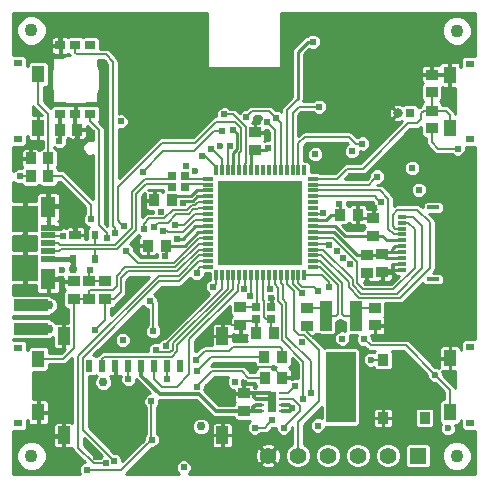
<source format=gbl>
%FSLAX46Y46*%
G04 Gerber Fmt 4.6, Leading zero omitted, Abs format (unit mm)*
G04 Created by KiCad (PCBNEW (2014-07-14 BZR 4996)-product) date wto, 15 lip 2014, 18:35:06*
%MOMM*%
G01*
G04 APERTURE LIST*
%ADD10C,0.100000*%
%ADD11R,1.000760X0.899160*%
%ADD12R,0.899160X1.000760*%
%ADD13R,1.000000X2.500000*%
%ADD14R,2.500000X6.000000*%
%ADD15R,0.700000X0.300000*%
%ADD16R,1.000000X0.300000*%
%ADD17R,0.600000X0.280000*%
%ADD18R,0.800000X1.800000*%
%ADD19R,1.000000X0.700000*%
%ADD20R,0.600000X0.700000*%
%ADD21R,1.050000X1.450000*%
%ADD22R,0.800000X0.600000*%
%ADD23R,0.900000X1.000000*%
%ADD24R,1.300000X1.750000*%
%ADD25R,1.300000X0.500000*%
%ADD26R,2.300000X2.250000*%
%ADD27R,0.900000X0.800000*%
%ADD28R,0.800100X0.698500*%
%ADD29R,3.000000X1.000000*%
%ADD30R,1.397000X1.397000*%
%ADD31C,1.397000*%
%ADD32R,0.750000X0.650000*%
%ADD33C,1.100000*%
%ADD34R,0.600000X1.050000*%
%ADD35R,1.050000X1.500000*%
%ADD36R,0.800000X0.800000*%
%ADD37C,0.800000*%
%ADD38R,0.850000X0.300000*%
%ADD39R,0.300000X0.850000*%
%ADD40R,7.200000X7.200000*%
%ADD41C,0.609600*%
%ADD42C,0.600000*%
%ADD43C,0.762000*%
%ADD44C,0.203200*%
%ADD45C,0.254000*%
%ADD46C,0.457200*%
%ADD47C,0.304800*%
%ADD48C,0.635000*%
G04 APERTURE END LIST*
D10*
D11*
X91860902Y-99029020D03*
X91860902Y-97525340D03*
D12*
X99658968Y-94489528D03*
X98155288Y-94489528D03*
D11*
X117257940Y-93685868D03*
X117257940Y-92182188D03*
D12*
X114418142Y-91885286D03*
X115921822Y-91885286D03*
X100215462Y-90663522D03*
X98711782Y-90663522D03*
D13*
X115754004Y-100477600D03*
X113214004Y-100477600D03*
D14*
X114484004Y-106477600D03*
D11*
X117395220Y-101254662D03*
X117395220Y-99750982D03*
X111613020Y-101281062D03*
X111613020Y-99777382D03*
X118010220Y-95247381D03*
X118010220Y-96751061D03*
X116669026Y-95277382D03*
X116669026Y-96781062D03*
X107233702Y-86407984D03*
X107233702Y-84904304D03*
D15*
X119655993Y-92051401D03*
X119655993Y-92551401D03*
X119655993Y-93051401D03*
X119655993Y-93551401D03*
X119655993Y-94051401D03*
X119655993Y-94551401D03*
X119655993Y-95051401D03*
X119655993Y-95551401D03*
X119655993Y-96051401D03*
X119655993Y-96551401D03*
D16*
X122305993Y-91261401D03*
X122305993Y-97341401D03*
D17*
X107722640Y-108469877D03*
X107722640Y-107969877D03*
X107722640Y-107469877D03*
X107722640Y-106969877D03*
X109522640Y-106969877D03*
X109522640Y-107469877D03*
X109522640Y-107969877D03*
X109522640Y-108469877D03*
D18*
X108622640Y-107719877D03*
D19*
X91994895Y-93601600D03*
D20*
X93694895Y-93601600D03*
X93694895Y-95601600D03*
X91794895Y-95601600D03*
D21*
X123741009Y-104044001D03*
X123741009Y-108594001D03*
D22*
X125466009Y-103119001D03*
X125466009Y-109519001D03*
D21*
X88889781Y-108619801D03*
X88889781Y-104069801D03*
D22*
X87164781Y-109544801D03*
X87164781Y-103144801D03*
D21*
X123711209Y-80014001D03*
X123711209Y-84564001D03*
D22*
X125436209Y-79089001D03*
X125436209Y-85489001D03*
D21*
X88868181Y-84550201D03*
X88868181Y-80000201D03*
D22*
X87143181Y-85475201D03*
X87143181Y-79075201D03*
D23*
X118077711Y-104186320D03*
X118077711Y-109086320D03*
X121577711Y-109086320D03*
D11*
X93210458Y-97479920D03*
X93210458Y-98983600D03*
X122195822Y-84563020D03*
X122195822Y-83059340D03*
D12*
X88225540Y-88613538D03*
X89729220Y-88613538D03*
D11*
X94545578Y-98992668D03*
X94545578Y-97488988D03*
D24*
X89718999Y-97364001D03*
D25*
X89718999Y-94939001D03*
X89718999Y-94289001D03*
X89718999Y-93639001D03*
X89718999Y-92989001D03*
X89718999Y-95589001D03*
D24*
X89718999Y-91214001D03*
D26*
X87768999Y-96364001D03*
X87768999Y-92214001D03*
D11*
X122170422Y-81517220D03*
X122170422Y-80013540D03*
D12*
X89730060Y-87107662D03*
X88226380Y-87107662D03*
X90682740Y-84680378D03*
X92186420Y-84680378D03*
D11*
X106303618Y-108509397D03*
X106303618Y-107005717D03*
D12*
X109542480Y-105662541D03*
X108038800Y-105662541D03*
X108021960Y-103933699D03*
X109525640Y-103933699D03*
D27*
X93285801Y-83343200D03*
X92015801Y-83343200D03*
X90745801Y-83343200D03*
X90745801Y-77543200D03*
X92015801Y-77543200D03*
X93285801Y-77543200D03*
D28*
X100234085Y-89534522D03*
X101331365Y-89534522D03*
X100230485Y-88601722D03*
X101327765Y-88601722D03*
D29*
X88230197Y-101541173D03*
X88230197Y-99541173D03*
D30*
X121021899Y-112277740D03*
D31*
X118481899Y-112277740D03*
X115941899Y-112277740D03*
X113401899Y-112277740D03*
X110861899Y-112277740D03*
X108321899Y-112277740D03*
D12*
X108829840Y-101933701D03*
X107326160Y-101933701D03*
D11*
X105985001Y-99691460D03*
X105985001Y-101195140D03*
D32*
X108611700Y-100737199D03*
X107311700Y-100737199D03*
X107311700Y-99687199D03*
X108611700Y-99687199D03*
D33*
X88300000Y-112300000D03*
X124300000Y-112300000D03*
X124300000Y-76300000D03*
X88295480Y-76281280D03*
D34*
X93208197Y-104674200D03*
X94308197Y-104674200D03*
X95408197Y-104674200D03*
X96508197Y-104674200D03*
X97608197Y-104674200D03*
X98708197Y-104674200D03*
X99808197Y-104674200D03*
X100908197Y-104674200D03*
D35*
X104463197Y-102144200D03*
X104463197Y-110544200D03*
X91013197Y-110544200D03*
X91013197Y-102144200D03*
D36*
X120330000Y-83279999D03*
D37*
X119330000Y-83279999D03*
D38*
X112104331Y-88825799D03*
X112104331Y-89325799D03*
X112104331Y-89825799D03*
X112104331Y-90325799D03*
X112104331Y-90825799D03*
X112104331Y-91325799D03*
X112104331Y-91825799D03*
X112104331Y-92325799D03*
X112104331Y-92825799D03*
X112104331Y-93325799D03*
X112104331Y-93825799D03*
X112104331Y-94325799D03*
X112104331Y-94825799D03*
X112104331Y-95325799D03*
X112104331Y-95825799D03*
X112104331Y-96325799D03*
X103204331Y-96325799D03*
X103204331Y-95825799D03*
X103204331Y-95325799D03*
X103204331Y-94825799D03*
X103204331Y-94325799D03*
X103204331Y-93825799D03*
X103204331Y-93325799D03*
X103204331Y-92825799D03*
X103204331Y-92325799D03*
X103204331Y-91825799D03*
X103204331Y-91325799D03*
X103204331Y-90825799D03*
X103204331Y-90325799D03*
X103204331Y-89825799D03*
X103204331Y-89325799D03*
X103204331Y-88825799D03*
D39*
X103904331Y-88125799D03*
X111404331Y-97025799D03*
X110904331Y-97025799D03*
X110404331Y-97025799D03*
X109904331Y-97025799D03*
X109404331Y-97025799D03*
X108904331Y-97025799D03*
X108404331Y-97025799D03*
X107904331Y-97025799D03*
X107404331Y-97025799D03*
X106904331Y-97025799D03*
X106404331Y-97025799D03*
X105904331Y-97025799D03*
X105404331Y-97025799D03*
X104904331Y-97025799D03*
X104404331Y-97025799D03*
X103904331Y-97025799D03*
X104404331Y-88125799D03*
X104904331Y-88125799D03*
X105404331Y-88125799D03*
X105904331Y-88125799D03*
X106404331Y-88125799D03*
X106904331Y-88125799D03*
X107404331Y-88125799D03*
X107904331Y-88125799D03*
X108404331Y-88125799D03*
X108904331Y-88125799D03*
X109404331Y-88125799D03*
X109904331Y-88125799D03*
X110404331Y-88125799D03*
X110904331Y-88125799D03*
X111404331Y-88125799D03*
D40*
X107654331Y-92575799D03*
D41*
X125500000Y-91030000D03*
D42*
X116350000Y-104690000D03*
X93765809Y-112354901D03*
X92477452Y-112697260D03*
X87109300Y-110573820D03*
X87078820Y-113606580D03*
X122496580Y-98732340D03*
X125549660Y-113571020D03*
X125356620Y-110660180D03*
X120065800Y-110307120D03*
D41*
X95940880Y-79956660D03*
X123771660Y-82293460D03*
X94442280Y-79016860D03*
X110601760Y-104868980D03*
X125448060Y-78018640D03*
X125181360Y-87302340D03*
X125425200Y-94576900D03*
X125399800Y-97823020D03*
X125399800Y-101193600D03*
X119113300Y-79842360D03*
X118422420Y-77152500D03*
X115295680Y-78277720D03*
X122240040Y-77091540D03*
X125542040Y-75054460D03*
X121467880Y-75034140D03*
X118323360Y-75013820D03*
X115275360Y-75013820D03*
X87195660Y-77932280D03*
X87139780Y-75067160D03*
X95658940Y-77322680D03*
X90998040Y-75084940D03*
X94155260Y-75044300D03*
X97248980Y-75044300D03*
X112217200Y-78308200D03*
X112171480Y-75057000D03*
X108925360Y-81605120D03*
X106299000Y-81615280D03*
X103677720Y-81625440D03*
X108930440Y-79730600D03*
X106299000Y-79771240D03*
X103682800Y-79761080D03*
X100233480Y-76941680D03*
X100319840Y-75026520D03*
X98704400Y-76962000D03*
X97764600Y-77901800D03*
X91287600Y-106984800D03*
X106934000Y-105105180D03*
X88773000Y-110769400D03*
X97256620Y-94462600D03*
D43*
X91973400Y-92710000D03*
X102641380Y-108331000D03*
X96774000Y-98120200D03*
D41*
X108584259Y-98956766D03*
X104927400Y-100355400D03*
X100584000Y-98526600D03*
X97815400Y-90703400D03*
X120751600Y-84759800D03*
X123723400Y-78790800D03*
X89700000Y-89840000D03*
X87770000Y-94730000D03*
X87780000Y-93790000D03*
X90790000Y-97340000D03*
X87760000Y-97960000D03*
X87760000Y-90630000D03*
X115130000Y-81680000D03*
X93420000Y-84970000D03*
X100520000Y-83840000D03*
X96779080Y-111414560D03*
X97132140Y-107226100D03*
X117400000Y-102200000D03*
X88498680Y-85958680D03*
X90733880Y-76626720D03*
X92115640Y-85648800D03*
X118003320Y-97622360D03*
X123708160Y-102826820D03*
X113328625Y-86185835D03*
X98704400Y-81788000D03*
X97866200Y-81000600D03*
X98120200Y-85090000D03*
X99517200Y-85090000D03*
X112548384Y-102164421D03*
X106273600Y-106121200D03*
X105587800Y-110007390D03*
X116700320Y-97647760D03*
X89999820Y-112438180D03*
X117263006Y-91349452D03*
D42*
X104854331Y-95375799D03*
X107675680Y-95476060D03*
X110446820Y-95394780D03*
D41*
X107454700Y-83698050D03*
X103524111Y-83380559D03*
D42*
X108061760Y-93108780D03*
X110223300Y-89682320D03*
X106860340Y-89621360D03*
X122301000Y-101244400D03*
X121620280Y-106291380D03*
X123238260Y-93634560D03*
X93451391Y-89753440D03*
D41*
X90916760Y-90665300D03*
D43*
X94386400Y-106070400D03*
D41*
X99262836Y-91626343D03*
D43*
X91795600Y-96494600D03*
D41*
X105354120Y-84673440D03*
X101150400Y-90899792D03*
D42*
X123560000Y-109950000D03*
D41*
X108300520Y-86253320D03*
X112522000Y-109728000D03*
X93218000Y-96596200D03*
D43*
X102655199Y-109808954D03*
D41*
X106318760Y-98176080D03*
X108534200Y-98196400D03*
X99644200Y-95402400D03*
X120540000Y-87920000D03*
X101183440Y-113281460D03*
X124371100Y-86283800D03*
X106786680Y-98750120D03*
X87299800Y-88635840D03*
X90667840Y-85648800D03*
X121089420Y-89768680D03*
X111201200Y-102692200D03*
X105494121Y-106036933D03*
X110388400Y-108229400D03*
X110617000Y-106375190D03*
X114302540Y-90965040D03*
D43*
X89800000Y-101550000D03*
D41*
X102260400Y-104140000D03*
X100655906Y-93905308D03*
X96291400Y-94919800D03*
X93345000Y-92252800D03*
D42*
X122440000Y-105410000D03*
D41*
X113490000Y-98020000D03*
X116459000Y-102387400D03*
X96113580Y-92862400D03*
X90937726Y-93642340D03*
X114147600Y-94970600D03*
X103525480Y-86299219D03*
X114672428Y-95523051D03*
X102727760Y-86946740D03*
X115265200Y-96088200D03*
X105112820Y-86050120D03*
X94581980Y-112930920D03*
X95323406Y-112754993D03*
X93673855Y-101623855D03*
X94665800Y-93853000D03*
X111963200Y-106934000D03*
X95402400Y-93446600D03*
X98298000Y-99161600D03*
X98616743Y-101723553D03*
X111328200Y-107518200D03*
X114604800Y-102362000D03*
X108275120Y-84053660D03*
X101380770Y-87723980D03*
X97722985Y-88227525D03*
X112311012Y-86748788D03*
X106486960Y-83621880D03*
X109005834Y-83692980D03*
X104467660Y-84805500D03*
D42*
X117040000Y-104150000D03*
D41*
X112530000Y-98300000D03*
X116306600Y-85852000D03*
X112640000Y-82730000D03*
X104617777Y-83380559D03*
X98856800Y-103301800D03*
X96509840Y-105803700D03*
X99700080Y-102966520D03*
X99791520Y-105768140D03*
X109651800Y-109905800D03*
X113525300Y-94442280D03*
X108661200Y-109296200D03*
X112958880Y-91770200D03*
X107213400Y-109905800D03*
X100467582Y-92739636D03*
X99441000Y-93294200D03*
X98653600Y-92938600D03*
X97815400Y-93065600D03*
X111226600Y-98526600D03*
X103682800Y-97993200D03*
X102285800Y-96824800D03*
X117876320Y-90820240D03*
X96012000Y-102489000D03*
X102336600Y-105130600D03*
D43*
X89800000Y-99550000D03*
D41*
X102309770Y-106428530D03*
X115430000Y-86510000D03*
X95850000Y-83980000D03*
D42*
X104287320Y-86098380D03*
X102176492Y-88194461D03*
D41*
X117556280Y-88646000D03*
X112115600Y-77241400D03*
X92999560Y-113497360D03*
X98455480Y-107670600D03*
X98488500Y-110924340D03*
D42*
X90893684Y-96555776D03*
D44*
X125778260Y-111081820D02*
X125778260Y-113342420D01*
X125778260Y-113342420D02*
X125549660Y-113571020D01*
X125356620Y-110660180D02*
X125778260Y-111081820D01*
X122130820Y-110307120D02*
X122483880Y-110660180D01*
X122483880Y-110660180D02*
X125356620Y-110660180D01*
X120065800Y-110307120D02*
X122130820Y-110307120D01*
X118077711Y-109086320D02*
X118077711Y-109789520D01*
X118077711Y-109789520D02*
X118595311Y-110307120D01*
X118595311Y-110307120D02*
X120065800Y-110307120D01*
X123711209Y-80014001D02*
X123711209Y-80942201D01*
X123711209Y-80942201D02*
X123771660Y-81002652D01*
X123771660Y-81002652D02*
X123771660Y-82293460D01*
X109542480Y-105611741D02*
X108731120Y-104800381D01*
X109542480Y-105662541D02*
X109542480Y-105611741D01*
X108731120Y-104800381D02*
X107238799Y-104800381D01*
X107238799Y-104800381D02*
X106934000Y-105105180D01*
D45*
X97283548Y-94489528D02*
X97256620Y-94462600D01*
X98155288Y-94489528D02*
X97283548Y-94489528D01*
D46*
X91994895Y-92731495D02*
X91973400Y-92710000D01*
X91008200Y-92710000D02*
X91516200Y-92710000D01*
X90729199Y-92989001D02*
X91008200Y-92710000D01*
X91516200Y-92710000D02*
X91973400Y-92710000D01*
X89718999Y-92989001D02*
X90729199Y-92989001D01*
X91994895Y-93601600D02*
X91994895Y-92731495D01*
D44*
X91860902Y-97525340D02*
X90975340Y-97525340D01*
X90975340Y-97525340D02*
X90790000Y-97340000D01*
X108611700Y-99687199D02*
X108611700Y-98984207D01*
X108611700Y-98984207D02*
X108584259Y-98956766D01*
D45*
X98711782Y-90663522D02*
X97855278Y-90663522D01*
X97855278Y-90663522D02*
X97815400Y-90703400D01*
X97829878Y-90688922D02*
X97815400Y-90703400D01*
D44*
X123711209Y-80014001D02*
X123711209Y-78802991D01*
X123711209Y-78802991D02*
X123723400Y-78790800D01*
X123711209Y-80014001D02*
X122170883Y-80014001D01*
X122170883Y-80014001D02*
X122170422Y-80013540D01*
D47*
X107722640Y-107469877D02*
X107299877Y-107469877D01*
X107299877Y-107469877D02*
X107109997Y-107279997D01*
X107109997Y-107279997D02*
X107109997Y-106969877D01*
X107722640Y-106969877D02*
X107109997Y-106969877D01*
X107109997Y-106969877D02*
X106339458Y-106969877D01*
X106339458Y-106969877D02*
X106303618Y-107005717D01*
D46*
X89718999Y-91214001D02*
X89718999Y-89858999D01*
X89718999Y-89858999D02*
X89700000Y-89840000D01*
X87768999Y-96364001D02*
X87768999Y-94731001D01*
X87768999Y-94731001D02*
X87770000Y-94730000D01*
X87768999Y-92214001D02*
X87768999Y-93778999D01*
X87768999Y-93778999D02*
X87780000Y-93790000D01*
X89718999Y-97364001D02*
X90765999Y-97364001D01*
X90765999Y-97364001D02*
X90790000Y-97340000D01*
X87768999Y-96364001D02*
X87768999Y-97951001D01*
X87768999Y-97951001D02*
X87760000Y-97960000D01*
X87768999Y-92214001D02*
X87768999Y-90638999D01*
X87768999Y-90638999D02*
X87760000Y-90630000D01*
D44*
X117395220Y-102195220D02*
X117400000Y-102200000D01*
X117395220Y-101254662D02*
X117395220Y-102195220D01*
X107311700Y-101919241D02*
X107326160Y-101933701D01*
X107311700Y-100737199D02*
X107311700Y-101919241D01*
X106271021Y-100909120D02*
X105985001Y-101195140D01*
X107139779Y-100909120D02*
X106271021Y-100909120D01*
X107311700Y-100737199D02*
X107139779Y-100909120D01*
X88868181Y-85589179D02*
X88498680Y-85958680D01*
X88868181Y-84550201D02*
X88868181Y-85589179D01*
X88226380Y-86230980D02*
X88498680Y-85958680D01*
X88226380Y-87107662D02*
X88226380Y-86230980D01*
D47*
X90745801Y-76638641D02*
X90733880Y-76626720D01*
X90745801Y-77543200D02*
X90745801Y-76638641D01*
X92015801Y-84509759D02*
X92186420Y-84680378D01*
X92015801Y-83343200D02*
X92015801Y-84509759D01*
X92186420Y-85578020D02*
X92115640Y-85648800D01*
X92186420Y-84680378D02*
X92186420Y-85578020D01*
D45*
X118010220Y-96751061D02*
X118010220Y-97615460D01*
X118010220Y-97615460D02*
X118003320Y-97622360D01*
X119051993Y-96051401D02*
X118856760Y-96246634D01*
X119655993Y-96051401D02*
X119051993Y-96051401D01*
X118209880Y-96551401D02*
X118010220Y-96751061D01*
X118856760Y-96536294D02*
X118871867Y-96551401D01*
X118856760Y-96246634D02*
X118856760Y-96536294D01*
X118871867Y-96551401D02*
X118209880Y-96551401D01*
X119655993Y-96551401D02*
X118871867Y-96551401D01*
X116218724Y-92182188D02*
X115921822Y-91885286D01*
X117257940Y-92182188D02*
X116218724Y-92182188D01*
D44*
X123741009Y-102859669D02*
X123708160Y-102826820D01*
X123741009Y-104044001D02*
X123741009Y-102859669D01*
X111968821Y-102164421D02*
X112548384Y-102164421D01*
X111613020Y-101808620D02*
X111968821Y-102164421D01*
X111613020Y-101281062D02*
X111613020Y-101808620D01*
D47*
X106303618Y-107005717D02*
X106303618Y-106151218D01*
X106303618Y-106151218D02*
X106273600Y-106121200D01*
D45*
X116669026Y-96781062D02*
X116669026Y-97616466D01*
X116669026Y-97616466D02*
X116700320Y-97647760D01*
D44*
X91013197Y-97563197D02*
X90790000Y-97340000D01*
X91013197Y-102144200D02*
X91013197Y-97563197D01*
X90787997Y-110769400D02*
X91013197Y-110544200D01*
X88773000Y-110769400D02*
X90787997Y-110769400D01*
X88889781Y-110652619D02*
X88773000Y-110769400D01*
X88889781Y-108619801D02*
X88889781Y-110652619D01*
X105587800Y-110296960D02*
X105587800Y-110007390D01*
X105340560Y-110544200D02*
X105587800Y-110296960D01*
X104463197Y-110544200D02*
X105340560Y-110544200D01*
X104463197Y-100819603D02*
X104927400Y-100355400D01*
X104463197Y-102144200D02*
X104463197Y-100819603D01*
X104927400Y-100853240D02*
X104927400Y-100355400D01*
X105269300Y-101195140D02*
X104927400Y-100853240D01*
X105985001Y-101195140D02*
X105269300Y-101195140D01*
D45*
X117257940Y-91354518D02*
X117263006Y-91349452D01*
X117257940Y-92182188D02*
X117257940Y-91354518D01*
D47*
X108622640Y-107098640D02*
X108622640Y-107719877D01*
X108493877Y-106969877D02*
X108622640Y-107098640D01*
X107722640Y-106969877D02*
X108493877Y-106969877D01*
X108372640Y-107469877D02*
X108622640Y-107719877D01*
X107722640Y-107469877D02*
X108372640Y-107469877D01*
D45*
X107233702Y-83919048D02*
X107454700Y-83698050D01*
X107233702Y-84904304D02*
X107233702Y-83919048D01*
D44*
X120065800Y-110307120D02*
X120065800Y-107845860D01*
X120065800Y-107845860D02*
X121320281Y-106591379D01*
X121320281Y-106591379D02*
X121620280Y-106291380D01*
X116350000Y-104690000D02*
X117951380Y-106291380D01*
X117951380Y-106291380D02*
X121196016Y-106291380D01*
X121196016Y-106291380D02*
X121620280Y-106291380D01*
D46*
X90916760Y-90926920D02*
X90916760Y-90665300D01*
X90688160Y-91155520D02*
X90916760Y-90926920D01*
X89777480Y-91155520D02*
X90688160Y-91155520D01*
X89718999Y-91214001D02*
X89777480Y-91155520D01*
X91794895Y-95601600D02*
X91794895Y-96493895D01*
X91794895Y-96493895D02*
X91795600Y-96494600D01*
X89718999Y-95589001D02*
X91782296Y-95589001D01*
X91782296Y-95589001D02*
X91794895Y-95601600D01*
D45*
X105697021Y-86343237D02*
X105697021Y-85016341D01*
X105404331Y-86635927D02*
X105697021Y-86343237D01*
X105404331Y-88125799D02*
X105404331Y-86635927D01*
X105697021Y-85016341D02*
X105658919Y-84978239D01*
X105658919Y-84978239D02*
X105354120Y-84673440D01*
X101976620Y-90698330D02*
X101351862Y-90698330D01*
X101351862Y-90698330D02*
X101150400Y-90899792D01*
X103204331Y-90325799D02*
X102349151Y-90325799D01*
X102349151Y-90325799D02*
X101976620Y-90698330D01*
X108145856Y-86407984D02*
X108300520Y-86253320D01*
X107233702Y-86407984D02*
X108145856Y-86407984D01*
D44*
X93210458Y-97479920D02*
X93210458Y-96603742D01*
X93210458Y-96603742D02*
X93218000Y-96596200D01*
X93210458Y-97479920D02*
X94536510Y-97479920D01*
X94536510Y-97479920D02*
X94545578Y-97488988D01*
X106404331Y-98090509D02*
X106318760Y-98176080D01*
X106404331Y-97025799D02*
X106404331Y-98090509D01*
X108404331Y-98066531D02*
X108534200Y-98196400D01*
X108404331Y-97025799D02*
X108404331Y-98066531D01*
D45*
X99658968Y-94489528D02*
X99658968Y-95387632D01*
X99658968Y-95387632D02*
X99644200Y-95402400D01*
D44*
X122717560Y-86283800D02*
X124371100Y-86283800D01*
X122195822Y-85762062D02*
X122717560Y-86283800D01*
X122195822Y-84563020D02*
X122195822Y-85762062D01*
X106904331Y-97025799D02*
X106904331Y-98632469D01*
X106904331Y-98632469D02*
X106786680Y-98750120D01*
X87322102Y-88613538D02*
X87299800Y-88635840D01*
X88225540Y-88613538D02*
X87322102Y-88613538D01*
D47*
X90745801Y-84617317D02*
X90682740Y-84680378D01*
X90745801Y-83343200D02*
X90745801Y-84617317D01*
X90682740Y-85633900D02*
X90667840Y-85648800D01*
X90682740Y-84680378D02*
X90682740Y-85633900D01*
D45*
X112132933Y-92354401D02*
X113220499Y-92354401D01*
X112104331Y-92325799D02*
X112132933Y-92354401D01*
X113689614Y-91885286D02*
X114418142Y-91885286D01*
X113220499Y-92354401D02*
X113689614Y-91885286D01*
D47*
X109522640Y-108469877D02*
X110147923Y-108469877D01*
X110147923Y-108469877D02*
X110388400Y-108229400D01*
X109522640Y-107969877D02*
X110128877Y-107969877D01*
X110128877Y-107969877D02*
X110388400Y-108229400D01*
D44*
X110022313Y-106969877D02*
X110617000Y-106375190D01*
X109522640Y-106969877D02*
X110022313Y-106969877D01*
D45*
X106904331Y-86737355D02*
X106904331Y-88125799D01*
X107233702Y-86407984D02*
X106904331Y-86737355D01*
X102433120Y-93322140D02*
X103200672Y-93322140D01*
X99658968Y-94489528D02*
X101268272Y-94489528D01*
X102387204Y-93368056D02*
X102433120Y-93322140D01*
X103200672Y-93322140D02*
X103204331Y-93325799D01*
X101268272Y-94489528D02*
X102387204Y-93370596D01*
X102387204Y-93370596D02*
X102387204Y-93368056D01*
X114418142Y-91885286D02*
X114418142Y-91080642D01*
X114418142Y-91080642D02*
X114302540Y-90965040D01*
D48*
X88230197Y-101541173D02*
X89791173Y-101541173D01*
X89791173Y-101541173D02*
X89800000Y-101550000D01*
D44*
X104988198Y-103428800D02*
X102971600Y-103428800D01*
X102971600Y-103428800D02*
X102260400Y-104140000D01*
X109368721Y-103073200D02*
X105343798Y-103073200D01*
X105343798Y-103073200D02*
X104988198Y-103428800D01*
X109525640Y-103933699D02*
X109525640Y-103230119D01*
X109525640Y-103230119D02*
X109368721Y-103073200D01*
D47*
X107722640Y-108469877D02*
X107085991Y-108469877D01*
X107300123Y-107969877D02*
X107085991Y-108184009D01*
X107085991Y-108469877D02*
X106343138Y-108469877D01*
X107085991Y-108184009D02*
X107085991Y-108469877D01*
X107722640Y-107969877D02*
X107300123Y-107969877D01*
X106343138Y-108469877D02*
X106303618Y-108509397D01*
X103923683Y-108509397D02*
X106303618Y-108509397D01*
X102452426Y-107038140D02*
X103923683Y-108509397D01*
X99142337Y-107038140D02*
X102452426Y-107038140D01*
X97608197Y-105504000D02*
X99142337Y-107038140D01*
X97608197Y-104674200D02*
X97608197Y-105504000D01*
D45*
X117980219Y-95277382D02*
X118010220Y-95247381D01*
X116669026Y-95277382D02*
X117980219Y-95277382D01*
X118314240Y-95551401D02*
X118010220Y-95247381D01*
X119655993Y-95551401D02*
X118314240Y-95551401D01*
X118206200Y-95051401D02*
X118010220Y-95247381D01*
X119051993Y-94551401D02*
X118856398Y-94746996D01*
X119655993Y-94551401D02*
X119051993Y-94551401D01*
X118856398Y-95051401D02*
X118206200Y-95051401D01*
X118856398Y-94746996D02*
X118856398Y-95051401D01*
X119655993Y-95051401D02*
X118856398Y-95051401D01*
X112104331Y-93325799D02*
X113888929Y-93325799D01*
X115840512Y-95277382D02*
X115914646Y-95277382D01*
X113888929Y-93325799D02*
X115840512Y-95277382D01*
X115914646Y-95277382D02*
X116669026Y-95277382D01*
X118377853Y-94051401D02*
X118579774Y-94051401D01*
X118012320Y-93685868D02*
X118377853Y-94051401D01*
X117257940Y-93685868D02*
X118012320Y-93685868D01*
X119655993Y-94051401D02*
X118579774Y-94051401D01*
X113963679Y-92825799D02*
X112104331Y-92825799D01*
X114823748Y-93685868D02*
X113963679Y-92825799D01*
X117257940Y-93685868D02*
X114823748Y-93685868D01*
D44*
X112735439Y-95825799D02*
X114605610Y-97695970D01*
X112104331Y-95825799D02*
X112735439Y-95825799D01*
X114605610Y-97695970D02*
X114605610Y-100305610D01*
X114777600Y-100477600D02*
X115754004Y-100477600D01*
X114605610Y-100305610D02*
X114777600Y-100477600D01*
X115754004Y-100095996D02*
X115754004Y-100477600D01*
X116099018Y-99750982D02*
X115754004Y-100095996D01*
X117395220Y-99750982D02*
X116099018Y-99750982D01*
X112732531Y-96325799D02*
X114250000Y-97843268D01*
X112104331Y-96325799D02*
X112732531Y-96325799D01*
X114250000Y-97843268D02*
X114250000Y-100300000D01*
X114072400Y-100477600D02*
X113214004Y-100477600D01*
X114250000Y-100300000D02*
X114072400Y-100477600D01*
X113214004Y-100064004D02*
X113214004Y-100477600D01*
X112927382Y-99777382D02*
X113214004Y-100064004D01*
X111613020Y-99777382D02*
X112927382Y-99777382D01*
D45*
X102166467Y-92825799D02*
X101086958Y-93905308D01*
X103204331Y-92825799D02*
X102166467Y-92825799D01*
X101086958Y-93905308D02*
X100655906Y-93905308D01*
X102274401Y-89825799D02*
X102525331Y-89825799D01*
X100587064Y-90291920D02*
X101808280Y-90291920D01*
X100215462Y-90663522D02*
X100587064Y-90291920D01*
X102525331Y-89825799D02*
X103204331Y-89825799D01*
X101808280Y-90291920D02*
X102274401Y-89825799D01*
D44*
X89730060Y-83330520D02*
X89730060Y-87107662D01*
X88868181Y-80000201D02*
X88868181Y-82468641D01*
X88868181Y-82468641D02*
X89730060Y-83330520D01*
X96596199Y-95224599D02*
X96291400Y-94919800D01*
X102470829Y-93825799D02*
X100335427Y-95961201D01*
X103204331Y-93825799D02*
X102470829Y-93825799D01*
X97332801Y-95961201D02*
X96596199Y-95224599D01*
X100335427Y-95961201D02*
X97332801Y-95961201D01*
X89729220Y-87108502D02*
X89730060Y-87107662D01*
X89729220Y-88613538D02*
X89729220Y-87108502D01*
X90914778Y-88613538D02*
X89729220Y-88613538D01*
X93345000Y-91043760D02*
X90914778Y-88613538D01*
X93345000Y-92252800D02*
X93345000Y-91043760D01*
X115007410Y-87978216D02*
X114159827Y-88825799D01*
X120167400Y-84150200D02*
X116339384Y-87978216D01*
X116339384Y-87978216D02*
X115007410Y-87978216D01*
X120929400Y-84150200D02*
X120167400Y-84150200D01*
X123369140Y-83059340D02*
X123711209Y-83401409D01*
X123711209Y-83401409D02*
X123711209Y-84564001D01*
X122195822Y-83059340D02*
X123369140Y-83059340D01*
X122170422Y-81517220D02*
X122170422Y-83033940D01*
X122170422Y-83033940D02*
X122195822Y-83059340D01*
X114159827Y-88825799D02*
X112104331Y-88825799D01*
X121310400Y-83241182D02*
X121310400Y-83769200D01*
X121492242Y-83059340D02*
X121310400Y-83241182D01*
X121310400Y-83769200D02*
X120929400Y-84150200D01*
X122195822Y-83059340D02*
X121492242Y-83059340D01*
X95504000Y-97028000D02*
X95504000Y-97937728D01*
X93210458Y-98330820D02*
X93210458Y-98983600D01*
X93294078Y-98247200D02*
X93210458Y-98330820D01*
X95504000Y-97937728D02*
X95194528Y-98247200D01*
X100482725Y-96316811D02*
X96215189Y-96316811D01*
X102473737Y-94325799D02*
X100482725Y-96316811D01*
X95194528Y-98247200D02*
X93294078Y-98247200D01*
X103204331Y-94325799D02*
X102473737Y-94325799D01*
X96215189Y-96316811D02*
X95504000Y-97028000D01*
X88889781Y-104069801D02*
X91002678Y-104069801D01*
X91002678Y-104069801D02*
X91893798Y-103178681D01*
X91893798Y-103178681D02*
X91893798Y-99061916D01*
X91893798Y-99061916D02*
X91860902Y-99029020D01*
X91860902Y-99029020D02*
X93165038Y-99029020D01*
X93165038Y-99029020D02*
X93210458Y-98983600D01*
X117012720Y-102941120D02*
X119971120Y-102941120D01*
X119971120Y-102941120D02*
X122440000Y-105410000D01*
X116459000Y-102387400D02*
X117012720Y-102941120D01*
X123741009Y-108594001D02*
X123741009Y-106711009D01*
X123741009Y-106711009D02*
X122440000Y-105410000D01*
X113490000Y-97588948D02*
X113490000Y-98020000D01*
X112926851Y-97025799D02*
X113490000Y-97588948D01*
X111404331Y-97025799D02*
X112926851Y-97025799D01*
X95564390Y-94785610D02*
X93685417Y-94785610D01*
X97180400Y-93169600D02*
X95564390Y-94785610D01*
X97180400Y-90093800D02*
X97180400Y-93169600D01*
X97984200Y-89290000D02*
X97180400Y-90093800D01*
X100234085Y-89534522D02*
X99989563Y-89290000D01*
X99989563Y-89290000D02*
X97984200Y-89290000D01*
X90760000Y-94785610D02*
X93685417Y-94785610D01*
X93694895Y-95601600D02*
X93694895Y-94795088D01*
X93694895Y-94795088D02*
X93685417Y-94785610D01*
X89718999Y-94939001D02*
X90606609Y-94939001D01*
X90606609Y-94939001D02*
X90760000Y-94785610D01*
X96824790Y-93014810D02*
X95409600Y-94430000D01*
X100230485Y-88601722D02*
X99983007Y-88849200D01*
X97891600Y-88849200D02*
X96824790Y-89916010D01*
X99983007Y-88849200D02*
X97891600Y-88849200D01*
X95409600Y-94430000D02*
X93714370Y-94430000D01*
X96824790Y-89916010D02*
X96824790Y-93014810D01*
X90713198Y-94430000D02*
X93714370Y-94430000D01*
X93694895Y-93601600D02*
X93694895Y-94410525D01*
X93694895Y-94410525D02*
X93714370Y-94430000D01*
X89718999Y-94289001D02*
X90572199Y-94289001D01*
X90572199Y-94289001D02*
X90713198Y-94430000D01*
X90937726Y-93642340D02*
X89722338Y-93642340D01*
X89722338Y-93642340D02*
X89718999Y-93639001D01*
X95601199Y-92350019D02*
X95808781Y-92557601D01*
X103917495Y-83990179D02*
X102131873Y-85775801D01*
X99347683Y-85775801D02*
X95601199Y-89522285D01*
X105904331Y-88125799D02*
X105904331Y-86674756D01*
X95808781Y-92557601D02*
X96113580Y-92862400D01*
X102131873Y-85775801D02*
X99347683Y-85775801D01*
X106078031Y-84570325D02*
X105497885Y-83990179D01*
X95601199Y-89522285D02*
X95601199Y-92350019D01*
X105904331Y-86674756D02*
X106078031Y-86501056D01*
X106078031Y-86501056D02*
X106078031Y-84570325D01*
X105497885Y-83990179D02*
X103917495Y-83990179D01*
X103830279Y-86604018D02*
X103525480Y-86299219D01*
X104404331Y-87178070D02*
X103830279Y-86604018D01*
X104404331Y-88125799D02*
X104404331Y-87178070D01*
X103904331Y-88125799D02*
X103904331Y-87850799D01*
X103904331Y-87850799D02*
X103000272Y-86946740D01*
X103000272Y-86946740D02*
X102727760Y-86946740D01*
X104904331Y-88125799D02*
X104904331Y-86258609D01*
X104904331Y-86258609D02*
X105112820Y-86050120D01*
X111370393Y-102068901D02*
X112649000Y-103347508D01*
X112649000Y-107670600D02*
X110861899Y-109457701D01*
X110984301Y-102068901D02*
X111370393Y-102068901D01*
X112649000Y-103347508D02*
X112649000Y-107670600D01*
X110515400Y-101600000D02*
X110984301Y-102068901D01*
X110861899Y-109457701D02*
X110861899Y-112277740D01*
X110515400Y-98318308D02*
X110515400Y-101600000D01*
X109904331Y-97707239D02*
X110515400Y-98318308D01*
X109904331Y-97025799D02*
X109904331Y-97707239D01*
X103204331Y-95325799D02*
X102479553Y-95325799D01*
X102479553Y-95325799D02*
X100777321Y-97028031D01*
X100777321Y-97028031D02*
X99059969Y-97028031D01*
X99059969Y-97028031D02*
X92227400Y-103860600D01*
X92227400Y-103860600D02*
X92227400Y-111599980D01*
X92227400Y-111599980D02*
X93555820Y-112928400D01*
X93555820Y-112928400D02*
X94579460Y-112928400D01*
X94579460Y-112928400D02*
X94581980Y-112930920D01*
X95018607Y-112450194D02*
X95323406Y-112754993D01*
X92654196Y-110085783D02*
X95018607Y-112450194D01*
X99127485Y-97505089D02*
X92654196Y-103978378D01*
X100803171Y-97505089D02*
X99127485Y-97505089D01*
X102482461Y-95825799D02*
X100803171Y-97505089D01*
X103204331Y-95825799D02*
X102482461Y-95825799D01*
X92654196Y-103978378D02*
X92654196Y-110085783D01*
X95859610Y-97256590D02*
X95859610Y-98382216D01*
X103204331Y-94825799D02*
X102476645Y-94825799D01*
X96443779Y-96672421D02*
X95859610Y-97256590D01*
X95859610Y-98382216D02*
X95249158Y-98992668D01*
X95249158Y-98992668D02*
X94545578Y-98992668D01*
X100630023Y-96672421D02*
X96443779Y-96672421D01*
X102476645Y-94825799D02*
X100630023Y-96672421D01*
X94545578Y-100752132D02*
X93978654Y-101319056D01*
X94545578Y-98992668D02*
X94545578Y-100752132D01*
X93978654Y-101319056D02*
X93673855Y-101623855D01*
X93285801Y-83946400D02*
X94005401Y-84666000D01*
X94665800Y-93421948D02*
X94665800Y-93853000D01*
X93285801Y-83343200D02*
X93285801Y-83946400D01*
X94005401Y-92761549D02*
X94665800Y-93421948D01*
X94005401Y-84666000D02*
X94005401Y-92761549D01*
X111963200Y-106502948D02*
X111963200Y-106934000D01*
X111963200Y-104267000D02*
X111963200Y-106502948D01*
X109889031Y-102192831D02*
X111963200Y-104267000D01*
X109889031Y-99346655D02*
X109889031Y-102192831D01*
X109561247Y-99018871D02*
X109889031Y-99346655D01*
X109561247Y-97810915D02*
X109561247Y-99018871D01*
X109404331Y-97653999D02*
X109561247Y-97810915D01*
X109404331Y-97025799D02*
X109404331Y-97653999D01*
X94581980Y-78300580D02*
X95206819Y-78925419D01*
X95206819Y-78925419D02*
X95206819Y-92819967D01*
X95206819Y-92819967D02*
X95402400Y-93015548D01*
X92169981Y-78300580D02*
X94581980Y-78300580D01*
X92015801Y-78146400D02*
X92169981Y-78300580D01*
X108904331Y-97025799D02*
X108904331Y-97753731D01*
X108904331Y-97753731D02*
X109205637Y-98055037D01*
X109205637Y-98055037D02*
X109205637Y-99166169D01*
X111328200Y-107087148D02*
X111328200Y-107518200D01*
X109205637Y-99166169D02*
X109533421Y-99493953D01*
X109533421Y-99493953D02*
X109533421Y-102523021D01*
X109533421Y-102523021D02*
X111328200Y-104317800D01*
X111328200Y-104317800D02*
X111328200Y-107087148D01*
X95402400Y-93015548D02*
X95402400Y-93446600D01*
X92015801Y-77543200D02*
X92015801Y-78146400D01*
X98602799Y-99466399D02*
X98298000Y-99161600D01*
X98616743Y-99480343D02*
X98602799Y-99466399D01*
X98616743Y-101723553D02*
X98616743Y-99480343D01*
X108579919Y-84358459D02*
X108275120Y-84053660D01*
X108904331Y-84682871D02*
X108579919Y-84358459D01*
X108904331Y-88125799D02*
X108904331Y-84682871D01*
X109404331Y-84091477D02*
X109310633Y-83997779D01*
X109404331Y-88125799D02*
X109404331Y-84091477D01*
X109310633Y-83997779D02*
X109005834Y-83692980D01*
X106969591Y-83139249D02*
X108452103Y-83139249D01*
X108701035Y-83388181D02*
X109005834Y-83692980D01*
X106486960Y-83621880D02*
X106969591Y-83139249D01*
X108452103Y-83139249D02*
X108701035Y-83388181D01*
X102088428Y-86497160D02*
X103780088Y-84805500D01*
X103780088Y-84805500D02*
X104036608Y-84805500D01*
X99453350Y-86497160D02*
X102088428Y-86497160D01*
X104036608Y-84805500D02*
X104467660Y-84805500D01*
X97722985Y-88227525D02*
X99453350Y-86497160D01*
X101331365Y-89534522D02*
X101331365Y-89478635D01*
X101331365Y-89478635D02*
X101520000Y-89290000D01*
X101520000Y-89290000D02*
X103168532Y-89290000D01*
X103168532Y-89290000D02*
X103204331Y-89325799D01*
X101327765Y-88601722D02*
X101327765Y-88687765D01*
X101327765Y-88687765D02*
X101490000Y-88850000D01*
X101490000Y-88850000D02*
X103180130Y-88850000D01*
X103180130Y-88850000D02*
X103204331Y-88825799D01*
X117040000Y-104150000D02*
X118041391Y-104150000D01*
X118041391Y-104150000D02*
X118077711Y-104186320D01*
X112225201Y-97995201D02*
X112530000Y-98300000D01*
X112190000Y-97960000D02*
X112225201Y-97995201D01*
X111210332Y-97960000D02*
X112190000Y-97960000D01*
X110904331Y-97653999D02*
X111210332Y-97960000D01*
X110904331Y-97025799D02*
X110904331Y-97653999D01*
X111455200Y-85293200D02*
X110898730Y-85849670D01*
X110898730Y-85849670D02*
X110898730Y-87416318D01*
X110898730Y-87416318D02*
X110898730Y-88125799D01*
X115190594Y-85293200D02*
X111455200Y-85293200D01*
X116306600Y-85852000D02*
X115749394Y-85852000D01*
X115749394Y-85852000D02*
X115190594Y-85293200D01*
X110409932Y-83239668D02*
X110409932Y-87416318D01*
X110409932Y-87416318D02*
X110409932Y-88125799D01*
X110919600Y-82730000D02*
X110409932Y-83239668D01*
X112640000Y-82730000D02*
X110919600Y-82730000D01*
X105391173Y-83380559D02*
X105048829Y-83380559D01*
X106433640Y-84423026D02*
X105391173Y-83380559D01*
X105048829Y-83380559D02*
X104617777Y-83380559D01*
X106404331Y-88125799D02*
X106404331Y-87497599D01*
X106404331Y-87497599D02*
X106433640Y-87468290D01*
X106433640Y-87468290D02*
X106433640Y-84423026D01*
X94308197Y-104674200D02*
X94308197Y-104065784D01*
X94308197Y-104065784D02*
X94478782Y-103895199D01*
X94478782Y-103895199D02*
X100202935Y-103895199D01*
X100202935Y-103895199D02*
X100652589Y-103445545D01*
X100652589Y-103445545D02*
X100652590Y-102907052D01*
X100652590Y-102907052D02*
X105404331Y-98155311D01*
X105404331Y-98155311D02*
X105404331Y-97025799D01*
X99094589Y-103539589D02*
X98856800Y-103301800D01*
X100055637Y-103539589D02*
X99094589Y-103539589D01*
X104904331Y-98152403D02*
X100296980Y-102759754D01*
X100296979Y-103298247D02*
X100055637Y-103539589D01*
X100296980Y-102759754D02*
X100296979Y-103298247D01*
X104904331Y-97025799D02*
X104904331Y-98152403D01*
X96509840Y-104675843D02*
X96508197Y-104674200D01*
X96509840Y-105803700D02*
X96509840Y-104675843D01*
X105904331Y-97025799D02*
X105904331Y-97702069D01*
X105904331Y-97702069D02*
X105759941Y-97846459D01*
X101676200Y-102386350D02*
X101676200Y-105384600D01*
X105759941Y-97846459D02*
X105759940Y-98302610D01*
X105759940Y-98302610D02*
X101676200Y-102386350D01*
X99349561Y-106451401D02*
X98708197Y-105810037D01*
X101676200Y-105384600D02*
X100609399Y-106451401D01*
X100609399Y-106451401D02*
X99349561Y-106451401D01*
X98708197Y-105810037D02*
X98708197Y-105402400D01*
X98708197Y-105402400D02*
X98708197Y-104674200D01*
X104404331Y-98149495D02*
X99700080Y-102853746D01*
X104404331Y-97025799D02*
X104404331Y-98149495D01*
X99700080Y-102853746D02*
X99700080Y-102966520D01*
X99808197Y-104674200D02*
X99808197Y-105751463D01*
X99808197Y-105751463D02*
X99791520Y-105768140D01*
X109522640Y-107469877D02*
X110455903Y-107469877D01*
X109956599Y-109601001D02*
X109651800Y-109905800D01*
X111048800Y-108508800D02*
X109956599Y-109601001D01*
X110455903Y-107469877D02*
X111048800Y-108062774D01*
X111048800Y-108062774D02*
X111048800Y-108508800D01*
X113408819Y-94325799D02*
X113525300Y-94442280D01*
X112104331Y-94325799D02*
X113408819Y-94325799D01*
X108051600Y-109905800D02*
X108356401Y-109600999D01*
X107213400Y-109905800D02*
X108051600Y-109905800D01*
X108356401Y-109600999D02*
X108661200Y-109296200D01*
X112903281Y-91825799D02*
X112958880Y-91770200D01*
X112104331Y-91825799D02*
X112903281Y-91825799D01*
X101210893Y-92739636D02*
X100898634Y-92739636D01*
X103204331Y-91825799D02*
X102124730Y-91825799D01*
X100898634Y-92739636D02*
X100467582Y-92739636D01*
X102124730Y-91825799D02*
X101210893Y-92739636D01*
X101133837Y-93319600D02*
X99897452Y-93319600D01*
X102127638Y-92325799D02*
X101133837Y-93319600D01*
X103204331Y-92325799D02*
X102127638Y-92325799D01*
X99872052Y-93294200D02*
X99441000Y-93294200D01*
X99897452Y-93319600D02*
X99872052Y-93294200D01*
X99051446Y-92540754D02*
X98958399Y-92633801D01*
X99841386Y-92540754D02*
X99051446Y-92540754D01*
X100558640Y-91823500D02*
X99841386Y-92540754D01*
X101624121Y-91823500D02*
X100558640Y-91823500D01*
X102012671Y-91434950D02*
X101624121Y-91823500D01*
X102281737Y-91434950D02*
X102012671Y-91434950D01*
X98958399Y-92633801D02*
X98653600Y-92938600D01*
X102390888Y-91325799D02*
X102281737Y-91434950D01*
X103204331Y-91325799D02*
X102390888Y-91325799D01*
X97815400Y-92634548D02*
X97815400Y-93065600D01*
X102387980Y-90825799D02*
X102134439Y-91079340D01*
X101476823Y-91467890D02*
X100248312Y-91467893D01*
X98264804Y-92185144D02*
X97815400Y-92634548D01*
X102134439Y-91079340D02*
X101865373Y-91079340D01*
X103204331Y-90825799D02*
X102387980Y-90825799D01*
X101865373Y-91079340D02*
X101476823Y-91467890D01*
X100248312Y-91467893D02*
X99531061Y-92185144D01*
X99531061Y-92185144D02*
X98264804Y-92185144D01*
X110921801Y-98221801D02*
X111226600Y-98526600D01*
X110404331Y-97704331D02*
X110921801Y-98221801D01*
X110404331Y-97025799D02*
X110404331Y-97704331D01*
X103904331Y-97771669D02*
X103682800Y-97993200D01*
X103904331Y-97025799D02*
X103904331Y-97771669D01*
X103204331Y-96325799D02*
X102607001Y-96325799D01*
X102607001Y-96325799D02*
X102285800Y-96647000D01*
X102285800Y-96647000D02*
X102285800Y-96824800D01*
X117381879Y-90325799D02*
X117571521Y-90515441D01*
X112104331Y-90325799D02*
X117381879Y-90325799D01*
X117571521Y-90515441D02*
X117876320Y-90820240D01*
X120636549Y-92051401D02*
X120209193Y-92051401D01*
X121381529Y-92796381D02*
X120636549Y-92051401D01*
X119232669Y-98562171D02*
X121381529Y-96413311D01*
X121381529Y-96413311D02*
X121381529Y-92796381D01*
X116215183Y-98562171D02*
X119232669Y-98562171D01*
X115498880Y-97845868D02*
X116215183Y-98562171D01*
X120209193Y-92051401D02*
X119655993Y-92051401D01*
X115498880Y-97322640D02*
X115498880Y-97845868D01*
X113002039Y-94825799D02*
X115498880Y-97322640D01*
X112104331Y-94825799D02*
X113002039Y-94825799D01*
X120209193Y-92551401D02*
X119655993Y-92551401D01*
X120741440Y-93083648D02*
X120209193Y-92551401D01*
X116362481Y-98206561D02*
X118925339Y-98206561D01*
X115854490Y-97698570D02*
X116362481Y-98206561D01*
X115854490Y-95854530D02*
X115854490Y-97698570D01*
X120741440Y-96390460D02*
X120741440Y-93083648D01*
X113825759Y-93825799D02*
X115854490Y-95854530D01*
X118925339Y-98206561D02*
X120741440Y-96390460D01*
X112104331Y-93825799D02*
X113825759Y-93825799D01*
X118879620Y-92828228D02*
X119102793Y-93051401D01*
X118879620Y-91870572D02*
X118879620Y-92828228D01*
X119277172Y-91473020D02*
X118879620Y-91870572D01*
X120977660Y-91473020D02*
X119277172Y-91473020D01*
X122031760Y-92527120D02*
X120977660Y-91473020D01*
X119532379Y-98917781D02*
X122031760Y-96418400D01*
X122031760Y-96418400D02*
X122031760Y-92527120D01*
X116067885Y-98917781D02*
X119532379Y-98917781D01*
X115143271Y-97617271D02*
X115143271Y-97993167D01*
X115143271Y-97993167D02*
X116067885Y-98917781D01*
X112851799Y-95325799D02*
X115143271Y-97617271D01*
X119102793Y-93051401D02*
X119655993Y-93051401D01*
X112104331Y-95325799D02*
X112851799Y-95325799D01*
X119102793Y-93551401D02*
X119655993Y-93551401D01*
X118491000Y-90511374D02*
X118491000Y-93073220D01*
X112104331Y-89825799D02*
X117805425Y-89825799D01*
X117805425Y-89825799D02*
X118491000Y-90511374D01*
X118491000Y-93073220D02*
X118969181Y-93551401D01*
X118969181Y-93551401D02*
X119102793Y-93551401D01*
X108021960Y-103933699D02*
X103533501Y-103933699D01*
X103533501Y-103933699D02*
X102336600Y-105130600D01*
D48*
X88230197Y-99541173D02*
X89791173Y-99541173D01*
X89791173Y-99541173D02*
X89800000Y-99550000D01*
D44*
X102412800Y-106324400D02*
X102412800Y-106325500D01*
X102412800Y-106325500D02*
X102309770Y-106428530D01*
X108038800Y-105662541D02*
X107386020Y-105662541D01*
X107386020Y-105662541D02*
X107384561Y-105664000D01*
X106643426Y-105664000D02*
X106110026Y-105130600D01*
X107384561Y-105664000D02*
X106643426Y-105664000D01*
X106110026Y-105130600D02*
X103606600Y-105130600D01*
X103606600Y-105130600D02*
X102412800Y-106324400D01*
X112104331Y-89325799D02*
X116876481Y-89325799D01*
X116876481Y-89325799D02*
X117251481Y-88950799D01*
X117251481Y-88950799D02*
X117556280Y-88646000D01*
X110830903Y-82120197D02*
X109904331Y-83046769D01*
D45*
X112115600Y-77241400D02*
X111684548Y-77241400D01*
X111684548Y-77241400D02*
X110830903Y-78095045D01*
X110830903Y-78095045D02*
X110830903Y-82120197D01*
D44*
X109904331Y-83046769D02*
X109904331Y-88125799D01*
X107904331Y-97025799D02*
X107904331Y-99122628D01*
X107904331Y-99122628D02*
X107982699Y-99200996D01*
X107982699Y-99200996D02*
X107982699Y-100565899D01*
X107982699Y-100565899D02*
X108153999Y-100737199D01*
X108153999Y-100737199D02*
X108611700Y-100737199D01*
X108611700Y-101715561D02*
X108829840Y-101933701D01*
X108611700Y-100737199D02*
X108611700Y-101715561D01*
X107404331Y-99594568D02*
X107311700Y-99687199D01*
X107404331Y-97025799D02*
X107404331Y-99594568D01*
X105989262Y-99687199D02*
X105985001Y-99691460D01*
X107311700Y-99687199D02*
X105989262Y-99687199D01*
X98455480Y-110891320D02*
X98488500Y-110924340D01*
X98455480Y-107670600D02*
X98455480Y-110891320D01*
X92999560Y-113497360D02*
X95915480Y-113497360D01*
X95915480Y-113497360D02*
X98183701Y-111229139D01*
X98183701Y-111229139D02*
X98488500Y-110924340D01*
D45*
G36*
X89251460Y-86230282D02*
X89205490Y-86230282D01*
X89066927Y-86287677D01*
X88978220Y-86376384D01*
X88889513Y-86287677D01*
X88750950Y-86230282D01*
X88346030Y-86230282D01*
X88251780Y-86324532D01*
X88251780Y-87082262D01*
X88271780Y-87082262D01*
X88271780Y-87133062D01*
X88251780Y-87133062D01*
X88251780Y-87153062D01*
X88200980Y-87153062D01*
X88200980Y-87133062D01*
X88200980Y-87082262D01*
X88200980Y-86324532D01*
X88106730Y-86230282D01*
X87701810Y-86230282D01*
X87563247Y-86287677D01*
X87457195Y-86393729D01*
X87399800Y-86532292D01*
X87399800Y-86682272D01*
X87399800Y-86988012D01*
X87494050Y-87082262D01*
X88200980Y-87082262D01*
X88200980Y-87133062D01*
X87494050Y-87133062D01*
X87399800Y-87227312D01*
X87399800Y-87533052D01*
X87399800Y-87683032D01*
X87457195Y-87821595D01*
X87495780Y-87860180D01*
X87456355Y-87899605D01*
X87433758Y-87954157D01*
X87164777Y-87953922D01*
X86914096Y-88057501D01*
X86777000Y-88194357D01*
X86777000Y-86156201D01*
X86818967Y-86156201D01*
X87618967Y-86156201D01*
X87759001Y-86098197D01*
X87866177Y-85991020D01*
X87924181Y-85850986D01*
X87924181Y-85699415D01*
X87924181Y-85227000D01*
X87966181Y-85227000D01*
X87966181Y-85350191D01*
X88023576Y-85488754D01*
X88129628Y-85594806D01*
X88268191Y-85652201D01*
X88418171Y-85652201D01*
X88748531Y-85652201D01*
X88842781Y-85557951D01*
X88842781Y-84575601D01*
X88822781Y-84575601D01*
X88822781Y-84524801D01*
X88842781Y-84524801D01*
X88842781Y-83542451D01*
X88748531Y-83448201D01*
X88427000Y-83448201D01*
X88427000Y-82653272D01*
X88529760Y-82807062D01*
X89170899Y-83448201D01*
X88987831Y-83448201D01*
X88893581Y-83542451D01*
X88893581Y-84524801D01*
X88913581Y-84524801D01*
X88913581Y-84575601D01*
X88893581Y-84575601D01*
X88893581Y-85557951D01*
X88987831Y-85652201D01*
X89251460Y-85652201D01*
X89251460Y-86230282D01*
X89251460Y-86230282D01*
G37*
X89251460Y-86230282D02*
X89205490Y-86230282D01*
X89066927Y-86287677D01*
X88978220Y-86376384D01*
X88889513Y-86287677D01*
X88750950Y-86230282D01*
X88346030Y-86230282D01*
X88251780Y-86324532D01*
X88251780Y-87082262D01*
X88271780Y-87082262D01*
X88271780Y-87133062D01*
X88251780Y-87133062D01*
X88251780Y-87153062D01*
X88200980Y-87153062D01*
X88200980Y-87133062D01*
X88200980Y-87082262D01*
X88200980Y-86324532D01*
X88106730Y-86230282D01*
X87701810Y-86230282D01*
X87563247Y-86287677D01*
X87457195Y-86393729D01*
X87399800Y-86532292D01*
X87399800Y-86682272D01*
X87399800Y-86988012D01*
X87494050Y-87082262D01*
X88200980Y-87082262D01*
X88200980Y-87133062D01*
X87494050Y-87133062D01*
X87399800Y-87227312D01*
X87399800Y-87533052D01*
X87399800Y-87683032D01*
X87457195Y-87821595D01*
X87495780Y-87860180D01*
X87456355Y-87899605D01*
X87433758Y-87954157D01*
X87164777Y-87953922D01*
X86914096Y-88057501D01*
X86777000Y-88194357D01*
X86777000Y-86156201D01*
X86818967Y-86156201D01*
X87618967Y-86156201D01*
X87759001Y-86098197D01*
X87866177Y-85991020D01*
X87924181Y-85850986D01*
X87924181Y-85699415D01*
X87924181Y-85227000D01*
X87966181Y-85227000D01*
X87966181Y-85350191D01*
X88023576Y-85488754D01*
X88129628Y-85594806D01*
X88268191Y-85652201D01*
X88418171Y-85652201D01*
X88748531Y-85652201D01*
X88842781Y-85557951D01*
X88842781Y-84575601D01*
X88822781Y-84575601D01*
X88822781Y-84524801D01*
X88842781Y-84524801D01*
X88842781Y-83542451D01*
X88748531Y-83448201D01*
X88427000Y-83448201D01*
X88427000Y-82653272D01*
X88529760Y-82807062D01*
X89170899Y-83448201D01*
X88987831Y-83448201D01*
X88893581Y-83542451D01*
X88893581Y-84524801D01*
X88913581Y-84524801D01*
X88913581Y-84575601D01*
X88893581Y-84575601D01*
X88893581Y-85557951D01*
X88987831Y-85652201D01*
X89251460Y-85652201D01*
X89251460Y-86230282D01*
G36*
X92794824Y-112844246D02*
X92613856Y-112919021D01*
X92421895Y-113110647D01*
X92317879Y-113361147D01*
X92317642Y-113632383D01*
X92396403Y-113823000D01*
X90987797Y-113823000D01*
X90987797Y-111576950D01*
X90987797Y-110569600D01*
X90987797Y-110518800D01*
X90987797Y-109511450D01*
X90893547Y-109417200D01*
X90413207Y-109417200D01*
X90274644Y-109474595D01*
X90168592Y-109580647D01*
X90111197Y-109719210D01*
X90111197Y-109869190D01*
X90111197Y-110424550D01*
X90205447Y-110518800D01*
X90987797Y-110518800D01*
X90987797Y-110569600D01*
X90205447Y-110569600D01*
X90111197Y-110663850D01*
X90111197Y-111219210D01*
X90111197Y-111369190D01*
X90168592Y-111507753D01*
X90274644Y-111613805D01*
X90413207Y-111671200D01*
X90893547Y-111671200D01*
X90987797Y-111576950D01*
X90987797Y-113823000D01*
X89791781Y-113823000D01*
X89791781Y-109419791D01*
X89791781Y-108739451D01*
X89791781Y-108500151D01*
X89791781Y-107819811D01*
X89734386Y-107681248D01*
X89628334Y-107575196D01*
X89489771Y-107517801D01*
X89339791Y-107517801D01*
X89009431Y-107517801D01*
X88915181Y-107612051D01*
X88915181Y-108594401D01*
X89697531Y-108594401D01*
X89791781Y-108500151D01*
X89791781Y-108739451D01*
X89697531Y-108645201D01*
X88915181Y-108645201D01*
X88915181Y-109627551D01*
X89009431Y-109721801D01*
X89339791Y-109721801D01*
X89489771Y-109721801D01*
X89628334Y-109664406D01*
X89734386Y-109558354D01*
X89791781Y-109419791D01*
X89791781Y-113823000D01*
X89577221Y-113823000D01*
X89577221Y-112047103D01*
X89383219Y-111577583D01*
X89024307Y-111218043D01*
X88555125Y-111023222D01*
X88047103Y-111022779D01*
X87577583Y-111216781D01*
X87218043Y-111575693D01*
X87023222Y-112044875D01*
X87022779Y-112552897D01*
X87216781Y-113022417D01*
X87575693Y-113381957D01*
X88044875Y-113576778D01*
X88552897Y-113577221D01*
X89022417Y-113383219D01*
X89381957Y-113024307D01*
X89576778Y-112555125D01*
X89577221Y-112047103D01*
X89577221Y-113823000D01*
X86777000Y-113823000D01*
X86777000Y-110225801D01*
X86840567Y-110225801D01*
X87640567Y-110225801D01*
X87780601Y-110167797D01*
X87887777Y-110060620D01*
X87945781Y-109920586D01*
X87945781Y-109769015D01*
X87945781Y-109227000D01*
X87987781Y-109227000D01*
X87987781Y-109419791D01*
X88045176Y-109558354D01*
X88151228Y-109664406D01*
X88289791Y-109721801D01*
X88439771Y-109721801D01*
X88770131Y-109721801D01*
X88864381Y-109627551D01*
X88864381Y-108645201D01*
X88844381Y-108645201D01*
X88844381Y-108594401D01*
X88864381Y-108594401D01*
X88864381Y-107612051D01*
X88770131Y-107517801D01*
X88439771Y-107517801D01*
X88427000Y-107517801D01*
X88427000Y-105171801D01*
X88439771Y-105171801D01*
X89489771Y-105171801D01*
X89628334Y-105114406D01*
X89734386Y-105008354D01*
X89791781Y-104869791D01*
X89791781Y-104719811D01*
X89791781Y-104548401D01*
X91002678Y-104548401D01*
X91185830Y-104511970D01*
X91185831Y-104511970D01*
X91341099Y-104408222D01*
X91748800Y-104000521D01*
X91748800Y-109473373D01*
X91613187Y-109417200D01*
X91132847Y-109417200D01*
X91038597Y-109511450D01*
X91038597Y-110518800D01*
X91058597Y-110518800D01*
X91058597Y-110569600D01*
X91038597Y-110569600D01*
X91038597Y-111576950D01*
X91132847Y-111671200D01*
X91613187Y-111671200D01*
X91751565Y-111613881D01*
X91785231Y-111783133D01*
X91888979Y-111938401D01*
X92794824Y-112844246D01*
X92794824Y-112844246D01*
G37*
X92794824Y-112844246D02*
X92613856Y-112919021D01*
X92421895Y-113110647D01*
X92317879Y-113361147D01*
X92317642Y-113632383D01*
X92396403Y-113823000D01*
X90987797Y-113823000D01*
X90987797Y-111576950D01*
X90987797Y-110569600D01*
X90987797Y-110518800D01*
X90987797Y-109511450D01*
X90893547Y-109417200D01*
X90413207Y-109417200D01*
X90274644Y-109474595D01*
X90168592Y-109580647D01*
X90111197Y-109719210D01*
X90111197Y-109869190D01*
X90111197Y-110424550D01*
X90205447Y-110518800D01*
X90987797Y-110518800D01*
X90987797Y-110569600D01*
X90205447Y-110569600D01*
X90111197Y-110663850D01*
X90111197Y-111219210D01*
X90111197Y-111369190D01*
X90168592Y-111507753D01*
X90274644Y-111613805D01*
X90413207Y-111671200D01*
X90893547Y-111671200D01*
X90987797Y-111576950D01*
X90987797Y-113823000D01*
X89791781Y-113823000D01*
X89791781Y-109419791D01*
X89791781Y-108739451D01*
X89791781Y-108500151D01*
X89791781Y-107819811D01*
X89734386Y-107681248D01*
X89628334Y-107575196D01*
X89489771Y-107517801D01*
X89339791Y-107517801D01*
X89009431Y-107517801D01*
X88915181Y-107612051D01*
X88915181Y-108594401D01*
X89697531Y-108594401D01*
X89791781Y-108500151D01*
X89791781Y-108739451D01*
X89697531Y-108645201D01*
X88915181Y-108645201D01*
X88915181Y-109627551D01*
X89009431Y-109721801D01*
X89339791Y-109721801D01*
X89489771Y-109721801D01*
X89628334Y-109664406D01*
X89734386Y-109558354D01*
X89791781Y-109419791D01*
X89791781Y-113823000D01*
X89577221Y-113823000D01*
X89577221Y-112047103D01*
X89383219Y-111577583D01*
X89024307Y-111218043D01*
X88555125Y-111023222D01*
X88047103Y-111022779D01*
X87577583Y-111216781D01*
X87218043Y-111575693D01*
X87023222Y-112044875D01*
X87022779Y-112552897D01*
X87216781Y-113022417D01*
X87575693Y-113381957D01*
X88044875Y-113576778D01*
X88552897Y-113577221D01*
X89022417Y-113383219D01*
X89381957Y-113024307D01*
X89576778Y-112555125D01*
X89577221Y-112047103D01*
X89577221Y-113823000D01*
X86777000Y-113823000D01*
X86777000Y-110225801D01*
X86840567Y-110225801D01*
X87640567Y-110225801D01*
X87780601Y-110167797D01*
X87887777Y-110060620D01*
X87945781Y-109920586D01*
X87945781Y-109769015D01*
X87945781Y-109227000D01*
X87987781Y-109227000D01*
X87987781Y-109419791D01*
X88045176Y-109558354D01*
X88151228Y-109664406D01*
X88289791Y-109721801D01*
X88439771Y-109721801D01*
X88770131Y-109721801D01*
X88864381Y-109627551D01*
X88864381Y-108645201D01*
X88844381Y-108645201D01*
X88844381Y-108594401D01*
X88864381Y-108594401D01*
X88864381Y-107612051D01*
X88770131Y-107517801D01*
X88439771Y-107517801D01*
X88427000Y-107517801D01*
X88427000Y-105171801D01*
X88439771Y-105171801D01*
X89489771Y-105171801D01*
X89628334Y-105114406D01*
X89734386Y-105008354D01*
X89791781Y-104869791D01*
X89791781Y-104719811D01*
X89791781Y-104548401D01*
X91002678Y-104548401D01*
X91185830Y-104511970D01*
X91185831Y-104511970D01*
X91341099Y-104408222D01*
X91748800Y-104000521D01*
X91748800Y-109473373D01*
X91613187Y-109417200D01*
X91132847Y-109417200D01*
X91038597Y-109511450D01*
X91038597Y-110518800D01*
X91058597Y-110518800D01*
X91058597Y-110569600D01*
X91038597Y-110569600D01*
X91038597Y-111576950D01*
X91132847Y-111671200D01*
X91613187Y-111671200D01*
X91751565Y-111613881D01*
X91785231Y-111783133D01*
X91888979Y-111938401D01*
X92794824Y-112844246D01*
G36*
X93192084Y-92927545D02*
X93181342Y-92931995D01*
X93075290Y-93038047D01*
X93017895Y-93176610D01*
X93017895Y-93326590D01*
X93017895Y-93951400D01*
X92871895Y-93951400D01*
X92871895Y-93876610D01*
X92871895Y-93721250D01*
X92871895Y-93481950D01*
X92871895Y-93326590D01*
X92871895Y-93176610D01*
X92814500Y-93038047D01*
X92708448Y-92931995D01*
X92569885Y-92874600D01*
X92114545Y-92874600D01*
X92020295Y-92968850D01*
X92020295Y-93576200D01*
X92777645Y-93576200D01*
X92871895Y-93481950D01*
X92871895Y-93721250D01*
X92777645Y-93627000D01*
X92020295Y-93627000D01*
X92020295Y-93647000D01*
X91969495Y-93647000D01*
X91969495Y-93627000D01*
X91949495Y-93627000D01*
X91949495Y-93576200D01*
X91969495Y-93576200D01*
X91969495Y-92968850D01*
X91875245Y-92874600D01*
X91419905Y-92874600D01*
X91281342Y-92931995D01*
X91200235Y-93013101D01*
X91073939Y-92960659D01*
X90802703Y-92960422D01*
X90745999Y-92983851D01*
X90745999Y-92963599D01*
X90651751Y-92963599D01*
X90745999Y-92869351D01*
X90745999Y-92664011D01*
X90688604Y-92525448D01*
X90582552Y-92419396D01*
X90569527Y-92414001D01*
X90582552Y-92408606D01*
X90688604Y-92302554D01*
X90745999Y-92163991D01*
X90745999Y-91333651D01*
X90745999Y-91094351D01*
X90745999Y-90264011D01*
X90688604Y-90125448D01*
X90582552Y-90019396D01*
X90443989Y-89962001D01*
X90294009Y-89962001D01*
X89838649Y-89962001D01*
X89744399Y-90056251D01*
X89744399Y-91188601D01*
X90651749Y-91188601D01*
X90745999Y-91094351D01*
X90745999Y-91333651D01*
X90651749Y-91239401D01*
X89744399Y-91239401D01*
X89744399Y-92371751D01*
X89786649Y-92414001D01*
X89744399Y-92456251D01*
X89744399Y-92963601D01*
X89764399Y-92963601D01*
X89764399Y-93012001D01*
X89673599Y-93012001D01*
X89673599Y-92963601D01*
X89693599Y-92963601D01*
X89693599Y-92456251D01*
X89651349Y-92414001D01*
X89693599Y-92371751D01*
X89693599Y-91239401D01*
X89673599Y-91239401D01*
X89673599Y-91188601D01*
X89693599Y-91188601D01*
X89693599Y-90056251D01*
X89599349Y-89962001D01*
X89143989Y-89962001D01*
X88994009Y-89962001D01*
X88855446Y-90019396D01*
X88749394Y-90125448D01*
X88691999Y-90264011D01*
X88691999Y-90712001D01*
X87888649Y-90712001D01*
X87794399Y-90806251D01*
X87794399Y-92188601D01*
X87814399Y-92188601D01*
X87814399Y-92239401D01*
X87794399Y-92239401D01*
X87794399Y-93621751D01*
X87888649Y-93716001D01*
X88691999Y-93716001D01*
X88691999Y-93963991D01*
X88692003Y-93964001D01*
X88691999Y-93964011D01*
X88691999Y-94113991D01*
X88691999Y-94613991D01*
X88692003Y-94614001D01*
X88691999Y-94614011D01*
X88691999Y-94763991D01*
X88691999Y-94862001D01*
X87888649Y-94862001D01*
X87794399Y-94956251D01*
X87794399Y-96338601D01*
X87814399Y-96338601D01*
X87814399Y-96389401D01*
X87794399Y-96389401D01*
X87794399Y-97771751D01*
X87888649Y-97866001D01*
X88691999Y-97866001D01*
X88691999Y-98313991D01*
X88749394Y-98452554D01*
X88855446Y-98558606D01*
X88994009Y-98616001D01*
X89143989Y-98616001D01*
X89599349Y-98616001D01*
X89693599Y-98521751D01*
X89693599Y-97389401D01*
X89673599Y-97389401D01*
X89673599Y-97338601D01*
X89693599Y-97338601D01*
X89693599Y-97318601D01*
X89744399Y-97318601D01*
X89744399Y-97338601D01*
X90651749Y-97338601D01*
X90745999Y-97244351D01*
X90745999Y-97227496D01*
X90758430Y-97232658D01*
X90983522Y-97232854D01*
X90983522Y-97405690D01*
X91077772Y-97499940D01*
X91835502Y-97499940D01*
X91835502Y-97479940D01*
X91886302Y-97479940D01*
X91886302Y-97499940D01*
X91906302Y-97499940D01*
X91906302Y-97550740D01*
X91886302Y-97550740D01*
X91886302Y-97570740D01*
X91835502Y-97570740D01*
X91835502Y-97550740D01*
X91077772Y-97550740D01*
X90983522Y-97644990D01*
X90983522Y-98049910D01*
X91040917Y-98188473D01*
X91129624Y-98277180D01*
X91040917Y-98365887D01*
X90983522Y-98504450D01*
X90983522Y-98654430D01*
X90983522Y-99553590D01*
X91040917Y-99692153D01*
X91146969Y-99798205D01*
X91285532Y-99855600D01*
X91415198Y-99855600D01*
X91415198Y-101017200D01*
X91132847Y-101017200D01*
X91038597Y-101111450D01*
X91038597Y-102118800D01*
X91058597Y-102118800D01*
X91058597Y-102169600D01*
X91038597Y-102169600D01*
X91038597Y-103176950D01*
X91128642Y-103266995D01*
X90804436Y-103591201D01*
X89791781Y-103591201D01*
X89791781Y-103269811D01*
X89734386Y-103131248D01*
X89628334Y-103025196D01*
X89489771Y-102967801D01*
X89339791Y-102967801D01*
X88289791Y-102967801D01*
X88151228Y-103025196D01*
X88045176Y-103131248D01*
X87987781Y-103269811D01*
X87987781Y-103373000D01*
X87945781Y-103373000D01*
X87945781Y-103369015D01*
X87945781Y-102769015D01*
X87887777Y-102628981D01*
X87780600Y-102521805D01*
X87640566Y-102463801D01*
X87488995Y-102463801D01*
X86777000Y-102463801D01*
X86777000Y-102418173D01*
X86805187Y-102418173D01*
X89805187Y-102418173D01*
X89943750Y-102360778D01*
X90028986Y-102275541D01*
X90149159Y-102225887D01*
X90111197Y-102263850D01*
X90111197Y-102819210D01*
X90111197Y-102969190D01*
X90168592Y-103107753D01*
X90274644Y-103213805D01*
X90413207Y-103271200D01*
X90893547Y-103271200D01*
X90987797Y-103176950D01*
X90987797Y-102169600D01*
X90967797Y-102169600D01*
X90967797Y-102118800D01*
X90987797Y-102118800D01*
X90987797Y-101111450D01*
X90893547Y-101017200D01*
X90745999Y-101017200D01*
X90745999Y-98313991D01*
X90745999Y-97483651D01*
X90651749Y-97389401D01*
X89744399Y-97389401D01*
X89744399Y-98521751D01*
X89838649Y-98616001D01*
X90294009Y-98616001D01*
X90443989Y-98616001D01*
X90582552Y-98558606D01*
X90688604Y-98452554D01*
X90745999Y-98313991D01*
X90745999Y-101017200D01*
X90413207Y-101017200D01*
X90360827Y-101038896D01*
X90229933Y-100907774D01*
X90052481Y-100834089D01*
X90049802Y-100827620D01*
X89943750Y-100721568D01*
X89805187Y-100664173D01*
X89655207Y-100664173D01*
X86777000Y-100664173D01*
X86777000Y-100418173D01*
X86805187Y-100418173D01*
X89805187Y-100418173D01*
X89943750Y-100360778D01*
X90028986Y-100275541D01*
X90228812Y-100192976D01*
X90442226Y-99979933D01*
X90557868Y-99701437D01*
X90558131Y-99399886D01*
X90442976Y-99121188D01*
X90229933Y-98907774D01*
X90052481Y-98834089D01*
X90049802Y-98827620D01*
X89943750Y-98721568D01*
X89805187Y-98664173D01*
X89655207Y-98664173D01*
X86777000Y-98664173D01*
X86777000Y-97866001D01*
X87649349Y-97866001D01*
X87743599Y-97771751D01*
X87743599Y-96389401D01*
X87723599Y-96389401D01*
X87723599Y-96338601D01*
X87743599Y-96338601D01*
X87743599Y-94956251D01*
X87649349Y-94862001D01*
X86777000Y-94862001D01*
X86777000Y-93716001D01*
X87649349Y-93716001D01*
X87743599Y-93621751D01*
X87743599Y-92239401D01*
X87723599Y-92239401D01*
X87723599Y-92188601D01*
X87743599Y-92188601D01*
X87743599Y-90806251D01*
X87649349Y-90712001D01*
X86777000Y-90712001D01*
X86777000Y-89077180D01*
X86913087Y-89213505D01*
X87163587Y-89317521D01*
X87434823Y-89317758D01*
X87449773Y-89311580D01*
X87456355Y-89327471D01*
X87562407Y-89433523D01*
X87700970Y-89490918D01*
X87850950Y-89490918D01*
X88750110Y-89490918D01*
X88888673Y-89433523D01*
X88977380Y-89344816D01*
X89066087Y-89433523D01*
X89204650Y-89490918D01*
X89354630Y-89490918D01*
X90253790Y-89490918D01*
X90392353Y-89433523D01*
X90498405Y-89327471D01*
X90555800Y-89188908D01*
X90555800Y-89092138D01*
X90716535Y-89092138D01*
X92866400Y-91242002D01*
X92866400Y-91767194D01*
X92767335Y-91866087D01*
X92663319Y-92116587D01*
X92663082Y-92387823D01*
X92766661Y-92638504D01*
X92958287Y-92830465D01*
X93192084Y-92927545D01*
X93192084Y-92927545D01*
G37*
X93192084Y-92927545D02*
X93181342Y-92931995D01*
X93075290Y-93038047D01*
X93017895Y-93176610D01*
X93017895Y-93326590D01*
X93017895Y-93951400D01*
X92871895Y-93951400D01*
X92871895Y-93876610D01*
X92871895Y-93721250D01*
X92871895Y-93481950D01*
X92871895Y-93326590D01*
X92871895Y-93176610D01*
X92814500Y-93038047D01*
X92708448Y-92931995D01*
X92569885Y-92874600D01*
X92114545Y-92874600D01*
X92020295Y-92968850D01*
X92020295Y-93576200D01*
X92777645Y-93576200D01*
X92871895Y-93481950D01*
X92871895Y-93721250D01*
X92777645Y-93627000D01*
X92020295Y-93627000D01*
X92020295Y-93647000D01*
X91969495Y-93647000D01*
X91969495Y-93627000D01*
X91949495Y-93627000D01*
X91949495Y-93576200D01*
X91969495Y-93576200D01*
X91969495Y-92968850D01*
X91875245Y-92874600D01*
X91419905Y-92874600D01*
X91281342Y-92931995D01*
X91200235Y-93013101D01*
X91073939Y-92960659D01*
X90802703Y-92960422D01*
X90745999Y-92983851D01*
X90745999Y-92963599D01*
X90651751Y-92963599D01*
X90745999Y-92869351D01*
X90745999Y-92664011D01*
X90688604Y-92525448D01*
X90582552Y-92419396D01*
X90569527Y-92414001D01*
X90582552Y-92408606D01*
X90688604Y-92302554D01*
X90745999Y-92163991D01*
X90745999Y-91333651D01*
X90745999Y-91094351D01*
X90745999Y-90264011D01*
X90688604Y-90125448D01*
X90582552Y-90019396D01*
X90443989Y-89962001D01*
X90294009Y-89962001D01*
X89838649Y-89962001D01*
X89744399Y-90056251D01*
X89744399Y-91188601D01*
X90651749Y-91188601D01*
X90745999Y-91094351D01*
X90745999Y-91333651D01*
X90651749Y-91239401D01*
X89744399Y-91239401D01*
X89744399Y-92371751D01*
X89786649Y-92414001D01*
X89744399Y-92456251D01*
X89744399Y-92963601D01*
X89764399Y-92963601D01*
X89764399Y-93012001D01*
X89673599Y-93012001D01*
X89673599Y-92963601D01*
X89693599Y-92963601D01*
X89693599Y-92456251D01*
X89651349Y-92414001D01*
X89693599Y-92371751D01*
X89693599Y-91239401D01*
X89673599Y-91239401D01*
X89673599Y-91188601D01*
X89693599Y-91188601D01*
X89693599Y-90056251D01*
X89599349Y-89962001D01*
X89143989Y-89962001D01*
X88994009Y-89962001D01*
X88855446Y-90019396D01*
X88749394Y-90125448D01*
X88691999Y-90264011D01*
X88691999Y-90712001D01*
X87888649Y-90712001D01*
X87794399Y-90806251D01*
X87794399Y-92188601D01*
X87814399Y-92188601D01*
X87814399Y-92239401D01*
X87794399Y-92239401D01*
X87794399Y-93621751D01*
X87888649Y-93716001D01*
X88691999Y-93716001D01*
X88691999Y-93963991D01*
X88692003Y-93964001D01*
X88691999Y-93964011D01*
X88691999Y-94113991D01*
X88691999Y-94613991D01*
X88692003Y-94614001D01*
X88691999Y-94614011D01*
X88691999Y-94763991D01*
X88691999Y-94862001D01*
X87888649Y-94862001D01*
X87794399Y-94956251D01*
X87794399Y-96338601D01*
X87814399Y-96338601D01*
X87814399Y-96389401D01*
X87794399Y-96389401D01*
X87794399Y-97771751D01*
X87888649Y-97866001D01*
X88691999Y-97866001D01*
X88691999Y-98313991D01*
X88749394Y-98452554D01*
X88855446Y-98558606D01*
X88994009Y-98616001D01*
X89143989Y-98616001D01*
X89599349Y-98616001D01*
X89693599Y-98521751D01*
X89693599Y-97389401D01*
X89673599Y-97389401D01*
X89673599Y-97338601D01*
X89693599Y-97338601D01*
X89693599Y-97318601D01*
X89744399Y-97318601D01*
X89744399Y-97338601D01*
X90651749Y-97338601D01*
X90745999Y-97244351D01*
X90745999Y-97227496D01*
X90758430Y-97232658D01*
X90983522Y-97232854D01*
X90983522Y-97405690D01*
X91077772Y-97499940D01*
X91835502Y-97499940D01*
X91835502Y-97479940D01*
X91886302Y-97479940D01*
X91886302Y-97499940D01*
X91906302Y-97499940D01*
X91906302Y-97550740D01*
X91886302Y-97550740D01*
X91886302Y-97570740D01*
X91835502Y-97570740D01*
X91835502Y-97550740D01*
X91077772Y-97550740D01*
X90983522Y-97644990D01*
X90983522Y-98049910D01*
X91040917Y-98188473D01*
X91129624Y-98277180D01*
X91040917Y-98365887D01*
X90983522Y-98504450D01*
X90983522Y-98654430D01*
X90983522Y-99553590D01*
X91040917Y-99692153D01*
X91146969Y-99798205D01*
X91285532Y-99855600D01*
X91415198Y-99855600D01*
X91415198Y-101017200D01*
X91132847Y-101017200D01*
X91038597Y-101111450D01*
X91038597Y-102118800D01*
X91058597Y-102118800D01*
X91058597Y-102169600D01*
X91038597Y-102169600D01*
X91038597Y-103176950D01*
X91128642Y-103266995D01*
X90804436Y-103591201D01*
X89791781Y-103591201D01*
X89791781Y-103269811D01*
X89734386Y-103131248D01*
X89628334Y-103025196D01*
X89489771Y-102967801D01*
X89339791Y-102967801D01*
X88289791Y-102967801D01*
X88151228Y-103025196D01*
X88045176Y-103131248D01*
X87987781Y-103269811D01*
X87987781Y-103373000D01*
X87945781Y-103373000D01*
X87945781Y-103369015D01*
X87945781Y-102769015D01*
X87887777Y-102628981D01*
X87780600Y-102521805D01*
X87640566Y-102463801D01*
X87488995Y-102463801D01*
X86777000Y-102463801D01*
X86777000Y-102418173D01*
X86805187Y-102418173D01*
X89805187Y-102418173D01*
X89943750Y-102360778D01*
X90028986Y-102275541D01*
X90149159Y-102225887D01*
X90111197Y-102263850D01*
X90111197Y-102819210D01*
X90111197Y-102969190D01*
X90168592Y-103107753D01*
X90274644Y-103213805D01*
X90413207Y-103271200D01*
X90893547Y-103271200D01*
X90987797Y-103176950D01*
X90987797Y-102169600D01*
X90967797Y-102169600D01*
X90967797Y-102118800D01*
X90987797Y-102118800D01*
X90987797Y-101111450D01*
X90893547Y-101017200D01*
X90745999Y-101017200D01*
X90745999Y-98313991D01*
X90745999Y-97483651D01*
X90651749Y-97389401D01*
X89744399Y-97389401D01*
X89744399Y-98521751D01*
X89838649Y-98616001D01*
X90294009Y-98616001D01*
X90443989Y-98616001D01*
X90582552Y-98558606D01*
X90688604Y-98452554D01*
X90745999Y-98313991D01*
X90745999Y-101017200D01*
X90413207Y-101017200D01*
X90360827Y-101038896D01*
X90229933Y-100907774D01*
X90052481Y-100834089D01*
X90049802Y-100827620D01*
X89943750Y-100721568D01*
X89805187Y-100664173D01*
X89655207Y-100664173D01*
X86777000Y-100664173D01*
X86777000Y-100418173D01*
X86805187Y-100418173D01*
X89805187Y-100418173D01*
X89943750Y-100360778D01*
X90028986Y-100275541D01*
X90228812Y-100192976D01*
X90442226Y-99979933D01*
X90557868Y-99701437D01*
X90558131Y-99399886D01*
X90442976Y-99121188D01*
X90229933Y-98907774D01*
X90052481Y-98834089D01*
X90049802Y-98827620D01*
X89943750Y-98721568D01*
X89805187Y-98664173D01*
X89655207Y-98664173D01*
X86777000Y-98664173D01*
X86777000Y-97866001D01*
X87649349Y-97866001D01*
X87743599Y-97771751D01*
X87743599Y-96389401D01*
X87723599Y-96389401D01*
X87723599Y-96338601D01*
X87743599Y-96338601D01*
X87743599Y-94956251D01*
X87649349Y-94862001D01*
X86777000Y-94862001D01*
X86777000Y-93716001D01*
X87649349Y-93716001D01*
X87743599Y-93621751D01*
X87743599Y-92239401D01*
X87723599Y-92239401D01*
X87723599Y-92188601D01*
X87743599Y-92188601D01*
X87743599Y-90806251D01*
X87649349Y-90712001D01*
X86777000Y-90712001D01*
X86777000Y-89077180D01*
X86913087Y-89213505D01*
X87163587Y-89317521D01*
X87434823Y-89317758D01*
X87449773Y-89311580D01*
X87456355Y-89327471D01*
X87562407Y-89433523D01*
X87700970Y-89490918D01*
X87850950Y-89490918D01*
X88750110Y-89490918D01*
X88888673Y-89433523D01*
X88977380Y-89344816D01*
X89066087Y-89433523D01*
X89204650Y-89490918D01*
X89354630Y-89490918D01*
X90253790Y-89490918D01*
X90392353Y-89433523D01*
X90498405Y-89327471D01*
X90555800Y-89188908D01*
X90555800Y-89092138D01*
X90716535Y-89092138D01*
X92866400Y-91242002D01*
X92866400Y-91767194D01*
X92767335Y-91866087D01*
X92663319Y-92116587D01*
X92663082Y-92387823D01*
X92766661Y-92638504D01*
X92958287Y-92830465D01*
X93192084Y-92927545D01*
G36*
X93526801Y-90548719D02*
X91253199Y-88275117D01*
X91097931Y-88171369D01*
X90914778Y-88134938D01*
X90555800Y-88134938D01*
X90555800Y-88038168D01*
X90498405Y-87899605D01*
X90459820Y-87861020D01*
X90499245Y-87821595D01*
X90556640Y-87683032D01*
X90556640Y-87533052D01*
X90556640Y-86532292D01*
X90499245Y-86393729D01*
X90393193Y-86287677D01*
X90254630Y-86230282D01*
X90208660Y-86230282D01*
X90208660Y-86153871D01*
X90281127Y-86226465D01*
X90531627Y-86330481D01*
X90802863Y-86330718D01*
X91053544Y-86227139D01*
X91245505Y-86035513D01*
X91349521Y-85785013D01*
X91349758Y-85513777D01*
X91344457Y-85500949D01*
X91345873Y-85500363D01*
X91434580Y-85411656D01*
X91523287Y-85500363D01*
X91661850Y-85557758D01*
X92066770Y-85557758D01*
X92161020Y-85463508D01*
X92161020Y-84705778D01*
X92141020Y-84705778D01*
X92141020Y-84654978D01*
X92161020Y-84654978D01*
X92161020Y-84634978D01*
X92211820Y-84634978D01*
X92211820Y-84654978D01*
X92918750Y-84654978D01*
X93013000Y-84560728D01*
X93013000Y-84350441D01*
X93526801Y-84864242D01*
X93526801Y-85565942D01*
X93430413Y-85525919D01*
X93159177Y-85525682D01*
X93013000Y-85586080D01*
X93013000Y-85255748D01*
X93013000Y-85105768D01*
X93013000Y-84800028D01*
X92918750Y-84705778D01*
X92211820Y-84705778D01*
X92211820Y-85463508D01*
X92306070Y-85557758D01*
X92710990Y-85557758D01*
X92849553Y-85500363D01*
X92955605Y-85394311D01*
X93013000Y-85255748D01*
X93013000Y-85586080D01*
X92908496Y-85629261D01*
X92716535Y-85820887D01*
X92612519Y-86071387D01*
X92612282Y-86342623D01*
X92715861Y-86593304D01*
X92907487Y-86785265D01*
X93157987Y-86889281D01*
X93429223Y-86889518D01*
X93526801Y-86849199D01*
X93526801Y-90548719D01*
X93526801Y-90548719D01*
G37*
X93526801Y-90548719D02*
X91253199Y-88275117D01*
X91097931Y-88171369D01*
X90914778Y-88134938D01*
X90555800Y-88134938D01*
X90555800Y-88038168D01*
X90498405Y-87899605D01*
X90459820Y-87861020D01*
X90499245Y-87821595D01*
X90556640Y-87683032D01*
X90556640Y-87533052D01*
X90556640Y-86532292D01*
X90499245Y-86393729D01*
X90393193Y-86287677D01*
X90254630Y-86230282D01*
X90208660Y-86230282D01*
X90208660Y-86153871D01*
X90281127Y-86226465D01*
X90531627Y-86330481D01*
X90802863Y-86330718D01*
X91053544Y-86227139D01*
X91245505Y-86035513D01*
X91349521Y-85785013D01*
X91349758Y-85513777D01*
X91344457Y-85500949D01*
X91345873Y-85500363D01*
X91434580Y-85411656D01*
X91523287Y-85500363D01*
X91661850Y-85557758D01*
X92066770Y-85557758D01*
X92161020Y-85463508D01*
X92161020Y-84705778D01*
X92141020Y-84705778D01*
X92141020Y-84654978D01*
X92161020Y-84654978D01*
X92161020Y-84634978D01*
X92211820Y-84634978D01*
X92211820Y-84654978D01*
X92918750Y-84654978D01*
X93013000Y-84560728D01*
X93013000Y-84350441D01*
X93526801Y-84864242D01*
X93526801Y-85565942D01*
X93430413Y-85525919D01*
X93159177Y-85525682D01*
X93013000Y-85586080D01*
X93013000Y-85255748D01*
X93013000Y-85105768D01*
X93013000Y-84800028D01*
X92918750Y-84705778D01*
X92211820Y-84705778D01*
X92211820Y-85463508D01*
X92306070Y-85557758D01*
X92710990Y-85557758D01*
X92849553Y-85500363D01*
X92955605Y-85394311D01*
X93013000Y-85255748D01*
X93013000Y-85586080D01*
X92908496Y-85629261D01*
X92716535Y-85820887D01*
X92612519Y-86071387D01*
X92612282Y-86342623D01*
X92715861Y-86593304D01*
X92907487Y-86785265D01*
X93157987Y-86889281D01*
X93429223Y-86889518D01*
X93526801Y-86849199D01*
X93526801Y-90548719D01*
G36*
X94230153Y-112338582D02*
X94196276Y-112352581D01*
X94098887Y-112449800D01*
X93754062Y-112449800D01*
X92706000Y-111401737D01*
X92706000Y-110814429D01*
X94230153Y-112338582D01*
X94230153Y-112338582D01*
G37*
X94230153Y-112338582D02*
X94196276Y-112352581D01*
X94098887Y-112449800D01*
X93754062Y-112449800D01*
X92706000Y-111401737D01*
X92706000Y-110814429D01*
X94230153Y-112338582D01*
G36*
X98260136Y-97151021D02*
X95024178Y-100386980D01*
X95024178Y-99819248D01*
X95120948Y-99819248D01*
X95259511Y-99761853D01*
X95365563Y-99655801D01*
X95422958Y-99517238D01*
X95422958Y-99436697D01*
X95432310Y-99434837D01*
X95432311Y-99434837D01*
X95587579Y-99331089D01*
X96198031Y-98720638D01*
X96198031Y-98720637D01*
X96267352Y-98616890D01*
X96301778Y-98565369D01*
X96301779Y-98565368D01*
X96338209Y-98382216D01*
X96338210Y-98382216D01*
X96338210Y-97454832D01*
X96642021Y-97151021D01*
X98260136Y-97151021D01*
X98260136Y-97151021D01*
G37*
X98260136Y-97151021D02*
X95024178Y-100386980D01*
X95024178Y-99819248D01*
X95120948Y-99819248D01*
X95259511Y-99761853D01*
X95365563Y-99655801D01*
X95422958Y-99517238D01*
X95422958Y-99436697D01*
X95432310Y-99434837D01*
X95432311Y-99434837D01*
X95587579Y-99331089D01*
X96198031Y-98720638D01*
X96198031Y-98720637D01*
X96267352Y-98616890D01*
X96301778Y-98565369D01*
X96301779Y-98565368D01*
X96338209Y-98382216D01*
X96338210Y-98382216D01*
X96338210Y-97454832D01*
X96642021Y-97151021D01*
X98260136Y-97151021D01*
G36*
X98344215Y-106988702D02*
X98320457Y-106988682D01*
X98069776Y-107092261D01*
X97877815Y-107283887D01*
X97773799Y-107534387D01*
X97773562Y-107805623D01*
X97877141Y-108056304D01*
X97976880Y-108156217D01*
X97976880Y-110471697D01*
X97910835Y-110537627D01*
X97806819Y-110788127D01*
X97806695Y-110929302D01*
X96005227Y-112730770D01*
X96005324Y-112619970D01*
X95901745Y-112369289D01*
X95710119Y-112177328D01*
X95459619Y-112073312D01*
X95318443Y-112073188D01*
X93132796Y-109887541D01*
X93132796Y-105576200D01*
X93583187Y-105576200D01*
X93721750Y-105518805D01*
X93758197Y-105482358D01*
X93794644Y-105518805D01*
X93845108Y-105539708D01*
X93744174Y-105640467D01*
X93628532Y-105918963D01*
X93628269Y-106220514D01*
X93743424Y-106499212D01*
X93956467Y-106712626D01*
X94234963Y-106828268D01*
X94536514Y-106828531D01*
X94815212Y-106713376D01*
X95028626Y-106500333D01*
X95144268Y-106221837D01*
X95144531Y-105920286D01*
X95029376Y-105641588D01*
X94915381Y-105527394D01*
X95033207Y-105576200D01*
X95288547Y-105576200D01*
X95382797Y-105481950D01*
X95382797Y-104699600D01*
X95362797Y-104699600D01*
X95362797Y-104648800D01*
X95382797Y-104648800D01*
X95382797Y-104628800D01*
X95433597Y-104628800D01*
X95433597Y-104648800D01*
X95453597Y-104648800D01*
X95453597Y-104699600D01*
X95433597Y-104699600D01*
X95433597Y-105481950D01*
X95527847Y-105576200D01*
X95783187Y-105576200D01*
X95883280Y-105534739D01*
X95828159Y-105667487D01*
X95827922Y-105938723D01*
X95931501Y-106189404D01*
X96123127Y-106381365D01*
X96373627Y-106485381D01*
X96644863Y-106485618D01*
X96895544Y-106382039D01*
X97087505Y-106190413D01*
X97191521Y-105939913D01*
X97191630Y-105815148D01*
X97233855Y-105878342D01*
X98344215Y-106988702D01*
X98344215Y-106988702D01*
G37*
X98344215Y-106988702D02*
X98320457Y-106988682D01*
X98069776Y-107092261D01*
X97877815Y-107283887D01*
X97773799Y-107534387D01*
X97773562Y-107805623D01*
X97877141Y-108056304D01*
X97976880Y-108156217D01*
X97976880Y-110471697D01*
X97910835Y-110537627D01*
X97806819Y-110788127D01*
X97806695Y-110929302D01*
X96005227Y-112730770D01*
X96005324Y-112619970D01*
X95901745Y-112369289D01*
X95710119Y-112177328D01*
X95459619Y-112073312D01*
X95318443Y-112073188D01*
X93132796Y-109887541D01*
X93132796Y-105576200D01*
X93583187Y-105576200D01*
X93721750Y-105518805D01*
X93758197Y-105482358D01*
X93794644Y-105518805D01*
X93845108Y-105539708D01*
X93744174Y-105640467D01*
X93628532Y-105918963D01*
X93628269Y-106220514D01*
X93743424Y-106499212D01*
X93956467Y-106712626D01*
X94234963Y-106828268D01*
X94536514Y-106828531D01*
X94815212Y-106713376D01*
X95028626Y-106500333D01*
X95144268Y-106221837D01*
X95144531Y-105920286D01*
X95029376Y-105641588D01*
X94915381Y-105527394D01*
X95033207Y-105576200D01*
X95288547Y-105576200D01*
X95382797Y-105481950D01*
X95382797Y-104699600D01*
X95362797Y-104699600D01*
X95362797Y-104648800D01*
X95382797Y-104648800D01*
X95382797Y-104628800D01*
X95433597Y-104628800D01*
X95433597Y-104648800D01*
X95453597Y-104648800D01*
X95453597Y-104699600D01*
X95433597Y-104699600D01*
X95433597Y-105481950D01*
X95527847Y-105576200D01*
X95783187Y-105576200D01*
X95883280Y-105534739D01*
X95828159Y-105667487D01*
X95827922Y-105938723D01*
X95931501Y-106189404D01*
X96123127Y-106381365D01*
X96373627Y-106485381D01*
X96644863Y-106485618D01*
X96895544Y-106382039D01*
X97087505Y-106190413D01*
X97191521Y-105939913D01*
X97191630Y-105815148D01*
X97233855Y-105878342D01*
X98344215Y-106988702D01*
G36*
X98962510Y-95276188D02*
X98962329Y-95482601D01*
X98129888Y-95482601D01*
X98129888Y-95272658D01*
X98129888Y-94514928D01*
X97422958Y-94514928D01*
X97328708Y-94609178D01*
X97328708Y-94914918D01*
X97328708Y-95064898D01*
X97386103Y-95203461D01*
X97492155Y-95309513D01*
X97630718Y-95366908D01*
X98035638Y-95366908D01*
X98129888Y-95272658D01*
X98129888Y-95482601D01*
X97531043Y-95482601D01*
X96973195Y-94924753D01*
X96973318Y-94784777D01*
X96869739Y-94534096D01*
X96681407Y-94345434D01*
X97406151Y-93620690D01*
X97428687Y-93643265D01*
X97492101Y-93669596D01*
X97386103Y-93775595D01*
X97328708Y-93914158D01*
X97328708Y-94064138D01*
X97328708Y-94369878D01*
X97422958Y-94464128D01*
X98129888Y-94464128D01*
X98129888Y-94444128D01*
X98180688Y-94444128D01*
X98180688Y-94464128D01*
X98200688Y-94464128D01*
X98200688Y-94514928D01*
X98180688Y-94514928D01*
X98180688Y-95272658D01*
X98274938Y-95366908D01*
X98679858Y-95366908D01*
X98818421Y-95309513D01*
X98907128Y-95220806D01*
X98962510Y-95276188D01*
X98962510Y-95276188D01*
G37*
X98962510Y-95276188D02*
X98962329Y-95482601D01*
X98129888Y-95482601D01*
X98129888Y-95272658D01*
X98129888Y-94514928D01*
X97422958Y-94514928D01*
X97328708Y-94609178D01*
X97328708Y-94914918D01*
X97328708Y-95064898D01*
X97386103Y-95203461D01*
X97492155Y-95309513D01*
X97630718Y-95366908D01*
X98035638Y-95366908D01*
X98129888Y-95272658D01*
X98129888Y-95482601D01*
X97531043Y-95482601D01*
X96973195Y-94924753D01*
X96973318Y-94784777D01*
X96869739Y-94534096D01*
X96681407Y-94345434D01*
X97406151Y-93620690D01*
X97428687Y-93643265D01*
X97492101Y-93669596D01*
X97386103Y-93775595D01*
X97328708Y-93914158D01*
X97328708Y-94064138D01*
X97328708Y-94369878D01*
X97422958Y-94464128D01*
X98129888Y-94464128D01*
X98129888Y-94444128D01*
X98180688Y-94444128D01*
X98180688Y-94464128D01*
X98200688Y-94464128D01*
X98200688Y-94514928D01*
X98180688Y-94514928D01*
X98180688Y-95272658D01*
X98274938Y-95366908D01*
X98679858Y-95366908D01*
X98818421Y-95309513D01*
X98907128Y-95220806D01*
X98962510Y-95276188D01*
G36*
X99457035Y-89925657D02*
X99374915Y-89843537D01*
X99236352Y-89786142D01*
X98831432Y-89786142D01*
X98737182Y-89880392D01*
X98737182Y-90638122D01*
X98757182Y-90638122D01*
X98757182Y-90688922D01*
X98737182Y-90688922D01*
X98737182Y-90708922D01*
X98686382Y-90708922D01*
X98686382Y-90688922D01*
X97979452Y-90688922D01*
X97885202Y-90783172D01*
X97885202Y-91088912D01*
X97885202Y-91238892D01*
X97942597Y-91377455D01*
X98048649Y-91483507D01*
X98187212Y-91540902D01*
X98581110Y-91540902D01*
X98580965Y-91706544D01*
X98264804Y-91706544D01*
X98112037Y-91736930D01*
X98081651Y-91742975D01*
X97926383Y-91846723D01*
X97659000Y-92114106D01*
X97659000Y-90292042D01*
X97900979Y-90050062D01*
X97885202Y-90088152D01*
X97885202Y-90238132D01*
X97885202Y-90543872D01*
X97979452Y-90638122D01*
X98686382Y-90638122D01*
X98686382Y-89880392D01*
X98592132Y-89786142D01*
X98187212Y-89786142D01*
X98149122Y-89801919D01*
X98182441Y-89768600D01*
X99457035Y-89768600D01*
X99457035Y-89925657D01*
X99457035Y-89925657D01*
G37*
X99457035Y-89925657D02*
X99374915Y-89843537D01*
X99236352Y-89786142D01*
X98831432Y-89786142D01*
X98737182Y-89880392D01*
X98737182Y-90638122D01*
X98757182Y-90638122D01*
X98757182Y-90688922D01*
X98737182Y-90688922D01*
X98737182Y-90708922D01*
X98686382Y-90708922D01*
X98686382Y-90688922D01*
X97979452Y-90688922D01*
X97885202Y-90783172D01*
X97885202Y-91088912D01*
X97885202Y-91238892D01*
X97942597Y-91377455D01*
X98048649Y-91483507D01*
X98187212Y-91540902D01*
X98581110Y-91540902D01*
X98580965Y-91706544D01*
X98264804Y-91706544D01*
X98112037Y-91736930D01*
X98081651Y-91742975D01*
X97926383Y-91846723D01*
X97659000Y-92114106D01*
X97659000Y-90292042D01*
X97900979Y-90050062D01*
X97885202Y-90088152D01*
X97885202Y-90238132D01*
X97885202Y-90543872D01*
X97979452Y-90638122D01*
X98686382Y-90638122D01*
X98686382Y-89880392D01*
X98592132Y-89786142D01*
X98187212Y-89786142D01*
X98149122Y-89801919D01*
X98182441Y-89768600D01*
X99457035Y-89768600D01*
X99457035Y-89925657D01*
G36*
X103377331Y-97381708D02*
X103297096Y-97414861D01*
X103105135Y-97606487D01*
X103001119Y-97856987D01*
X103000882Y-98128223D01*
X103104461Y-98378904D01*
X103296087Y-98570865D01*
X103303174Y-98573808D01*
X99592358Y-102284625D01*
X99565057Y-102284602D01*
X99314376Y-102388181D01*
X99122415Y-102579807D01*
X99089107Y-102660020D01*
X98993013Y-102620119D01*
X98721777Y-102619882D01*
X98471096Y-102723461D01*
X98279135Y-102915087D01*
X98175119Y-103165587D01*
X98174899Y-103416599D01*
X96693918Y-103416599D01*
X96693918Y-102353977D01*
X96590339Y-102103296D01*
X96398713Y-101911335D01*
X96148213Y-101807319D01*
X95876977Y-101807082D01*
X95626296Y-101910661D01*
X95434335Y-102102287D01*
X95330319Y-102352787D01*
X95330082Y-102624023D01*
X95433661Y-102874704D01*
X95625287Y-103066665D01*
X95875787Y-103170681D01*
X96147023Y-103170918D01*
X96397704Y-103067339D01*
X96589665Y-102875713D01*
X96693681Y-102625213D01*
X96693918Y-102353977D01*
X96693918Y-103416599D01*
X94478782Y-103416599D01*
X94295630Y-103453030D01*
X94140361Y-103556777D01*
X93969776Y-103727363D01*
X93939816Y-103772200D01*
X93933207Y-103772200D01*
X93794644Y-103829595D01*
X93758197Y-103866042D01*
X93721750Y-103829595D01*
X93583187Y-103772200D01*
X93537216Y-103772200D01*
X97740867Y-99568548D01*
X97911287Y-99739265D01*
X98138143Y-99833463D01*
X98138143Y-101237947D01*
X98039078Y-101336840D01*
X97935062Y-101587340D01*
X97934825Y-101858576D01*
X98038404Y-102109257D01*
X98230030Y-102301218D01*
X98480530Y-102405234D01*
X98751766Y-102405471D01*
X99002447Y-102301892D01*
X99194408Y-102110266D01*
X99298424Y-101859766D01*
X99298661Y-101588530D01*
X99195082Y-101337849D01*
X99095343Y-101237935D01*
X99095343Y-99480343D01*
X99058912Y-99297191D01*
X99058912Y-99297190D01*
X98979785Y-99178769D01*
X98979918Y-99026577D01*
X98876339Y-98775896D01*
X98705079Y-98604336D01*
X99325727Y-97983689D01*
X100803171Y-97983689D01*
X100986323Y-97947258D01*
X100986324Y-97947258D01*
X101141592Y-97843510D01*
X101741000Y-97244101D01*
X101899087Y-97402465D01*
X102149587Y-97506481D01*
X102420823Y-97506718D01*
X102671504Y-97403139D01*
X102863465Y-97211513D01*
X102967481Y-96961013D01*
X102967575Y-96852799D01*
X103377331Y-96852799D01*
X103377331Y-97381708D01*
X103377331Y-97381708D01*
G37*
X103377331Y-97381708D02*
X103297096Y-97414861D01*
X103105135Y-97606487D01*
X103001119Y-97856987D01*
X103000882Y-98128223D01*
X103104461Y-98378904D01*
X103296087Y-98570865D01*
X103303174Y-98573808D01*
X99592358Y-102284625D01*
X99565057Y-102284602D01*
X99314376Y-102388181D01*
X99122415Y-102579807D01*
X99089107Y-102660020D01*
X98993013Y-102620119D01*
X98721777Y-102619882D01*
X98471096Y-102723461D01*
X98279135Y-102915087D01*
X98175119Y-103165587D01*
X98174899Y-103416599D01*
X96693918Y-103416599D01*
X96693918Y-102353977D01*
X96590339Y-102103296D01*
X96398713Y-101911335D01*
X96148213Y-101807319D01*
X95876977Y-101807082D01*
X95626296Y-101910661D01*
X95434335Y-102102287D01*
X95330319Y-102352787D01*
X95330082Y-102624023D01*
X95433661Y-102874704D01*
X95625287Y-103066665D01*
X95875787Y-103170681D01*
X96147023Y-103170918D01*
X96397704Y-103067339D01*
X96589665Y-102875713D01*
X96693681Y-102625213D01*
X96693918Y-102353977D01*
X96693918Y-103416599D01*
X94478782Y-103416599D01*
X94295630Y-103453030D01*
X94140361Y-103556777D01*
X93969776Y-103727363D01*
X93939816Y-103772200D01*
X93933207Y-103772200D01*
X93794644Y-103829595D01*
X93758197Y-103866042D01*
X93721750Y-103829595D01*
X93583187Y-103772200D01*
X93537216Y-103772200D01*
X97740867Y-99568548D01*
X97911287Y-99739265D01*
X98138143Y-99833463D01*
X98138143Y-101237947D01*
X98039078Y-101336840D01*
X97935062Y-101587340D01*
X97934825Y-101858576D01*
X98038404Y-102109257D01*
X98230030Y-102301218D01*
X98480530Y-102405234D01*
X98751766Y-102405471D01*
X99002447Y-102301892D01*
X99194408Y-102110266D01*
X99298424Y-101859766D01*
X99298661Y-101588530D01*
X99195082Y-101337849D01*
X99095343Y-101237935D01*
X99095343Y-99480343D01*
X99058912Y-99297191D01*
X99058912Y-99297190D01*
X98979785Y-99178769D01*
X98979918Y-99026577D01*
X98876339Y-98775896D01*
X98705079Y-98604336D01*
X99325727Y-97983689D01*
X100803171Y-97983689D01*
X100986323Y-97947258D01*
X100986324Y-97947258D01*
X101141592Y-97843510D01*
X101741000Y-97244101D01*
X101899087Y-97402465D01*
X102149587Y-97506481D01*
X102420823Y-97506718D01*
X102671504Y-97403139D01*
X102863465Y-97211513D01*
X102967481Y-96961013D01*
X102967575Y-96852799D01*
X103377331Y-96852799D01*
X103377331Y-97381708D01*
G36*
X106535007Y-102594600D02*
X105365197Y-102594600D01*
X105365197Y-102263850D01*
X105270947Y-102169600D01*
X104488597Y-102169600D01*
X104488597Y-102189600D01*
X104437797Y-102189600D01*
X104437797Y-102169600D01*
X104437797Y-102118800D01*
X104437797Y-101111450D01*
X104343547Y-101017200D01*
X103863207Y-101017200D01*
X103724644Y-101074595D01*
X103618592Y-101180647D01*
X103561197Y-101319210D01*
X103561197Y-101469190D01*
X103561197Y-102024550D01*
X103655447Y-102118800D01*
X104437797Y-102118800D01*
X104437797Y-102169600D01*
X103655447Y-102169600D01*
X103561197Y-102263850D01*
X103561197Y-102819210D01*
X103561197Y-102950200D01*
X102971600Y-102950200D01*
X102788448Y-102986631D01*
X102633179Y-103090378D01*
X102265353Y-103458204D01*
X102154800Y-103458107D01*
X102154800Y-102584592D01*
X105107621Y-99631771D01*
X105107621Y-100216030D01*
X105165016Y-100354593D01*
X105253723Y-100443300D01*
X105165016Y-100532007D01*
X105107621Y-100670570D01*
X105107621Y-101035605D01*
X105063187Y-101017200D01*
X104582847Y-101017200D01*
X104488597Y-101111450D01*
X104488597Y-102118800D01*
X105270947Y-102118800D01*
X105365197Y-102024550D01*
X105365197Y-102003314D01*
X105409631Y-102021720D01*
X105559611Y-102021720D01*
X105865351Y-102021720D01*
X105959601Y-101927470D01*
X105959601Y-101220540D01*
X105939601Y-101220540D01*
X105939601Y-101169740D01*
X105959601Y-101169740D01*
X105959601Y-101149740D01*
X106010401Y-101149740D01*
X106010401Y-101169740D01*
X106030401Y-101169740D01*
X106030401Y-101220540D01*
X106010401Y-101220540D01*
X106010401Y-101927470D01*
X106104651Y-102021720D01*
X106410391Y-102021720D01*
X106531211Y-102021720D01*
X106499580Y-102053351D01*
X106499580Y-102359091D01*
X106499580Y-102509071D01*
X106535007Y-102594600D01*
X106535007Y-102594600D01*
G37*
X106535007Y-102594600D02*
X105365197Y-102594600D01*
X105365197Y-102263850D01*
X105270947Y-102169600D01*
X104488597Y-102169600D01*
X104488597Y-102189600D01*
X104437797Y-102189600D01*
X104437797Y-102169600D01*
X104437797Y-102118800D01*
X104437797Y-101111450D01*
X104343547Y-101017200D01*
X103863207Y-101017200D01*
X103724644Y-101074595D01*
X103618592Y-101180647D01*
X103561197Y-101319210D01*
X103561197Y-101469190D01*
X103561197Y-102024550D01*
X103655447Y-102118800D01*
X104437797Y-102118800D01*
X104437797Y-102169600D01*
X103655447Y-102169600D01*
X103561197Y-102263850D01*
X103561197Y-102819210D01*
X103561197Y-102950200D01*
X102971600Y-102950200D01*
X102788448Y-102986631D01*
X102633179Y-103090378D01*
X102265353Y-103458204D01*
X102154800Y-103458107D01*
X102154800Y-102584592D01*
X105107621Y-99631771D01*
X105107621Y-100216030D01*
X105165016Y-100354593D01*
X105253723Y-100443300D01*
X105165016Y-100532007D01*
X105107621Y-100670570D01*
X105107621Y-101035605D01*
X105063187Y-101017200D01*
X104582847Y-101017200D01*
X104488597Y-101111450D01*
X104488597Y-102118800D01*
X105270947Y-102118800D01*
X105365197Y-102024550D01*
X105365197Y-102003314D01*
X105409631Y-102021720D01*
X105559611Y-102021720D01*
X105865351Y-102021720D01*
X105959601Y-101927470D01*
X105959601Y-101220540D01*
X105939601Y-101220540D01*
X105939601Y-101169740D01*
X105959601Y-101169740D01*
X105959601Y-101149740D01*
X106010401Y-101149740D01*
X106010401Y-101169740D01*
X106030401Y-101169740D01*
X106030401Y-101220540D01*
X106010401Y-101220540D01*
X106010401Y-101927470D01*
X106104651Y-102021720D01*
X106410391Y-102021720D01*
X106531211Y-102021720D01*
X106499580Y-102053351D01*
X106499580Y-102359091D01*
X106499580Y-102509071D01*
X106535007Y-102594600D01*
G36*
X107346496Y-106453355D02*
X107209087Y-106510272D01*
X107180998Y-106538361D01*
X107180998Y-106481147D01*
X107123603Y-106342584D01*
X107017551Y-106236532D01*
X106878988Y-106179137D01*
X106729008Y-106179137D01*
X106423268Y-106179137D01*
X106329018Y-106273387D01*
X106329018Y-106980317D01*
X106349018Y-106980317D01*
X106349018Y-107031117D01*
X106329018Y-107031117D01*
X106329018Y-107051117D01*
X106278218Y-107051117D01*
X106278218Y-107031117D01*
X105520488Y-107031117D01*
X105426238Y-107125367D01*
X105426238Y-107530287D01*
X105483633Y-107668850D01*
X105572340Y-107757557D01*
X105483633Y-107846264D01*
X105428238Y-107979997D01*
X104142967Y-107979997D01*
X102914069Y-106751099D01*
X102991451Y-106564743D01*
X102991575Y-106422466D01*
X103804841Y-105609200D01*
X104957547Y-105609200D01*
X104916456Y-105650220D01*
X104812440Y-105900720D01*
X104812203Y-106171956D01*
X104915782Y-106422637D01*
X105107408Y-106614598D01*
X105357908Y-106718614D01*
X105426238Y-106718673D01*
X105426238Y-106886067D01*
X105520488Y-106980317D01*
X106278218Y-106980317D01*
X106278218Y-106273387D01*
X106183968Y-106179137D01*
X106173314Y-106179137D01*
X106175802Y-106173146D01*
X106176039Y-105901910D01*
X106156003Y-105853420D01*
X106305005Y-106002422D01*
X106460274Y-106106169D01*
X106643426Y-106142600D01*
X107212220Y-106142600D01*
X107212220Y-106237911D01*
X107269615Y-106376474D01*
X107346496Y-106453355D01*
X107346496Y-106453355D01*
G37*
X107346496Y-106453355D02*
X107209087Y-106510272D01*
X107180998Y-106538361D01*
X107180998Y-106481147D01*
X107123603Y-106342584D01*
X107017551Y-106236532D01*
X106878988Y-106179137D01*
X106729008Y-106179137D01*
X106423268Y-106179137D01*
X106329018Y-106273387D01*
X106329018Y-106980317D01*
X106349018Y-106980317D01*
X106349018Y-107031117D01*
X106329018Y-107031117D01*
X106329018Y-107051117D01*
X106278218Y-107051117D01*
X106278218Y-107031117D01*
X105520488Y-107031117D01*
X105426238Y-107125367D01*
X105426238Y-107530287D01*
X105483633Y-107668850D01*
X105572340Y-107757557D01*
X105483633Y-107846264D01*
X105428238Y-107979997D01*
X104142967Y-107979997D01*
X102914069Y-106751099D01*
X102991451Y-106564743D01*
X102991575Y-106422466D01*
X103804841Y-105609200D01*
X104957547Y-105609200D01*
X104916456Y-105650220D01*
X104812440Y-105900720D01*
X104812203Y-106171956D01*
X104915782Y-106422637D01*
X105107408Y-106614598D01*
X105357908Y-106718614D01*
X105426238Y-106718673D01*
X105426238Y-106886067D01*
X105520488Y-106980317D01*
X106278218Y-106980317D01*
X106278218Y-106273387D01*
X106183968Y-106179137D01*
X106173314Y-106179137D01*
X106175802Y-106173146D01*
X106176039Y-105901910D01*
X106156003Y-105853420D01*
X106305005Y-106002422D01*
X106460274Y-106106169D01*
X106643426Y-106142600D01*
X107212220Y-106142600D01*
X107212220Y-106237911D01*
X107269615Y-106376474D01*
X107346496Y-106453355D01*
G36*
X107371560Y-101959101D02*
X107351560Y-101959101D01*
X107351560Y-101979101D01*
X107300760Y-101979101D01*
X107300760Y-101959101D01*
X107280760Y-101959101D01*
X107280760Y-101908301D01*
X107300760Y-101908301D01*
X107300760Y-101150571D01*
X107286300Y-101136111D01*
X107286300Y-100762599D01*
X107266300Y-100762599D01*
X107266300Y-100711799D01*
X107286300Y-100711799D01*
X107286300Y-100691799D01*
X107337100Y-100691799D01*
X107337100Y-100711799D01*
X107357100Y-100711799D01*
X107357100Y-100762599D01*
X107337100Y-100762599D01*
X107337100Y-101344949D01*
X107351560Y-101359409D01*
X107351560Y-101908301D01*
X107371560Y-101908301D01*
X107371560Y-101959101D01*
X107371560Y-101959101D01*
G37*
X107371560Y-101959101D02*
X107351560Y-101959101D01*
X107351560Y-101979101D01*
X107300760Y-101979101D01*
X107300760Y-101959101D01*
X107280760Y-101959101D01*
X107280760Y-101908301D01*
X107300760Y-101908301D01*
X107300760Y-101150571D01*
X107286300Y-101136111D01*
X107286300Y-100762599D01*
X107266300Y-100762599D01*
X107266300Y-100711799D01*
X107286300Y-100711799D01*
X107286300Y-100691799D01*
X107337100Y-100691799D01*
X107337100Y-100711799D01*
X107357100Y-100711799D01*
X107357100Y-100762599D01*
X107337100Y-100762599D01*
X107337100Y-101344949D01*
X107351560Y-101359409D01*
X107351560Y-101908301D01*
X107371560Y-101908301D01*
X107371560Y-101959101D01*
G36*
X107474524Y-104801607D02*
X107375667Y-104842556D01*
X107269615Y-104948608D01*
X107212220Y-105087171D01*
X107212220Y-105185400D01*
X106841668Y-105185400D01*
X106448447Y-104792179D01*
X106293179Y-104688431D01*
X106110026Y-104652000D01*
X103606600Y-104652000D01*
X103463597Y-104680444D01*
X103731743Y-104412299D01*
X107195380Y-104412299D01*
X107195380Y-104509069D01*
X107252775Y-104647632D01*
X107358827Y-104753684D01*
X107474524Y-104801607D01*
X107474524Y-104801607D01*
G37*
X107474524Y-104801607D02*
X107375667Y-104842556D01*
X107269615Y-104948608D01*
X107212220Y-105087171D01*
X107212220Y-105185400D01*
X106841668Y-105185400D01*
X106448447Y-104792179D01*
X106293179Y-104688431D01*
X106110026Y-104652000D01*
X103606600Y-104652000D01*
X103463597Y-104680444D01*
X103731743Y-104412299D01*
X107195380Y-104412299D01*
X107195380Y-104509069D01*
X107252775Y-104647632D01*
X107358827Y-104753684D01*
X107474524Y-104801607D01*
G36*
X107699731Y-92601199D02*
X107679731Y-92601199D01*
X107679731Y-92621199D01*
X107628931Y-92621199D01*
X107628931Y-92601199D01*
X107608931Y-92601199D01*
X107608931Y-92550399D01*
X107628931Y-92550399D01*
X107628931Y-92530399D01*
X107679731Y-92530399D01*
X107679731Y-92550399D01*
X107699731Y-92550399D01*
X107699731Y-92601199D01*
X107699731Y-92601199D01*
G37*
X107699731Y-92601199D02*
X107679731Y-92601199D01*
X107679731Y-92621199D01*
X107628931Y-92621199D01*
X107628931Y-92601199D01*
X107608931Y-92601199D01*
X107608931Y-92550399D01*
X107628931Y-92550399D01*
X107628931Y-92530399D01*
X107679731Y-92530399D01*
X107679731Y-92550399D01*
X107699731Y-92550399D01*
X107699731Y-92601199D01*
G36*
X107768040Y-106995277D02*
X107748040Y-106995277D01*
X107748040Y-107015277D01*
X107697240Y-107015277D01*
X107697240Y-106995277D01*
X107677240Y-106995277D01*
X107677240Y-106944477D01*
X107697240Y-106944477D01*
X107697240Y-106924477D01*
X107748040Y-106924477D01*
X107748040Y-106944477D01*
X107768040Y-106944477D01*
X107768040Y-106995277D01*
X107768040Y-106995277D01*
G37*
X107768040Y-106995277D02*
X107748040Y-106995277D01*
X107748040Y-107015277D01*
X107697240Y-107015277D01*
X107697240Y-106995277D01*
X107677240Y-106995277D01*
X107677240Y-106944477D01*
X107697240Y-106944477D01*
X107697240Y-106924477D01*
X107748040Y-106924477D01*
X107748040Y-106944477D01*
X107768040Y-106944477D01*
X107768040Y-106995277D01*
G36*
X108425731Y-85571629D02*
X108165497Y-85571402D01*
X107968201Y-85652922D01*
X108053687Y-85567437D01*
X108111082Y-85428874D01*
X108111082Y-85023954D01*
X108016832Y-84929704D01*
X107259102Y-84929704D01*
X107259102Y-84949704D01*
X107208302Y-84949704D01*
X107208302Y-84929704D01*
X107188302Y-84929704D01*
X107188302Y-84878904D01*
X107208302Y-84878904D01*
X107208302Y-84171974D01*
X107114052Y-84077724D01*
X106995373Y-84077724D01*
X107064625Y-84008593D01*
X107168641Y-83758093D01*
X107168763Y-83617849D01*
X107746638Y-83617849D01*
X107697455Y-83666947D01*
X107593439Y-83917447D01*
X107593298Y-84077724D01*
X107353352Y-84077724D01*
X107259102Y-84171974D01*
X107259102Y-84878904D01*
X108016832Y-84878904D01*
X108111082Y-84784654D01*
X108111082Y-84723787D01*
X108138907Y-84735341D01*
X108280082Y-84735464D01*
X108425731Y-84881113D01*
X108425731Y-85571629D01*
X108425731Y-85571629D01*
G37*
X108425731Y-85571629D02*
X108165497Y-85571402D01*
X107968201Y-85652922D01*
X108053687Y-85567437D01*
X108111082Y-85428874D01*
X108111082Y-85023954D01*
X108016832Y-84929704D01*
X107259102Y-84929704D01*
X107259102Y-84949704D01*
X107208302Y-84949704D01*
X107208302Y-84929704D01*
X107188302Y-84929704D01*
X107188302Y-84878904D01*
X107208302Y-84878904D01*
X107208302Y-84171974D01*
X107114052Y-84077724D01*
X106995373Y-84077724D01*
X107064625Y-84008593D01*
X107168641Y-83758093D01*
X107168763Y-83617849D01*
X107746638Y-83617849D01*
X107697455Y-83666947D01*
X107593439Y-83917447D01*
X107593298Y-84077724D01*
X107353352Y-84077724D01*
X107259102Y-84171974D01*
X107259102Y-84878904D01*
X108016832Y-84878904D01*
X108111082Y-84784654D01*
X108111082Y-84723787D01*
X108138907Y-84735341D01*
X108280082Y-84735464D01*
X108425731Y-84881113D01*
X108425731Y-85571629D01*
G36*
X108668040Y-107745277D02*
X108648040Y-107745277D01*
X108648040Y-107765277D01*
X108597240Y-107765277D01*
X108597240Y-107745277D01*
X108577240Y-107745277D01*
X108577240Y-107694477D01*
X108597240Y-107694477D01*
X108597240Y-107674477D01*
X108648040Y-107674477D01*
X108648040Y-107694477D01*
X108668040Y-107694477D01*
X108668040Y-107745277D01*
X108668040Y-107745277D01*
G37*
X108668040Y-107745277D02*
X108648040Y-107745277D01*
X108648040Y-107765277D01*
X108597240Y-107765277D01*
X108597240Y-107745277D01*
X108577240Y-107745277D01*
X108577240Y-107694477D01*
X108597240Y-107694477D01*
X108597240Y-107674477D01*
X108648040Y-107674477D01*
X108648040Y-107694477D01*
X108668040Y-107694477D01*
X108668040Y-107745277D01*
G36*
X108727037Y-98989512D02*
X108637100Y-99079449D01*
X108637100Y-99661799D01*
X108657100Y-99661799D01*
X108657100Y-99712599D01*
X108637100Y-99712599D01*
X108637100Y-99732599D01*
X108586300Y-99732599D01*
X108586300Y-99712599D01*
X108566300Y-99712599D01*
X108566300Y-99661799D01*
X108586300Y-99661799D01*
X108586300Y-99079449D01*
X108492050Y-98985199D01*
X108403055Y-98985199D01*
X108382931Y-98955081D01*
X108382931Y-98955080D01*
X108382931Y-98871829D01*
X108397987Y-98878081D01*
X108669223Y-98878318D01*
X108727037Y-98854429D01*
X108727037Y-98989512D01*
X108727037Y-98989512D01*
G37*
X108727037Y-98989512D02*
X108637100Y-99079449D01*
X108637100Y-99661799D01*
X108657100Y-99661799D01*
X108657100Y-99712599D01*
X108637100Y-99712599D01*
X108637100Y-99732599D01*
X108586300Y-99732599D01*
X108586300Y-99712599D01*
X108566300Y-99712599D01*
X108566300Y-99661799D01*
X108586300Y-99661799D01*
X108586300Y-99079449D01*
X108492050Y-98985199D01*
X108403055Y-98985199D01*
X108382931Y-98955081D01*
X108382931Y-98955080D01*
X108382931Y-98871829D01*
X108397987Y-98878081D01*
X108669223Y-98878318D01*
X108727037Y-98854429D01*
X108727037Y-98989512D01*
G36*
X108978204Y-104801607D02*
X108879347Y-104842556D01*
X108790640Y-104931263D01*
X108701933Y-104842556D01*
X108586235Y-104794632D01*
X108685093Y-104753684D01*
X108773800Y-104664977D01*
X108862507Y-104753684D01*
X108978204Y-104801607D01*
X108978204Y-104801607D01*
G37*
X108978204Y-104801607D02*
X108879347Y-104842556D01*
X108790640Y-104931263D01*
X108701933Y-104842556D01*
X108586235Y-104794632D01*
X108685093Y-104753684D01*
X108773800Y-104664977D01*
X108862507Y-104753684D01*
X108978204Y-104801607D01*
G36*
X110849600Y-105733532D02*
X110753213Y-105693509D01*
X110481977Y-105693272D01*
X110339154Y-105752285D01*
X110274810Y-105687941D01*
X109567880Y-105687941D01*
X109567880Y-105707941D01*
X109517080Y-105707941D01*
X109517080Y-105687941D01*
X109497080Y-105687941D01*
X109497080Y-105637141D01*
X109517080Y-105637141D01*
X109517080Y-105617141D01*
X109567880Y-105617141D01*
X109567880Y-105637141D01*
X110274810Y-105637141D01*
X110369060Y-105542891D01*
X110369060Y-105237151D01*
X110369060Y-105087171D01*
X110311665Y-104948608D01*
X110205613Y-104842556D01*
X110089915Y-104794632D01*
X110188773Y-104753684D01*
X110294825Y-104647632D01*
X110352220Y-104509069D01*
X110352220Y-104359089D01*
X110352220Y-104018662D01*
X110849600Y-104516042D01*
X110849600Y-105733532D01*
X110849600Y-105733532D01*
G37*
X110849600Y-105733532D02*
X110753213Y-105693509D01*
X110481977Y-105693272D01*
X110339154Y-105752285D01*
X110274810Y-105687941D01*
X109567880Y-105687941D01*
X109567880Y-105707941D01*
X109517080Y-105707941D01*
X109517080Y-105687941D01*
X109497080Y-105687941D01*
X109497080Y-105637141D01*
X109517080Y-105637141D01*
X109517080Y-105617141D01*
X109567880Y-105617141D01*
X109567880Y-105637141D01*
X110274810Y-105637141D01*
X110369060Y-105542891D01*
X110369060Y-105237151D01*
X110369060Y-105087171D01*
X110311665Y-104948608D01*
X110205613Y-104842556D01*
X110089915Y-104794632D01*
X110188773Y-104753684D01*
X110294825Y-104647632D01*
X110352220Y-104509069D01*
X110352220Y-104359089D01*
X110352220Y-104018662D01*
X110849600Y-104516042D01*
X110849600Y-105733532D01*
G36*
X111658420Y-101306462D02*
X111638420Y-101306462D01*
X111638420Y-101326462D01*
X111587620Y-101326462D01*
X111587620Y-101306462D01*
X111567620Y-101306462D01*
X111567620Y-101255662D01*
X111587620Y-101255662D01*
X111587620Y-101235662D01*
X111638420Y-101235662D01*
X111638420Y-101255662D01*
X111658420Y-101255662D01*
X111658420Y-101306462D01*
X111658420Y-101306462D01*
G37*
X111658420Y-101306462D02*
X111638420Y-101306462D01*
X111638420Y-101326462D01*
X111587620Y-101326462D01*
X111587620Y-101306462D01*
X111567620Y-101306462D01*
X111567620Y-101255662D01*
X111587620Y-101255662D01*
X111587620Y-101235662D01*
X111638420Y-101235662D01*
X111638420Y-101255662D01*
X111658420Y-101255662D01*
X111658420Y-101306462D01*
G36*
X117447383Y-91355608D02*
X117377590Y-91355608D01*
X117283340Y-91449858D01*
X117283340Y-92156788D01*
X117303340Y-92156788D01*
X117303340Y-92207588D01*
X117283340Y-92207588D01*
X117283340Y-92227588D01*
X117232540Y-92227588D01*
X117232540Y-92207588D01*
X117212540Y-92207588D01*
X117212540Y-92156788D01*
X117232540Y-92156788D01*
X117232540Y-91449858D01*
X117138290Y-91355608D01*
X116832550Y-91355608D01*
X116748402Y-91355608D01*
X116748402Y-91309916D01*
X116691007Y-91171353D01*
X116584955Y-91065301D01*
X116446392Y-91007906D01*
X116041472Y-91007906D01*
X115947222Y-91102156D01*
X115947222Y-91859886D01*
X115967222Y-91859886D01*
X115967222Y-91910686D01*
X115947222Y-91910686D01*
X115947222Y-92668416D01*
X116041472Y-92762666D01*
X116403717Y-92762666D01*
X116437955Y-92845321D01*
X116526662Y-92934028D01*
X116437955Y-93022735D01*
X116380560Y-93161298D01*
X116380560Y-93181868D01*
X115032511Y-93181868D01*
X114613310Y-92762666D01*
X114942712Y-92762666D01*
X115081275Y-92705271D01*
X115169982Y-92616564D01*
X115258689Y-92705271D01*
X115397252Y-92762666D01*
X115802172Y-92762666D01*
X115896422Y-92668416D01*
X115896422Y-91910686D01*
X115876422Y-91910686D01*
X115876422Y-91859886D01*
X115896422Y-91859886D01*
X115896422Y-91102156D01*
X115802172Y-91007906D01*
X115397252Y-91007906D01*
X115258689Y-91065301D01*
X115169982Y-91154008D01*
X115081275Y-91065301D01*
X114984287Y-91025127D01*
X114984458Y-90830017D01*
X114973872Y-90804399D01*
X117183636Y-90804399D01*
X117194524Y-90815287D01*
X117194402Y-90955263D01*
X117297981Y-91205944D01*
X117447383Y-91355608D01*
X117447383Y-91355608D01*
G37*
X117447383Y-91355608D02*
X117377590Y-91355608D01*
X117283340Y-91449858D01*
X117283340Y-92156788D01*
X117303340Y-92156788D01*
X117303340Y-92207588D01*
X117283340Y-92207588D01*
X117283340Y-92227588D01*
X117232540Y-92227588D01*
X117232540Y-92207588D01*
X117212540Y-92207588D01*
X117212540Y-92156788D01*
X117232540Y-92156788D01*
X117232540Y-91449858D01*
X117138290Y-91355608D01*
X116832550Y-91355608D01*
X116748402Y-91355608D01*
X116748402Y-91309916D01*
X116691007Y-91171353D01*
X116584955Y-91065301D01*
X116446392Y-91007906D01*
X116041472Y-91007906D01*
X115947222Y-91102156D01*
X115947222Y-91859886D01*
X115967222Y-91859886D01*
X115967222Y-91910686D01*
X115947222Y-91910686D01*
X115947222Y-92668416D01*
X116041472Y-92762666D01*
X116403717Y-92762666D01*
X116437955Y-92845321D01*
X116526662Y-92934028D01*
X116437955Y-93022735D01*
X116380560Y-93161298D01*
X116380560Y-93181868D01*
X115032511Y-93181868D01*
X114613310Y-92762666D01*
X114942712Y-92762666D01*
X115081275Y-92705271D01*
X115169982Y-92616564D01*
X115258689Y-92705271D01*
X115397252Y-92762666D01*
X115802172Y-92762666D01*
X115896422Y-92668416D01*
X115896422Y-91910686D01*
X115876422Y-91910686D01*
X115876422Y-91859886D01*
X115896422Y-91859886D01*
X115896422Y-91102156D01*
X115802172Y-91007906D01*
X115397252Y-91007906D01*
X115258689Y-91065301D01*
X115169982Y-91154008D01*
X115081275Y-91065301D01*
X114984287Y-91025127D01*
X114984458Y-90830017D01*
X114973872Y-90804399D01*
X117183636Y-90804399D01*
X117194524Y-90815287D01*
X117194402Y-90955263D01*
X117297981Y-91205944D01*
X117447383Y-91355608D01*
G36*
X119376656Y-97078401D02*
X118887600Y-97567457D01*
X118887600Y-97275631D01*
X118887600Y-96870711D01*
X118793350Y-96776461D01*
X118035620Y-96776461D01*
X118035620Y-97483391D01*
X118129870Y-97577641D01*
X118435610Y-97577641D01*
X118585590Y-97577641D01*
X118724153Y-97520246D01*
X118830205Y-97414194D01*
X118887600Y-97275631D01*
X118887600Y-97567457D01*
X118727096Y-97727961D01*
X117984820Y-97727961D01*
X116560723Y-97727961D01*
X116440404Y-97607642D01*
X116549376Y-97607642D01*
X116643626Y-97513392D01*
X116643626Y-96806462D01*
X116623626Y-96806462D01*
X116623626Y-96755662D01*
X116643626Y-96755662D01*
X116643626Y-96735662D01*
X116694426Y-96735662D01*
X116694426Y-96755662D01*
X116714426Y-96755662D01*
X116714426Y-96806462D01*
X116694426Y-96806462D01*
X116694426Y-97513392D01*
X116788676Y-97607642D01*
X117094416Y-97607642D01*
X117244396Y-97607642D01*
X117375837Y-97553196D01*
X117434850Y-97577641D01*
X117584830Y-97577641D01*
X117890570Y-97577641D01*
X117984820Y-97483391D01*
X117984820Y-96776461D01*
X117964820Y-96776461D01*
X117964820Y-96725661D01*
X117984820Y-96725661D01*
X117984820Y-96705661D01*
X118035620Y-96705661D01*
X118035620Y-96725661D01*
X118793350Y-96725661D01*
X118887600Y-96631411D01*
X118887600Y-96226491D01*
X118830205Y-96087928D01*
X118797678Y-96055401D01*
X118928993Y-96055401D01*
X118928993Y-96076803D01*
X119023241Y-96076803D01*
X118928993Y-96171051D01*
X118928993Y-96276391D01*
X118939352Y-96301401D01*
X118928993Y-96326411D01*
X118928993Y-96431751D01*
X119023243Y-96526001D01*
X119104498Y-96526001D01*
X119227140Y-96576801D01*
X119023243Y-96576801D01*
X118928993Y-96671051D01*
X118928993Y-96776391D01*
X118986388Y-96914954D01*
X119092440Y-97021006D01*
X119231003Y-97078401D01*
X119376656Y-97078401D01*
X119376656Y-97078401D01*
G37*
X119376656Y-97078401D02*
X118887600Y-97567457D01*
X118887600Y-97275631D01*
X118887600Y-96870711D01*
X118793350Y-96776461D01*
X118035620Y-96776461D01*
X118035620Y-97483391D01*
X118129870Y-97577641D01*
X118435610Y-97577641D01*
X118585590Y-97577641D01*
X118724153Y-97520246D01*
X118830205Y-97414194D01*
X118887600Y-97275631D01*
X118887600Y-97567457D01*
X118727096Y-97727961D01*
X117984820Y-97727961D01*
X116560723Y-97727961D01*
X116440404Y-97607642D01*
X116549376Y-97607642D01*
X116643626Y-97513392D01*
X116643626Y-96806462D01*
X116623626Y-96806462D01*
X116623626Y-96755662D01*
X116643626Y-96755662D01*
X116643626Y-96735662D01*
X116694426Y-96735662D01*
X116694426Y-96755662D01*
X116714426Y-96755662D01*
X116714426Y-96806462D01*
X116694426Y-96806462D01*
X116694426Y-97513392D01*
X116788676Y-97607642D01*
X117094416Y-97607642D01*
X117244396Y-97607642D01*
X117375837Y-97553196D01*
X117434850Y-97577641D01*
X117584830Y-97577641D01*
X117890570Y-97577641D01*
X117984820Y-97483391D01*
X117984820Y-96776461D01*
X117964820Y-96776461D01*
X117964820Y-96725661D01*
X117984820Y-96725661D01*
X117984820Y-96705661D01*
X118035620Y-96705661D01*
X118035620Y-96725661D01*
X118793350Y-96725661D01*
X118887600Y-96631411D01*
X118887600Y-96226491D01*
X118830205Y-96087928D01*
X118797678Y-96055401D01*
X118928993Y-96055401D01*
X118928993Y-96076803D01*
X119023241Y-96076803D01*
X118928993Y-96171051D01*
X118928993Y-96276391D01*
X118939352Y-96301401D01*
X118928993Y-96326411D01*
X118928993Y-96431751D01*
X119023243Y-96526001D01*
X119104498Y-96526001D01*
X119227140Y-96576801D01*
X119023243Y-96576801D01*
X118928993Y-96671051D01*
X118928993Y-96776391D01*
X118986388Y-96914954D01*
X119092440Y-97021006D01*
X119231003Y-97078401D01*
X119376656Y-97078401D01*
G36*
X119701393Y-96576801D02*
X119681393Y-96576801D01*
X119681393Y-96596801D01*
X119630593Y-96596801D01*
X119630593Y-96576801D01*
X119537943Y-96576801D01*
X119588743Y-96526001D01*
X119630593Y-96526001D01*
X119630593Y-96506001D01*
X119681393Y-96506001D01*
X119681393Y-96526001D01*
X119701393Y-96526001D01*
X119701393Y-96576801D01*
X119701393Y-96576801D01*
G37*
X119701393Y-96576801D02*
X119681393Y-96576801D01*
X119681393Y-96596801D01*
X119630593Y-96596801D01*
X119630593Y-96576801D01*
X119537943Y-96576801D01*
X119588743Y-96526001D01*
X119630593Y-96526001D01*
X119630593Y-96506001D01*
X119681393Y-96506001D01*
X119681393Y-96526001D01*
X119701393Y-96526001D01*
X119701393Y-96576801D01*
G36*
X125823000Y-78408001D02*
X125760423Y-78408001D01*
X125577221Y-78408001D01*
X125577221Y-76047103D01*
X125383219Y-75577583D01*
X125024307Y-75218043D01*
X124555125Y-75023222D01*
X124047103Y-75022779D01*
X123577583Y-75216781D01*
X123218043Y-75575693D01*
X123023222Y-76044875D01*
X123022779Y-76552897D01*
X123216781Y-77022417D01*
X123575693Y-77381957D01*
X124044875Y-77576778D01*
X124552897Y-77577221D01*
X125022417Y-77383219D01*
X125381957Y-77024307D01*
X125576778Y-76555125D01*
X125577221Y-76047103D01*
X125577221Y-78408001D01*
X124960423Y-78408001D01*
X124820389Y-78466005D01*
X124713213Y-78573182D01*
X124655209Y-78713216D01*
X124655209Y-78864787D01*
X124655209Y-79373000D01*
X124613209Y-79373000D01*
X124613209Y-79214011D01*
X124555814Y-79075448D01*
X124449762Y-78969396D01*
X124311199Y-78912001D01*
X124161219Y-78912001D01*
X123830859Y-78912001D01*
X123736609Y-79006251D01*
X123736609Y-79988601D01*
X123756609Y-79988601D01*
X123756609Y-80039401D01*
X123736609Y-80039401D01*
X123736609Y-81021751D01*
X123830859Y-81116001D01*
X124161219Y-81116001D01*
X124173000Y-81116001D01*
X124173000Y-83316903D01*
X124153378Y-83218257D01*
X124049631Y-83062988D01*
X123707561Y-82720919D01*
X123552293Y-82617171D01*
X123369140Y-82580740D01*
X123073202Y-82580740D01*
X123073202Y-82534770D01*
X123015807Y-82396207D01*
X122909755Y-82290155D01*
X122889142Y-82281617D01*
X122990407Y-82180353D01*
X123047802Y-82041790D01*
X123047802Y-81891810D01*
X123047802Y-81089732D01*
X123111219Y-81116001D01*
X123261199Y-81116001D01*
X123591559Y-81116001D01*
X123685809Y-81021751D01*
X123685809Y-80039401D01*
X123685809Y-79988601D01*
X123685809Y-79006251D01*
X123591559Y-78912001D01*
X123261199Y-78912001D01*
X123111219Y-78912001D01*
X122972656Y-78969396D01*
X122866604Y-79075448D01*
X122809485Y-79213342D01*
X122745792Y-79186960D01*
X122595812Y-79186960D01*
X122290072Y-79186960D01*
X122195822Y-79281210D01*
X122195822Y-79988140D01*
X122902998Y-79988140D01*
X122903459Y-79988601D01*
X123685809Y-79988601D01*
X123685809Y-80039401D01*
X122954013Y-80039401D01*
X122953552Y-80038940D01*
X122195822Y-80038940D01*
X122195822Y-80058940D01*
X122145022Y-80058940D01*
X122145022Y-80038940D01*
X122145022Y-79988140D01*
X122145022Y-79281210D01*
X122050772Y-79186960D01*
X121745032Y-79186960D01*
X121595052Y-79186960D01*
X121456489Y-79244355D01*
X121350437Y-79350407D01*
X121293042Y-79488970D01*
X121293042Y-79893890D01*
X121387292Y-79988140D01*
X122145022Y-79988140D01*
X122145022Y-80038940D01*
X121387292Y-80038940D01*
X121293042Y-80133190D01*
X121293042Y-80538110D01*
X121350437Y-80676673D01*
X121439144Y-80765380D01*
X121350437Y-80854087D01*
X121293042Y-80992650D01*
X121293042Y-81142630D01*
X121293042Y-82041790D01*
X121350437Y-82180353D01*
X121456489Y-82286405D01*
X121477101Y-82294942D01*
X121375837Y-82396207D01*
X121318442Y-82534770D01*
X121318442Y-82615310D01*
X121309090Y-82617171D01*
X121257568Y-82651597D01*
X121153820Y-82720919D01*
X121096083Y-82778655D01*
X121049605Y-82666446D01*
X120943553Y-82560394D01*
X120804990Y-82502999D01*
X120655010Y-82502999D01*
X119855010Y-82502999D01*
X119716447Y-82560394D01*
X119688759Y-82588081D01*
X119490148Y-82504132D01*
X119181046Y-82501906D01*
X118894621Y-82618138D01*
X118885132Y-82624478D01*
X118854746Y-82768824D01*
X119330000Y-83244078D01*
X119344142Y-83229935D01*
X119380063Y-83265856D01*
X119365921Y-83279999D01*
X119380063Y-83294141D01*
X119344142Y-83330062D01*
X119330000Y-83315920D01*
X119294079Y-83351841D01*
X119294079Y-83279999D01*
X118818825Y-82804745D01*
X118674479Y-82835131D01*
X118554133Y-83119851D01*
X118551907Y-83428953D01*
X118668139Y-83715378D01*
X118674479Y-83724867D01*
X118818825Y-83755253D01*
X119294079Y-83279999D01*
X119294079Y-83351841D01*
X118854746Y-83791174D01*
X118885132Y-83935520D01*
X119169852Y-84055866D01*
X119478954Y-84058092D01*
X119653495Y-83987262D01*
X116141142Y-87499616D01*
X115007410Y-87499616D01*
X114824258Y-87536047D01*
X114772736Y-87570473D01*
X114668988Y-87639795D01*
X113961584Y-88347199D01*
X112992930Y-88347199D01*
X112992930Y-86613765D01*
X112889351Y-86363084D01*
X112697725Y-86171123D01*
X112447225Y-86067107D01*
X112175989Y-86066870D01*
X111925308Y-86170449D01*
X111733347Y-86362075D01*
X111629331Y-86612575D01*
X111629094Y-86883811D01*
X111732673Y-87134492D01*
X111924299Y-87326453D01*
X112174799Y-87430469D01*
X112446035Y-87430706D01*
X112696716Y-87327127D01*
X112888677Y-87135501D01*
X112992693Y-86885001D01*
X112992930Y-86613765D01*
X112992930Y-88347199D01*
X112721168Y-88347199D01*
X112604321Y-88298799D01*
X112454341Y-88298799D01*
X111931331Y-88298799D01*
X111931331Y-87625809D01*
X111873936Y-87487246D01*
X111767884Y-87381194D01*
X111629321Y-87323799D01*
X111479341Y-87323799D01*
X111377330Y-87323799D01*
X111377330Y-86047912D01*
X111653442Y-85771800D01*
X114992351Y-85771800D01*
X115120659Y-85900108D01*
X115044296Y-85931661D01*
X114852335Y-86123287D01*
X114748319Y-86373787D01*
X114748082Y-86645023D01*
X114851661Y-86895704D01*
X115043287Y-87087665D01*
X115293787Y-87191681D01*
X115565023Y-87191918D01*
X115815704Y-87088339D01*
X116007665Y-86896713D01*
X116111681Y-86646213D01*
X116111800Y-86509353D01*
X116170387Y-86533681D01*
X116441623Y-86533918D01*
X116692304Y-86430339D01*
X116884265Y-86238713D01*
X116988281Y-85988213D01*
X116988518Y-85716977D01*
X116884939Y-85466296D01*
X116693313Y-85274335D01*
X116442813Y-85170319D01*
X116171577Y-85170082D01*
X115920896Y-85273661D01*
X115884364Y-85310128D01*
X115529015Y-84954779D01*
X115373747Y-84851031D01*
X115190594Y-84814600D01*
X111455200Y-84814600D01*
X111272048Y-84851031D01*
X111220526Y-84885457D01*
X111116778Y-84954779D01*
X110888532Y-85183025D01*
X110888532Y-83437910D01*
X111117842Y-83208600D01*
X112154394Y-83208600D01*
X112253287Y-83307665D01*
X112503787Y-83411681D01*
X112775023Y-83411918D01*
X113025704Y-83308339D01*
X113217665Y-83116713D01*
X113321681Y-82866213D01*
X113321918Y-82594977D01*
X113218339Y-82344296D01*
X113026713Y-82152335D01*
X112776213Y-82048319D01*
X112504977Y-82048082D01*
X112254296Y-82151661D01*
X112154382Y-82251400D01*
X111308804Y-82251400D01*
X111334903Y-82120197D01*
X111334903Y-78303809D01*
X111793017Y-77845694D01*
X111979387Y-77923081D01*
X112250623Y-77923318D01*
X112501304Y-77819739D01*
X112693265Y-77628113D01*
X112797281Y-77377613D01*
X112797518Y-77106377D01*
X112693939Y-76855696D01*
X112502313Y-76663735D01*
X112251813Y-76559719D01*
X111980577Y-76559482D01*
X111729896Y-76663061D01*
X111648180Y-76744633D01*
X111648180Y-76744634D01*
X111491675Y-76775765D01*
X111328166Y-76885018D01*
X110474521Y-77738663D01*
X110365268Y-77902172D01*
X110326903Y-78095045D01*
X110326903Y-81947354D01*
X109565910Y-82708348D01*
X109462162Y-82863616D01*
X109425731Y-83046769D01*
X109425731Y-83148557D01*
X109392547Y-83115315D01*
X109142047Y-83011299D01*
X109000871Y-83011175D01*
X108790524Y-82800828D01*
X108635256Y-82697080D01*
X108452103Y-82660649D01*
X106969591Y-82660649D01*
X106816824Y-82691035D01*
X106786438Y-82697080D01*
X106631169Y-82800828D01*
X106491912Y-82940084D01*
X106351937Y-82939962D01*
X106101256Y-83043541D01*
X105915964Y-83228508D01*
X105729594Y-83042138D01*
X105574326Y-82938390D01*
X105391173Y-82901959D01*
X105103382Y-82901959D01*
X105004490Y-82802894D01*
X104753990Y-82698878D01*
X104482754Y-82698641D01*
X104232073Y-82802220D01*
X104040112Y-82993846D01*
X103936096Y-83244346D01*
X103935862Y-83511579D01*
X103917495Y-83511579D01*
X103734342Y-83548010D01*
X103579074Y-83651758D01*
X101933631Y-85297201D01*
X99347683Y-85297201D01*
X99164531Y-85333632D01*
X99113009Y-85368058D01*
X99009261Y-85437380D01*
X95685419Y-88761222D01*
X95685419Y-84649901D01*
X95713787Y-84661681D01*
X95985023Y-84661918D01*
X96235704Y-84558339D01*
X96427665Y-84366713D01*
X96531681Y-84116213D01*
X96531918Y-83844977D01*
X96428339Y-83594296D01*
X96236713Y-83402335D01*
X95986213Y-83298319D01*
X95714977Y-83298082D01*
X95685419Y-83310295D01*
X95685419Y-78925419D01*
X95648988Y-78742267D01*
X95648988Y-78742266D01*
X95545240Y-78586998D01*
X94920401Y-77962159D01*
X94765133Y-77858411D01*
X94581980Y-77821980D01*
X94112801Y-77821980D01*
X94112801Y-77068210D01*
X94055406Y-76929647D01*
X93949354Y-76823595D01*
X93810791Y-76766200D01*
X93660811Y-76766200D01*
X92760811Y-76766200D01*
X92650801Y-76811767D01*
X92540791Y-76766200D01*
X92390811Y-76766200D01*
X91490811Y-76766200D01*
X91380801Y-76811767D01*
X91270791Y-76766200D01*
X91120811Y-76766200D01*
X90865451Y-76766200D01*
X90771201Y-76860450D01*
X90771201Y-77517800D01*
X90791201Y-77517800D01*
X90791201Y-77568600D01*
X90771201Y-77568600D01*
X90771201Y-78225950D01*
X90865451Y-78320200D01*
X91120811Y-78320200D01*
X91270791Y-78320200D01*
X91380801Y-78274632D01*
X91490811Y-78320200D01*
X91571771Y-78320200D01*
X91573632Y-78329553D01*
X91602662Y-78373000D01*
X91425000Y-78373000D01*
X91378923Y-78382165D01*
X91331942Y-78382165D01*
X90949259Y-78458285D01*
X90848549Y-78500000D01*
X90720401Y-78500000D01*
X90720401Y-78225950D01*
X90720401Y-77568600D01*
X90720401Y-77517800D01*
X90720401Y-76860450D01*
X90626151Y-76766200D01*
X90370791Y-76766200D01*
X90220811Y-76766200D01*
X90082248Y-76823595D01*
X89976196Y-76929647D01*
X89918801Y-77068210D01*
X89918801Y-77423550D01*
X90013051Y-77517800D01*
X90720401Y-77517800D01*
X90720401Y-77568600D01*
X90013051Y-77568600D01*
X89918801Y-77662850D01*
X89918801Y-78018190D01*
X89976196Y-78156753D01*
X90082248Y-78262805D01*
X90220811Y-78320200D01*
X90370791Y-78320200D01*
X90626151Y-78320200D01*
X90720401Y-78225950D01*
X90720401Y-78500000D01*
X90050000Y-78500000D01*
X90050000Y-79333905D01*
X90033285Y-79374259D01*
X89957165Y-79756942D01*
X89957165Y-79803923D01*
X89948000Y-79850000D01*
X89948000Y-81050000D01*
X89957165Y-81096076D01*
X89957165Y-81143058D01*
X90033285Y-81525741D01*
X90050000Y-81566094D01*
X90050000Y-82400000D01*
X90848549Y-82400000D01*
X90848550Y-82400000D01*
X90949259Y-82441715D01*
X91331942Y-82517835D01*
X91378923Y-82517835D01*
X91425000Y-82527000D01*
X92625000Y-82527000D01*
X92671076Y-82517835D01*
X92718058Y-82517835D01*
X93100741Y-82441715D01*
X93201449Y-82400000D01*
X93201450Y-82400000D01*
X93950000Y-82400000D01*
X93950000Y-81686806D01*
X93950000Y-81686804D01*
X94016715Y-81525741D01*
X94092835Y-81143058D01*
X94092835Y-81096076D01*
X94102000Y-81050000D01*
X94102000Y-79850000D01*
X94092835Y-79803923D01*
X94092835Y-79756942D01*
X94016715Y-79374259D01*
X93950000Y-79213195D01*
X93950000Y-79213193D01*
X93950000Y-78779180D01*
X94383738Y-78779180D01*
X94728219Y-79123661D01*
X94728219Y-92807525D01*
X94484001Y-92563307D01*
X94484001Y-84666000D01*
X94447570Y-84482848D01*
X94447570Y-84482847D01*
X94343822Y-84327579D01*
X94014201Y-83997958D01*
X94055406Y-83956753D01*
X94112801Y-83818190D01*
X94112801Y-83668210D01*
X94112801Y-82868210D01*
X94055406Y-82729647D01*
X93949354Y-82623595D01*
X93810791Y-82566200D01*
X93660811Y-82566200D01*
X92760811Y-82566200D01*
X92650801Y-82611767D01*
X92540791Y-82566200D01*
X92390811Y-82566200D01*
X92135451Y-82566200D01*
X92041201Y-82660450D01*
X92041201Y-83317800D01*
X92061201Y-83317800D01*
X92061201Y-83368600D01*
X92041201Y-83368600D01*
X92041201Y-83388600D01*
X91990401Y-83388600D01*
X91990401Y-83368600D01*
X91970401Y-83368600D01*
X91970401Y-83317800D01*
X91990401Y-83317800D01*
X91990401Y-82660450D01*
X91896151Y-82566200D01*
X91640791Y-82566200D01*
X91490811Y-82566200D01*
X91380801Y-82611767D01*
X91270791Y-82566200D01*
X91120811Y-82566200D01*
X90220811Y-82566200D01*
X90082248Y-82623595D01*
X89976196Y-82729647D01*
X89926355Y-82849973D01*
X89346781Y-82270399D01*
X89346781Y-81102201D01*
X89468171Y-81102201D01*
X89606734Y-81044806D01*
X89712786Y-80938754D01*
X89770181Y-80800191D01*
X89770181Y-80650211D01*
X89770181Y-79200211D01*
X89712786Y-79061648D01*
X89606734Y-78955596D01*
X89572701Y-78941498D01*
X89572701Y-76028383D01*
X89378699Y-75558863D01*
X89019787Y-75199323D01*
X88550605Y-75004502D01*
X88042583Y-75004059D01*
X87573063Y-75198061D01*
X87213523Y-75556973D01*
X87018702Y-76026155D01*
X87018259Y-76534177D01*
X87212261Y-77003697D01*
X87571173Y-77363237D01*
X88040355Y-77558058D01*
X88548377Y-77558501D01*
X89017897Y-77364499D01*
X89377437Y-77005587D01*
X89572258Y-76536405D01*
X89572701Y-76028383D01*
X89572701Y-78941498D01*
X89468171Y-78898201D01*
X89318191Y-78898201D01*
X88268191Y-78898201D01*
X88129628Y-78955596D01*
X88023576Y-79061648D01*
X87966181Y-79200211D01*
X87966181Y-79273000D01*
X87924181Y-79273000D01*
X87924181Y-78699415D01*
X87866177Y-78559381D01*
X87759000Y-78452205D01*
X87618966Y-78394201D01*
X87467395Y-78394201D01*
X86777000Y-78394201D01*
X86777000Y-74777000D01*
X103173000Y-74777000D01*
X103173000Y-79427000D01*
X109427000Y-79427000D01*
X109427000Y-74777000D01*
X125823000Y-74777000D01*
X125823000Y-78408001D01*
X125823000Y-78408001D01*
G37*
X125823000Y-78408001D02*
X125760423Y-78408001D01*
X125577221Y-78408001D01*
X125577221Y-76047103D01*
X125383219Y-75577583D01*
X125024307Y-75218043D01*
X124555125Y-75023222D01*
X124047103Y-75022779D01*
X123577583Y-75216781D01*
X123218043Y-75575693D01*
X123023222Y-76044875D01*
X123022779Y-76552897D01*
X123216781Y-77022417D01*
X123575693Y-77381957D01*
X124044875Y-77576778D01*
X124552897Y-77577221D01*
X125022417Y-77383219D01*
X125381957Y-77024307D01*
X125576778Y-76555125D01*
X125577221Y-76047103D01*
X125577221Y-78408001D01*
X124960423Y-78408001D01*
X124820389Y-78466005D01*
X124713213Y-78573182D01*
X124655209Y-78713216D01*
X124655209Y-78864787D01*
X124655209Y-79373000D01*
X124613209Y-79373000D01*
X124613209Y-79214011D01*
X124555814Y-79075448D01*
X124449762Y-78969396D01*
X124311199Y-78912001D01*
X124161219Y-78912001D01*
X123830859Y-78912001D01*
X123736609Y-79006251D01*
X123736609Y-79988601D01*
X123756609Y-79988601D01*
X123756609Y-80039401D01*
X123736609Y-80039401D01*
X123736609Y-81021751D01*
X123830859Y-81116001D01*
X124161219Y-81116001D01*
X124173000Y-81116001D01*
X124173000Y-83316903D01*
X124153378Y-83218257D01*
X124049631Y-83062988D01*
X123707561Y-82720919D01*
X123552293Y-82617171D01*
X123369140Y-82580740D01*
X123073202Y-82580740D01*
X123073202Y-82534770D01*
X123015807Y-82396207D01*
X122909755Y-82290155D01*
X122889142Y-82281617D01*
X122990407Y-82180353D01*
X123047802Y-82041790D01*
X123047802Y-81891810D01*
X123047802Y-81089732D01*
X123111219Y-81116001D01*
X123261199Y-81116001D01*
X123591559Y-81116001D01*
X123685809Y-81021751D01*
X123685809Y-80039401D01*
X123685809Y-79988601D01*
X123685809Y-79006251D01*
X123591559Y-78912001D01*
X123261199Y-78912001D01*
X123111219Y-78912001D01*
X122972656Y-78969396D01*
X122866604Y-79075448D01*
X122809485Y-79213342D01*
X122745792Y-79186960D01*
X122595812Y-79186960D01*
X122290072Y-79186960D01*
X122195822Y-79281210D01*
X122195822Y-79988140D01*
X122902998Y-79988140D01*
X122903459Y-79988601D01*
X123685809Y-79988601D01*
X123685809Y-80039401D01*
X122954013Y-80039401D01*
X122953552Y-80038940D01*
X122195822Y-80038940D01*
X122195822Y-80058940D01*
X122145022Y-80058940D01*
X122145022Y-80038940D01*
X122145022Y-79988140D01*
X122145022Y-79281210D01*
X122050772Y-79186960D01*
X121745032Y-79186960D01*
X121595052Y-79186960D01*
X121456489Y-79244355D01*
X121350437Y-79350407D01*
X121293042Y-79488970D01*
X121293042Y-79893890D01*
X121387292Y-79988140D01*
X122145022Y-79988140D01*
X122145022Y-80038940D01*
X121387292Y-80038940D01*
X121293042Y-80133190D01*
X121293042Y-80538110D01*
X121350437Y-80676673D01*
X121439144Y-80765380D01*
X121350437Y-80854087D01*
X121293042Y-80992650D01*
X121293042Y-81142630D01*
X121293042Y-82041790D01*
X121350437Y-82180353D01*
X121456489Y-82286405D01*
X121477101Y-82294942D01*
X121375837Y-82396207D01*
X121318442Y-82534770D01*
X121318442Y-82615310D01*
X121309090Y-82617171D01*
X121257568Y-82651597D01*
X121153820Y-82720919D01*
X121096083Y-82778655D01*
X121049605Y-82666446D01*
X120943553Y-82560394D01*
X120804990Y-82502999D01*
X120655010Y-82502999D01*
X119855010Y-82502999D01*
X119716447Y-82560394D01*
X119688759Y-82588081D01*
X119490148Y-82504132D01*
X119181046Y-82501906D01*
X118894621Y-82618138D01*
X118885132Y-82624478D01*
X118854746Y-82768824D01*
X119330000Y-83244078D01*
X119344142Y-83229935D01*
X119380063Y-83265856D01*
X119365921Y-83279999D01*
X119380063Y-83294141D01*
X119344142Y-83330062D01*
X119330000Y-83315920D01*
X119294079Y-83351841D01*
X119294079Y-83279999D01*
X118818825Y-82804745D01*
X118674479Y-82835131D01*
X118554133Y-83119851D01*
X118551907Y-83428953D01*
X118668139Y-83715378D01*
X118674479Y-83724867D01*
X118818825Y-83755253D01*
X119294079Y-83279999D01*
X119294079Y-83351841D01*
X118854746Y-83791174D01*
X118885132Y-83935520D01*
X119169852Y-84055866D01*
X119478954Y-84058092D01*
X119653495Y-83987262D01*
X116141142Y-87499616D01*
X115007410Y-87499616D01*
X114824258Y-87536047D01*
X114772736Y-87570473D01*
X114668988Y-87639795D01*
X113961584Y-88347199D01*
X112992930Y-88347199D01*
X112992930Y-86613765D01*
X112889351Y-86363084D01*
X112697725Y-86171123D01*
X112447225Y-86067107D01*
X112175989Y-86066870D01*
X111925308Y-86170449D01*
X111733347Y-86362075D01*
X111629331Y-86612575D01*
X111629094Y-86883811D01*
X111732673Y-87134492D01*
X111924299Y-87326453D01*
X112174799Y-87430469D01*
X112446035Y-87430706D01*
X112696716Y-87327127D01*
X112888677Y-87135501D01*
X112992693Y-86885001D01*
X112992930Y-86613765D01*
X112992930Y-88347199D01*
X112721168Y-88347199D01*
X112604321Y-88298799D01*
X112454341Y-88298799D01*
X111931331Y-88298799D01*
X111931331Y-87625809D01*
X111873936Y-87487246D01*
X111767884Y-87381194D01*
X111629321Y-87323799D01*
X111479341Y-87323799D01*
X111377330Y-87323799D01*
X111377330Y-86047912D01*
X111653442Y-85771800D01*
X114992351Y-85771800D01*
X115120659Y-85900108D01*
X115044296Y-85931661D01*
X114852335Y-86123287D01*
X114748319Y-86373787D01*
X114748082Y-86645023D01*
X114851661Y-86895704D01*
X115043287Y-87087665D01*
X115293787Y-87191681D01*
X115565023Y-87191918D01*
X115815704Y-87088339D01*
X116007665Y-86896713D01*
X116111681Y-86646213D01*
X116111800Y-86509353D01*
X116170387Y-86533681D01*
X116441623Y-86533918D01*
X116692304Y-86430339D01*
X116884265Y-86238713D01*
X116988281Y-85988213D01*
X116988518Y-85716977D01*
X116884939Y-85466296D01*
X116693313Y-85274335D01*
X116442813Y-85170319D01*
X116171577Y-85170082D01*
X115920896Y-85273661D01*
X115884364Y-85310128D01*
X115529015Y-84954779D01*
X115373747Y-84851031D01*
X115190594Y-84814600D01*
X111455200Y-84814600D01*
X111272048Y-84851031D01*
X111220526Y-84885457D01*
X111116778Y-84954779D01*
X110888532Y-85183025D01*
X110888532Y-83437910D01*
X111117842Y-83208600D01*
X112154394Y-83208600D01*
X112253287Y-83307665D01*
X112503787Y-83411681D01*
X112775023Y-83411918D01*
X113025704Y-83308339D01*
X113217665Y-83116713D01*
X113321681Y-82866213D01*
X113321918Y-82594977D01*
X113218339Y-82344296D01*
X113026713Y-82152335D01*
X112776213Y-82048319D01*
X112504977Y-82048082D01*
X112254296Y-82151661D01*
X112154382Y-82251400D01*
X111308804Y-82251400D01*
X111334903Y-82120197D01*
X111334903Y-78303809D01*
X111793017Y-77845694D01*
X111979387Y-77923081D01*
X112250623Y-77923318D01*
X112501304Y-77819739D01*
X112693265Y-77628113D01*
X112797281Y-77377613D01*
X112797518Y-77106377D01*
X112693939Y-76855696D01*
X112502313Y-76663735D01*
X112251813Y-76559719D01*
X111980577Y-76559482D01*
X111729896Y-76663061D01*
X111648180Y-76744633D01*
X111648180Y-76744634D01*
X111491675Y-76775765D01*
X111328166Y-76885018D01*
X110474521Y-77738663D01*
X110365268Y-77902172D01*
X110326903Y-78095045D01*
X110326903Y-81947354D01*
X109565910Y-82708348D01*
X109462162Y-82863616D01*
X109425731Y-83046769D01*
X109425731Y-83148557D01*
X109392547Y-83115315D01*
X109142047Y-83011299D01*
X109000871Y-83011175D01*
X108790524Y-82800828D01*
X108635256Y-82697080D01*
X108452103Y-82660649D01*
X106969591Y-82660649D01*
X106816824Y-82691035D01*
X106786438Y-82697080D01*
X106631169Y-82800828D01*
X106491912Y-82940084D01*
X106351937Y-82939962D01*
X106101256Y-83043541D01*
X105915964Y-83228508D01*
X105729594Y-83042138D01*
X105574326Y-82938390D01*
X105391173Y-82901959D01*
X105103382Y-82901959D01*
X105004490Y-82802894D01*
X104753990Y-82698878D01*
X104482754Y-82698641D01*
X104232073Y-82802220D01*
X104040112Y-82993846D01*
X103936096Y-83244346D01*
X103935862Y-83511579D01*
X103917495Y-83511579D01*
X103734342Y-83548010D01*
X103579074Y-83651758D01*
X101933631Y-85297201D01*
X99347683Y-85297201D01*
X99164531Y-85333632D01*
X99113009Y-85368058D01*
X99009261Y-85437380D01*
X95685419Y-88761222D01*
X95685419Y-84649901D01*
X95713787Y-84661681D01*
X95985023Y-84661918D01*
X96235704Y-84558339D01*
X96427665Y-84366713D01*
X96531681Y-84116213D01*
X96531918Y-83844977D01*
X96428339Y-83594296D01*
X96236713Y-83402335D01*
X95986213Y-83298319D01*
X95714977Y-83298082D01*
X95685419Y-83310295D01*
X95685419Y-78925419D01*
X95648988Y-78742267D01*
X95648988Y-78742266D01*
X95545240Y-78586998D01*
X94920401Y-77962159D01*
X94765133Y-77858411D01*
X94581980Y-77821980D01*
X94112801Y-77821980D01*
X94112801Y-77068210D01*
X94055406Y-76929647D01*
X93949354Y-76823595D01*
X93810791Y-76766200D01*
X93660811Y-76766200D01*
X92760811Y-76766200D01*
X92650801Y-76811767D01*
X92540791Y-76766200D01*
X92390811Y-76766200D01*
X91490811Y-76766200D01*
X91380801Y-76811767D01*
X91270791Y-76766200D01*
X91120811Y-76766200D01*
X90865451Y-76766200D01*
X90771201Y-76860450D01*
X90771201Y-77517800D01*
X90791201Y-77517800D01*
X90791201Y-77568600D01*
X90771201Y-77568600D01*
X90771201Y-78225950D01*
X90865451Y-78320200D01*
X91120811Y-78320200D01*
X91270791Y-78320200D01*
X91380801Y-78274632D01*
X91490811Y-78320200D01*
X91571771Y-78320200D01*
X91573632Y-78329553D01*
X91602662Y-78373000D01*
X91425000Y-78373000D01*
X91378923Y-78382165D01*
X91331942Y-78382165D01*
X90949259Y-78458285D01*
X90848549Y-78500000D01*
X90720401Y-78500000D01*
X90720401Y-78225950D01*
X90720401Y-77568600D01*
X90720401Y-77517800D01*
X90720401Y-76860450D01*
X90626151Y-76766200D01*
X90370791Y-76766200D01*
X90220811Y-76766200D01*
X90082248Y-76823595D01*
X89976196Y-76929647D01*
X89918801Y-77068210D01*
X89918801Y-77423550D01*
X90013051Y-77517800D01*
X90720401Y-77517800D01*
X90720401Y-77568600D01*
X90013051Y-77568600D01*
X89918801Y-77662850D01*
X89918801Y-78018190D01*
X89976196Y-78156753D01*
X90082248Y-78262805D01*
X90220811Y-78320200D01*
X90370791Y-78320200D01*
X90626151Y-78320200D01*
X90720401Y-78225950D01*
X90720401Y-78500000D01*
X90050000Y-78500000D01*
X90050000Y-79333905D01*
X90033285Y-79374259D01*
X89957165Y-79756942D01*
X89957165Y-79803923D01*
X89948000Y-79850000D01*
X89948000Y-81050000D01*
X89957165Y-81096076D01*
X89957165Y-81143058D01*
X90033285Y-81525741D01*
X90050000Y-81566094D01*
X90050000Y-82400000D01*
X90848549Y-82400000D01*
X90848550Y-82400000D01*
X90949259Y-82441715D01*
X91331942Y-82517835D01*
X91378923Y-82517835D01*
X91425000Y-82527000D01*
X92625000Y-82527000D01*
X92671076Y-82517835D01*
X92718058Y-82517835D01*
X93100741Y-82441715D01*
X93201449Y-82400000D01*
X93201450Y-82400000D01*
X93950000Y-82400000D01*
X93950000Y-81686806D01*
X93950000Y-81686804D01*
X94016715Y-81525741D01*
X94092835Y-81143058D01*
X94092835Y-81096076D01*
X94102000Y-81050000D01*
X94102000Y-79850000D01*
X94092835Y-79803923D01*
X94092835Y-79756942D01*
X94016715Y-79374259D01*
X93950000Y-79213195D01*
X93950000Y-79213193D01*
X93950000Y-78779180D01*
X94383738Y-78779180D01*
X94728219Y-79123661D01*
X94728219Y-92807525D01*
X94484001Y-92563307D01*
X94484001Y-84666000D01*
X94447570Y-84482848D01*
X94447570Y-84482847D01*
X94343822Y-84327579D01*
X94014201Y-83997958D01*
X94055406Y-83956753D01*
X94112801Y-83818190D01*
X94112801Y-83668210D01*
X94112801Y-82868210D01*
X94055406Y-82729647D01*
X93949354Y-82623595D01*
X93810791Y-82566200D01*
X93660811Y-82566200D01*
X92760811Y-82566200D01*
X92650801Y-82611767D01*
X92540791Y-82566200D01*
X92390811Y-82566200D01*
X92135451Y-82566200D01*
X92041201Y-82660450D01*
X92041201Y-83317800D01*
X92061201Y-83317800D01*
X92061201Y-83368600D01*
X92041201Y-83368600D01*
X92041201Y-83388600D01*
X91990401Y-83388600D01*
X91990401Y-83368600D01*
X91970401Y-83368600D01*
X91970401Y-83317800D01*
X91990401Y-83317800D01*
X91990401Y-82660450D01*
X91896151Y-82566200D01*
X91640791Y-82566200D01*
X91490811Y-82566200D01*
X91380801Y-82611767D01*
X91270791Y-82566200D01*
X91120811Y-82566200D01*
X90220811Y-82566200D01*
X90082248Y-82623595D01*
X89976196Y-82729647D01*
X89926355Y-82849973D01*
X89346781Y-82270399D01*
X89346781Y-81102201D01*
X89468171Y-81102201D01*
X89606734Y-81044806D01*
X89712786Y-80938754D01*
X89770181Y-80800191D01*
X89770181Y-80650211D01*
X89770181Y-79200211D01*
X89712786Y-79061648D01*
X89606734Y-78955596D01*
X89572701Y-78941498D01*
X89572701Y-76028383D01*
X89378699Y-75558863D01*
X89019787Y-75199323D01*
X88550605Y-75004502D01*
X88042583Y-75004059D01*
X87573063Y-75198061D01*
X87213523Y-75556973D01*
X87018702Y-76026155D01*
X87018259Y-76534177D01*
X87212261Y-77003697D01*
X87571173Y-77363237D01*
X88040355Y-77558058D01*
X88548377Y-77558501D01*
X89017897Y-77364499D01*
X89377437Y-77005587D01*
X89572258Y-76536405D01*
X89572701Y-76028383D01*
X89572701Y-78941498D01*
X89468171Y-78898201D01*
X89318191Y-78898201D01*
X88268191Y-78898201D01*
X88129628Y-78955596D01*
X88023576Y-79061648D01*
X87966181Y-79200211D01*
X87966181Y-79273000D01*
X87924181Y-79273000D01*
X87924181Y-78699415D01*
X87866177Y-78559381D01*
X87759000Y-78452205D01*
X87618966Y-78394201D01*
X87467395Y-78394201D01*
X86777000Y-78394201D01*
X86777000Y-74777000D01*
X103173000Y-74777000D01*
X103173000Y-79427000D01*
X109427000Y-79427000D01*
X109427000Y-74777000D01*
X125823000Y-74777000D01*
X125823000Y-78408001D01*
G36*
X125823000Y-102438001D02*
X125790223Y-102438001D01*
X124990223Y-102438001D01*
X124850189Y-102496005D01*
X124743013Y-102603182D01*
X124685009Y-102743216D01*
X124685009Y-102894787D01*
X124685009Y-103373000D01*
X124643009Y-103373000D01*
X124643009Y-103244011D01*
X124585614Y-103105448D01*
X124479562Y-102999396D01*
X124340999Y-102942001D01*
X124191019Y-102942001D01*
X123860659Y-102942001D01*
X123766409Y-103036251D01*
X123766409Y-104018601D01*
X123786409Y-104018601D01*
X123786409Y-104069401D01*
X123766409Y-104069401D01*
X123766409Y-105051751D01*
X123860659Y-105146001D01*
X124173000Y-105146001D01*
X124173000Y-106512624D01*
X124079431Y-106372588D01*
X123116999Y-105410157D01*
X123117117Y-105275927D01*
X123047411Y-105107227D01*
X123141019Y-105146001D01*
X123290999Y-105146001D01*
X123621359Y-105146001D01*
X123715609Y-105051751D01*
X123715609Y-104069401D01*
X123715609Y-104018601D01*
X123715609Y-103036251D01*
X123621359Y-102942001D01*
X123290999Y-102942001D01*
X123141019Y-102942001D01*
X123002456Y-102999396D01*
X122896404Y-103105448D01*
X122839009Y-103244011D01*
X122839009Y-103924351D01*
X122933259Y-104018601D01*
X123715609Y-104018601D01*
X123715609Y-104069401D01*
X122933259Y-104069401D01*
X122839009Y-104163651D01*
X122839009Y-104843991D01*
X122844287Y-104856735D01*
X122823990Y-104836402D01*
X122575254Y-104733118D01*
X122439842Y-104732999D01*
X120309541Y-102602699D01*
X120154273Y-102498951D01*
X119971120Y-102462520D01*
X118272600Y-102462520D01*
X118272600Y-101779232D01*
X118272600Y-101374312D01*
X118178350Y-101280062D01*
X117420620Y-101280062D01*
X117420620Y-101986992D01*
X117514870Y-102081242D01*
X117820610Y-102081242D01*
X117970590Y-102081242D01*
X118109153Y-102023847D01*
X118215205Y-101917795D01*
X118272600Y-101779232D01*
X118272600Y-102462520D01*
X117210962Y-102462520D01*
X117140795Y-102392353D01*
X117140918Y-102252377D01*
X117070206Y-102081242D01*
X117275570Y-102081242D01*
X117369820Y-101986992D01*
X117369820Y-101280062D01*
X117349820Y-101280062D01*
X117349820Y-101229262D01*
X117369820Y-101229262D01*
X117369820Y-101209262D01*
X117420620Y-101209262D01*
X117420620Y-101229262D01*
X118178350Y-101229262D01*
X118272600Y-101135012D01*
X118272600Y-100730092D01*
X118215205Y-100591529D01*
X118126498Y-100502822D01*
X118215205Y-100414115D01*
X118272600Y-100275552D01*
X118272600Y-100125572D01*
X118272600Y-99396381D01*
X119532379Y-99396381D01*
X119715531Y-99359950D01*
X119715532Y-99359950D01*
X119870800Y-99256202D01*
X121464481Y-97662520D01*
X121482997Y-97707221D01*
X121590174Y-97814397D01*
X121730208Y-97872401D01*
X121881779Y-97872401D01*
X122881779Y-97872401D01*
X123021813Y-97814397D01*
X123128989Y-97707220D01*
X123186993Y-97567186D01*
X123186993Y-97415615D01*
X123186993Y-97115615D01*
X123128989Y-96975581D01*
X123021812Y-96868405D01*
X122881778Y-96810401D01*
X122730207Y-96810401D01*
X122316601Y-96810401D01*
X122370181Y-96756821D01*
X122370182Y-96756821D01*
X122473929Y-96601552D01*
X122510360Y-96418400D01*
X122510360Y-92527120D01*
X122473929Y-92343968D01*
X122370182Y-92188699D01*
X121973883Y-91792401D01*
X122881779Y-91792401D01*
X123021813Y-91734397D01*
X123128989Y-91627220D01*
X123186993Y-91487186D01*
X123186993Y-91335615D01*
X123186993Y-91035615D01*
X123128989Y-90895581D01*
X123021812Y-90788405D01*
X122881778Y-90730401D01*
X122730207Y-90730401D01*
X121771338Y-90730401D01*
X121771338Y-89633657D01*
X121667759Y-89382976D01*
X121476133Y-89191015D01*
X121225633Y-89086999D01*
X121221918Y-89086995D01*
X121221918Y-87784977D01*
X121118339Y-87534296D01*
X120926713Y-87342335D01*
X120676213Y-87238319D01*
X120404977Y-87238082D01*
X120154296Y-87341661D01*
X119962335Y-87533287D01*
X119858319Y-87783787D01*
X119858082Y-88055023D01*
X119961661Y-88305704D01*
X120153287Y-88497665D01*
X120403787Y-88601681D01*
X120675023Y-88601918D01*
X120925704Y-88498339D01*
X121117665Y-88306713D01*
X121221681Y-88056213D01*
X121221918Y-87784977D01*
X121221918Y-89086995D01*
X120954397Y-89086762D01*
X120703716Y-89190341D01*
X120511755Y-89381967D01*
X120407739Y-89632467D01*
X120407502Y-89903703D01*
X120511081Y-90154384D01*
X120702707Y-90346345D01*
X120953207Y-90450361D01*
X121224443Y-90450598D01*
X121475124Y-90347019D01*
X121667085Y-90155393D01*
X121771101Y-89904893D01*
X121771338Y-89633657D01*
X121771338Y-90730401D01*
X121730207Y-90730401D01*
X121590173Y-90788405D01*
X121482997Y-90895582D01*
X121424993Y-91035616D01*
X121424993Y-91187187D01*
X121424993Y-91243510D01*
X121316081Y-91134599D01*
X121160813Y-91030851D01*
X120977660Y-90994420D01*
X119277172Y-90994420D01*
X119094020Y-91030851D01*
X119042498Y-91065277D01*
X118969600Y-91113985D01*
X118969600Y-90511374D01*
X118933169Y-90328222D01*
X118933168Y-90328221D01*
X118898742Y-90276700D01*
X118829421Y-90172953D01*
X118829421Y-90172952D01*
X118143846Y-89487378D01*
X117988578Y-89383630D01*
X117805425Y-89347199D01*
X117531923Y-89347199D01*
X117551326Y-89327795D01*
X117691303Y-89327918D01*
X117941984Y-89224339D01*
X118133945Y-89032713D01*
X118237961Y-88782213D01*
X118238198Y-88510977D01*
X118134619Y-88260296D01*
X117942993Y-88068335D01*
X117692493Y-87964319D01*
X117421257Y-87964082D01*
X117170576Y-88067661D01*
X116978615Y-88259287D01*
X116874599Y-88509787D01*
X116874475Y-88650962D01*
X116678239Y-88847199D01*
X114815269Y-88847199D01*
X115205652Y-88456816D01*
X116339384Y-88456816D01*
X116522536Y-88420385D01*
X116522537Y-88420385D01*
X116677805Y-88316637D01*
X120365642Y-84628800D01*
X120929400Y-84628800D01*
X121112552Y-84592369D01*
X121112553Y-84592369D01*
X121267821Y-84488621D01*
X121318442Y-84438000D01*
X121318442Y-85087590D01*
X121375837Y-85226153D01*
X121481889Y-85332205D01*
X121620452Y-85389600D01*
X121717222Y-85389600D01*
X121717222Y-85762062D01*
X121753653Y-85945215D01*
X121857401Y-86100483D01*
X122379139Y-86622221D01*
X122534407Y-86725969D01*
X122534408Y-86725969D01*
X122717560Y-86762400D01*
X123885494Y-86762400D01*
X123984387Y-86861465D01*
X124234887Y-86965481D01*
X124506123Y-86965718D01*
X124756804Y-86862139D01*
X124948765Y-86670513D01*
X125052781Y-86420013D01*
X125052999Y-86170001D01*
X125111995Y-86170001D01*
X125823000Y-86170001D01*
X125823000Y-102438001D01*
X125823000Y-102438001D01*
G37*
X125823000Y-102438001D02*
X125790223Y-102438001D01*
X124990223Y-102438001D01*
X124850189Y-102496005D01*
X124743013Y-102603182D01*
X124685009Y-102743216D01*
X124685009Y-102894787D01*
X124685009Y-103373000D01*
X124643009Y-103373000D01*
X124643009Y-103244011D01*
X124585614Y-103105448D01*
X124479562Y-102999396D01*
X124340999Y-102942001D01*
X124191019Y-102942001D01*
X123860659Y-102942001D01*
X123766409Y-103036251D01*
X123766409Y-104018601D01*
X123786409Y-104018601D01*
X123786409Y-104069401D01*
X123766409Y-104069401D01*
X123766409Y-105051751D01*
X123860659Y-105146001D01*
X124173000Y-105146001D01*
X124173000Y-106512624D01*
X124079431Y-106372588D01*
X123116999Y-105410157D01*
X123117117Y-105275927D01*
X123047411Y-105107227D01*
X123141019Y-105146001D01*
X123290999Y-105146001D01*
X123621359Y-105146001D01*
X123715609Y-105051751D01*
X123715609Y-104069401D01*
X123715609Y-104018601D01*
X123715609Y-103036251D01*
X123621359Y-102942001D01*
X123290999Y-102942001D01*
X123141019Y-102942001D01*
X123002456Y-102999396D01*
X122896404Y-103105448D01*
X122839009Y-103244011D01*
X122839009Y-103924351D01*
X122933259Y-104018601D01*
X123715609Y-104018601D01*
X123715609Y-104069401D01*
X122933259Y-104069401D01*
X122839009Y-104163651D01*
X122839009Y-104843991D01*
X122844287Y-104856735D01*
X122823990Y-104836402D01*
X122575254Y-104733118D01*
X122439842Y-104732999D01*
X120309541Y-102602699D01*
X120154273Y-102498951D01*
X119971120Y-102462520D01*
X118272600Y-102462520D01*
X118272600Y-101779232D01*
X118272600Y-101374312D01*
X118178350Y-101280062D01*
X117420620Y-101280062D01*
X117420620Y-101986992D01*
X117514870Y-102081242D01*
X117820610Y-102081242D01*
X117970590Y-102081242D01*
X118109153Y-102023847D01*
X118215205Y-101917795D01*
X118272600Y-101779232D01*
X118272600Y-102462520D01*
X117210962Y-102462520D01*
X117140795Y-102392353D01*
X117140918Y-102252377D01*
X117070206Y-102081242D01*
X117275570Y-102081242D01*
X117369820Y-101986992D01*
X117369820Y-101280062D01*
X117349820Y-101280062D01*
X117349820Y-101229262D01*
X117369820Y-101229262D01*
X117369820Y-101209262D01*
X117420620Y-101209262D01*
X117420620Y-101229262D01*
X118178350Y-101229262D01*
X118272600Y-101135012D01*
X118272600Y-100730092D01*
X118215205Y-100591529D01*
X118126498Y-100502822D01*
X118215205Y-100414115D01*
X118272600Y-100275552D01*
X118272600Y-100125572D01*
X118272600Y-99396381D01*
X119532379Y-99396381D01*
X119715531Y-99359950D01*
X119715532Y-99359950D01*
X119870800Y-99256202D01*
X121464481Y-97662520D01*
X121482997Y-97707221D01*
X121590174Y-97814397D01*
X121730208Y-97872401D01*
X121881779Y-97872401D01*
X122881779Y-97872401D01*
X123021813Y-97814397D01*
X123128989Y-97707220D01*
X123186993Y-97567186D01*
X123186993Y-97415615D01*
X123186993Y-97115615D01*
X123128989Y-96975581D01*
X123021812Y-96868405D01*
X122881778Y-96810401D01*
X122730207Y-96810401D01*
X122316601Y-96810401D01*
X122370181Y-96756821D01*
X122370182Y-96756821D01*
X122473929Y-96601552D01*
X122510360Y-96418400D01*
X122510360Y-92527120D01*
X122473929Y-92343968D01*
X122370182Y-92188699D01*
X121973883Y-91792401D01*
X122881779Y-91792401D01*
X123021813Y-91734397D01*
X123128989Y-91627220D01*
X123186993Y-91487186D01*
X123186993Y-91335615D01*
X123186993Y-91035615D01*
X123128989Y-90895581D01*
X123021812Y-90788405D01*
X122881778Y-90730401D01*
X122730207Y-90730401D01*
X121771338Y-90730401D01*
X121771338Y-89633657D01*
X121667759Y-89382976D01*
X121476133Y-89191015D01*
X121225633Y-89086999D01*
X121221918Y-89086995D01*
X121221918Y-87784977D01*
X121118339Y-87534296D01*
X120926713Y-87342335D01*
X120676213Y-87238319D01*
X120404977Y-87238082D01*
X120154296Y-87341661D01*
X119962335Y-87533287D01*
X119858319Y-87783787D01*
X119858082Y-88055023D01*
X119961661Y-88305704D01*
X120153287Y-88497665D01*
X120403787Y-88601681D01*
X120675023Y-88601918D01*
X120925704Y-88498339D01*
X121117665Y-88306713D01*
X121221681Y-88056213D01*
X121221918Y-87784977D01*
X121221918Y-89086995D01*
X120954397Y-89086762D01*
X120703716Y-89190341D01*
X120511755Y-89381967D01*
X120407739Y-89632467D01*
X120407502Y-89903703D01*
X120511081Y-90154384D01*
X120702707Y-90346345D01*
X120953207Y-90450361D01*
X121224443Y-90450598D01*
X121475124Y-90347019D01*
X121667085Y-90155393D01*
X121771101Y-89904893D01*
X121771338Y-89633657D01*
X121771338Y-90730401D01*
X121730207Y-90730401D01*
X121590173Y-90788405D01*
X121482997Y-90895582D01*
X121424993Y-91035616D01*
X121424993Y-91187187D01*
X121424993Y-91243510D01*
X121316081Y-91134599D01*
X121160813Y-91030851D01*
X120977660Y-90994420D01*
X119277172Y-90994420D01*
X119094020Y-91030851D01*
X119042498Y-91065277D01*
X118969600Y-91113985D01*
X118969600Y-90511374D01*
X118933169Y-90328222D01*
X118933168Y-90328221D01*
X118898742Y-90276700D01*
X118829421Y-90172953D01*
X118829421Y-90172952D01*
X118143846Y-89487378D01*
X117988578Y-89383630D01*
X117805425Y-89347199D01*
X117531923Y-89347199D01*
X117551326Y-89327795D01*
X117691303Y-89327918D01*
X117941984Y-89224339D01*
X118133945Y-89032713D01*
X118237961Y-88782213D01*
X118238198Y-88510977D01*
X118134619Y-88260296D01*
X117942993Y-88068335D01*
X117692493Y-87964319D01*
X117421257Y-87964082D01*
X117170576Y-88067661D01*
X116978615Y-88259287D01*
X116874599Y-88509787D01*
X116874475Y-88650962D01*
X116678239Y-88847199D01*
X114815269Y-88847199D01*
X115205652Y-88456816D01*
X116339384Y-88456816D01*
X116522536Y-88420385D01*
X116522537Y-88420385D01*
X116677805Y-88316637D01*
X120365642Y-84628800D01*
X120929400Y-84628800D01*
X121112552Y-84592369D01*
X121112553Y-84592369D01*
X121267821Y-84488621D01*
X121318442Y-84438000D01*
X121318442Y-85087590D01*
X121375837Y-85226153D01*
X121481889Y-85332205D01*
X121620452Y-85389600D01*
X121717222Y-85389600D01*
X121717222Y-85762062D01*
X121753653Y-85945215D01*
X121857401Y-86100483D01*
X122379139Y-86622221D01*
X122534407Y-86725969D01*
X122534408Y-86725969D01*
X122717560Y-86762400D01*
X123885494Y-86762400D01*
X123984387Y-86861465D01*
X124234887Y-86965481D01*
X124506123Y-86965718D01*
X124756804Y-86862139D01*
X124948765Y-86670513D01*
X125052781Y-86420013D01*
X125052999Y-86170001D01*
X125111995Y-86170001D01*
X125823000Y-86170001D01*
X125823000Y-102438001D01*
G36*
X125823000Y-113823000D02*
X125577221Y-113823000D01*
X125577221Y-112047103D01*
X125383219Y-111577583D01*
X125024307Y-111218043D01*
X124555125Y-111023222D01*
X124047103Y-111022779D01*
X123577583Y-111216781D01*
X123218043Y-111575693D01*
X123023222Y-112044875D01*
X123022779Y-112552897D01*
X123216781Y-113022417D01*
X123575693Y-113381957D01*
X124044875Y-113576778D01*
X124552897Y-113577221D01*
X125022417Y-113383219D01*
X125381957Y-113024307D01*
X125576778Y-112555125D01*
X125577221Y-112047103D01*
X125577221Y-113823000D01*
X122408711Y-113823000D01*
X122408711Y-109662105D01*
X122408711Y-109510534D01*
X122408711Y-108510534D01*
X122350707Y-108370500D01*
X122243530Y-108263324D01*
X122103496Y-108205320D01*
X121951925Y-108205320D01*
X121051925Y-108205320D01*
X120911891Y-108263324D01*
X120804715Y-108370501D01*
X120746711Y-108510535D01*
X120746711Y-108662106D01*
X120746711Y-109662106D01*
X120804715Y-109802140D01*
X120911892Y-109909316D01*
X121051926Y-109967320D01*
X121203497Y-109967320D01*
X122103497Y-109967320D01*
X122243531Y-109909316D01*
X122350707Y-109802139D01*
X122408711Y-109662105D01*
X122408711Y-113823000D01*
X122097399Y-113823000D01*
X122097399Y-113051230D01*
X122097399Y-112901250D01*
X122097399Y-111504250D01*
X122040004Y-111365687D01*
X121933952Y-111259635D01*
X121795389Y-111202240D01*
X121645409Y-111202240D01*
X120248409Y-111202240D01*
X120109846Y-111259635D01*
X120003794Y-111365687D01*
X119946399Y-111504250D01*
X119946399Y-111654230D01*
X119946399Y-113051230D01*
X120003794Y-113189793D01*
X120109846Y-113295845D01*
X120248409Y-113353240D01*
X120398389Y-113353240D01*
X121795389Y-113353240D01*
X121933952Y-113295845D01*
X122040004Y-113189793D01*
X122097399Y-113051230D01*
X122097399Y-113823000D01*
X119557585Y-113823000D01*
X119557585Y-112064748D01*
X119394195Y-111669314D01*
X119091916Y-111366507D01*
X118904711Y-111288772D01*
X118904711Y-109661310D01*
X118904711Y-109511330D01*
X118904711Y-109205970D01*
X118904711Y-108966670D01*
X118904711Y-108661310D01*
X118904711Y-108511330D01*
X118847316Y-108372767D01*
X118741264Y-108266715D01*
X118602701Y-108209320D01*
X118197361Y-108209320D01*
X118103111Y-108303570D01*
X118103111Y-109060920D01*
X118810461Y-109060920D01*
X118904711Y-108966670D01*
X118904711Y-109205970D01*
X118810461Y-109111720D01*
X118103111Y-109111720D01*
X118103111Y-109869070D01*
X118197361Y-109963320D01*
X118602701Y-109963320D01*
X118741264Y-109905925D01*
X118847316Y-109799873D01*
X118904711Y-109661310D01*
X118904711Y-111288772D01*
X118696768Y-111202427D01*
X118268907Y-111202054D01*
X118052311Y-111291549D01*
X118052311Y-109869070D01*
X118052311Y-109111720D01*
X118052311Y-109060920D01*
X118052311Y-108303570D01*
X117958061Y-108209320D01*
X117552721Y-108209320D01*
X117414158Y-108266715D01*
X117308106Y-108372767D01*
X117250711Y-108511330D01*
X117250711Y-108661310D01*
X117250711Y-108966670D01*
X117344961Y-109060920D01*
X118052311Y-109060920D01*
X118052311Y-109111720D01*
X117344961Y-109111720D01*
X117250711Y-109205970D01*
X117250711Y-109511330D01*
X117250711Y-109661310D01*
X117308106Y-109799873D01*
X117414158Y-109905925D01*
X117552721Y-109963320D01*
X117958061Y-109963320D01*
X118052311Y-109869070D01*
X118052311Y-111291549D01*
X117873473Y-111365444D01*
X117570666Y-111667723D01*
X117406586Y-112062871D01*
X117406213Y-112490732D01*
X117569603Y-112886166D01*
X117871882Y-113188973D01*
X118267030Y-113353053D01*
X118694891Y-113353426D01*
X119090325Y-113190036D01*
X119393132Y-112887757D01*
X119557212Y-112492609D01*
X119557585Y-112064748D01*
X119557585Y-113823000D01*
X117017585Y-113823000D01*
X117017585Y-112064748D01*
X116854195Y-111669314D01*
X116551916Y-111366507D01*
X116156768Y-111202427D01*
X115728907Y-111202054D01*
X115333473Y-111365444D01*
X115030666Y-111667723D01*
X114866586Y-112062871D01*
X114866213Y-112490732D01*
X115029603Y-112886166D01*
X115331882Y-113188973D01*
X115727030Y-113353053D01*
X116154891Y-113353426D01*
X116550325Y-113190036D01*
X116853132Y-112887757D01*
X117017212Y-112492609D01*
X117017585Y-112064748D01*
X117017585Y-113823000D01*
X114477585Y-113823000D01*
X114477585Y-112064748D01*
X114314195Y-111669314D01*
X114011916Y-111366507D01*
X113616768Y-111202427D01*
X113188907Y-111202054D01*
X112793473Y-111365444D01*
X112490666Y-111667723D01*
X112326586Y-112062871D01*
X112326213Y-112490732D01*
X112489603Y-112886166D01*
X112791882Y-113188973D01*
X113187030Y-113353053D01*
X113614891Y-113353426D01*
X114010325Y-113190036D01*
X114313132Y-112887757D01*
X114477212Y-112492609D01*
X114477585Y-112064748D01*
X114477585Y-113823000D01*
X109400705Y-113823000D01*
X109400705Y-112081157D01*
X109243357Y-111683280D01*
X109223735Y-111653914D01*
X109048379Y-111587181D01*
X109012458Y-111623102D01*
X109012458Y-111551260D01*
X108945725Y-111375904D01*
X108553122Y-111205824D01*
X108125316Y-111198934D01*
X107727439Y-111356282D01*
X107698073Y-111375904D01*
X107631340Y-111551260D01*
X108321899Y-112241819D01*
X109012458Y-111551260D01*
X109012458Y-111623102D01*
X108357820Y-112277740D01*
X109048379Y-112968299D01*
X109223735Y-112901566D01*
X109393815Y-112508963D01*
X109400705Y-112081157D01*
X109400705Y-113823000D01*
X109012458Y-113823000D01*
X109012458Y-113004220D01*
X108321899Y-112313661D01*
X108285978Y-112349582D01*
X108285978Y-112277740D01*
X107595419Y-111587181D01*
X107420063Y-111653914D01*
X107249983Y-112046517D01*
X107243093Y-112474323D01*
X107400441Y-112872200D01*
X107420063Y-112901566D01*
X107595419Y-112968299D01*
X108285978Y-112277740D01*
X108285978Y-112349582D01*
X107631340Y-113004220D01*
X107698073Y-113179576D01*
X108090676Y-113349656D01*
X108518482Y-113356546D01*
X108916359Y-113199198D01*
X108945725Y-113179576D01*
X109012458Y-113004220D01*
X109012458Y-113823000D01*
X105365197Y-113823000D01*
X105365197Y-111369190D01*
X105365197Y-111219210D01*
X105365197Y-110663850D01*
X105365197Y-110424550D01*
X105365197Y-109869190D01*
X105365197Y-109719210D01*
X105307802Y-109580647D01*
X105201750Y-109474595D01*
X105063187Y-109417200D01*
X104582847Y-109417200D01*
X104488597Y-109511450D01*
X104488597Y-110518800D01*
X105270947Y-110518800D01*
X105365197Y-110424550D01*
X105365197Y-110663850D01*
X105270947Y-110569600D01*
X104488597Y-110569600D01*
X104488597Y-111576950D01*
X104582847Y-111671200D01*
X105063187Y-111671200D01*
X105201750Y-111613805D01*
X105307802Y-111507753D01*
X105365197Y-111369190D01*
X105365197Y-113823000D01*
X104437797Y-113823000D01*
X104437797Y-111576950D01*
X104437797Y-110569600D01*
X104437797Y-110518800D01*
X104437797Y-109511450D01*
X104343547Y-109417200D01*
X103863207Y-109417200D01*
X103724644Y-109474595D01*
X103618592Y-109580647D01*
X103561197Y-109719210D01*
X103561197Y-109869190D01*
X103561197Y-110424550D01*
X103655447Y-110518800D01*
X104437797Y-110518800D01*
X104437797Y-110569600D01*
X103655447Y-110569600D01*
X103561197Y-110663850D01*
X103561197Y-111219210D01*
X103561197Y-111369190D01*
X103618592Y-111507753D01*
X103724644Y-111613805D01*
X103863207Y-111671200D01*
X104343547Y-111671200D01*
X104437797Y-111576950D01*
X104437797Y-113823000D01*
X103413330Y-113823000D01*
X103413330Y-109658840D01*
X103298175Y-109380142D01*
X103085132Y-109166728D01*
X102806636Y-109051086D01*
X102505085Y-109050823D01*
X102226387Y-109165978D01*
X102012973Y-109379021D01*
X101897331Y-109657517D01*
X101897068Y-109959068D01*
X102012223Y-110237766D01*
X102225266Y-110451180D01*
X102503762Y-110566822D01*
X102805313Y-110567085D01*
X103084011Y-110451930D01*
X103297425Y-110238887D01*
X103413067Y-109960391D01*
X103413330Y-109658840D01*
X103413330Y-113823000D01*
X101606007Y-113823000D01*
X101761105Y-113668173D01*
X101865121Y-113417673D01*
X101865358Y-113146437D01*
X101761779Y-112895756D01*
X101570153Y-112703795D01*
X101319653Y-112599779D01*
X101048417Y-112599542D01*
X100797736Y-112703121D01*
X100605775Y-112894747D01*
X100501759Y-113145247D01*
X100501522Y-113416483D01*
X100605101Y-113667164D01*
X100760665Y-113823000D01*
X96266681Y-113823000D01*
X98483546Y-111606135D01*
X98623523Y-111606258D01*
X98874204Y-111502679D01*
X99066165Y-111311053D01*
X99170181Y-111060553D01*
X99170418Y-110789317D01*
X99066839Y-110538636D01*
X98934080Y-110405644D01*
X98934080Y-108156205D01*
X99033145Y-108057313D01*
X99137161Y-107806813D01*
X99137370Y-107566552D01*
X99142337Y-107567540D01*
X102233141Y-107567540D01*
X103549341Y-108883740D01*
X103721090Y-108998499D01*
X103721091Y-108998500D01*
X103923683Y-109038797D01*
X105428238Y-109038797D01*
X105483633Y-109172530D01*
X105589685Y-109278582D01*
X105728248Y-109335977D01*
X105878228Y-109335977D01*
X106819165Y-109335977D01*
X106635735Y-109519087D01*
X106531719Y-109769587D01*
X106531482Y-110040823D01*
X106635061Y-110291504D01*
X106826687Y-110483465D01*
X107077187Y-110587481D01*
X107348423Y-110587718D01*
X107599104Y-110484139D01*
X107699017Y-110384400D01*
X108051600Y-110384400D01*
X108234752Y-110347969D01*
X108234753Y-110347969D01*
X108390021Y-110244221D01*
X108656247Y-109977995D01*
X108796223Y-109978118D01*
X108969999Y-109906315D01*
X108969882Y-110040823D01*
X109073461Y-110291504D01*
X109265087Y-110483465D01*
X109515587Y-110587481D01*
X109786823Y-110587718D01*
X110037504Y-110484139D01*
X110229465Y-110292513D01*
X110333481Y-110042013D01*
X110333604Y-109900837D01*
X110383299Y-109851143D01*
X110383299Y-111311800D01*
X110253473Y-111365444D01*
X109950666Y-111667723D01*
X109786586Y-112062871D01*
X109786213Y-112490732D01*
X109949603Y-112886166D01*
X110251882Y-113188973D01*
X110647030Y-113353053D01*
X111074891Y-113353426D01*
X111470325Y-113190036D01*
X111773132Y-112887757D01*
X111937212Y-112492609D01*
X111937585Y-112064748D01*
X111774195Y-111669314D01*
X111471916Y-111366507D01*
X111340499Y-111311937D01*
X111340499Y-109655943D01*
X112857004Y-108139438D01*
X112857004Y-109128863D01*
X112658213Y-109046319D01*
X112386977Y-109046082D01*
X112136296Y-109149661D01*
X111944335Y-109341287D01*
X111840319Y-109591787D01*
X111840082Y-109863023D01*
X111943661Y-110113704D01*
X112135287Y-110305665D01*
X112385787Y-110409681D01*
X112657023Y-110409918D01*
X112907704Y-110306339D01*
X113099665Y-110114713D01*
X113203681Y-109864213D01*
X113203689Y-109854600D01*
X113308994Y-109854600D01*
X115808994Y-109854600D01*
X115947557Y-109797205D01*
X116053609Y-109691153D01*
X116111004Y-109552590D01*
X116111004Y-109402610D01*
X116111004Y-103402610D01*
X116053609Y-103264047D01*
X115947557Y-103157995D01*
X115808994Y-103100600D01*
X115659014Y-103100600D01*
X113159014Y-103100600D01*
X113072510Y-103136431D01*
X113056742Y-103112834D01*
X112987421Y-103009087D01*
X112987421Y-103009086D01*
X112085976Y-102107642D01*
X112188390Y-102107642D01*
X112326953Y-102050247D01*
X112415223Y-101961977D01*
X112500451Y-102047205D01*
X112639014Y-102104600D01*
X112788994Y-102104600D01*
X113788994Y-102104600D01*
X113927557Y-102047205D01*
X114033609Y-101941153D01*
X114091004Y-101802590D01*
X114091004Y-101652610D01*
X114091004Y-100952499D01*
X114255552Y-100919769D01*
X114255553Y-100919769D01*
X114410821Y-100816021D01*
X114424999Y-100801842D01*
X114439179Y-100816022D01*
X114594448Y-100919769D01*
X114777600Y-100956200D01*
X114877004Y-100956200D01*
X114877004Y-101736787D01*
X114741013Y-101680319D01*
X114469777Y-101680082D01*
X114219096Y-101783661D01*
X114027135Y-101975287D01*
X113923119Y-102225787D01*
X113922882Y-102497023D01*
X114026461Y-102747704D01*
X114218087Y-102939665D01*
X114468587Y-103043681D01*
X114739823Y-103043918D01*
X114990504Y-102940339D01*
X115182465Y-102748713D01*
X115286481Y-102498213D01*
X115286718Y-102226977D01*
X115236152Y-102104600D01*
X115328994Y-102104600D01*
X115838186Y-102104600D01*
X115777319Y-102251187D01*
X115777082Y-102522423D01*
X115880661Y-102773104D01*
X116072287Y-102965065D01*
X116322787Y-103069081D01*
X116463961Y-103069204D01*
X116674298Y-103279541D01*
X116674299Y-103279541D01*
X116778046Y-103348862D01*
X116829567Y-103383288D01*
X116829568Y-103383289D01*
X117012720Y-103419720D01*
X117361153Y-103419720D01*
X117308106Y-103472767D01*
X117288485Y-103520135D01*
X117175254Y-103473118D01*
X116905927Y-103472883D01*
X116657011Y-103575733D01*
X116466402Y-103766010D01*
X116363118Y-104014746D01*
X116362883Y-104284073D01*
X116465733Y-104532989D01*
X116656010Y-104723598D01*
X116904746Y-104826882D01*
X117174073Y-104827117D01*
X117262786Y-104790461D01*
X117308106Y-104899873D01*
X117414158Y-105005925D01*
X117552721Y-105063320D01*
X117702701Y-105063320D01*
X118602701Y-105063320D01*
X118741264Y-105005925D01*
X118847316Y-104899873D01*
X118904711Y-104761310D01*
X118904711Y-104611330D01*
X118904711Y-103611330D01*
X118847316Y-103472767D01*
X118794269Y-103419720D01*
X119772877Y-103419720D01*
X121763000Y-105409842D01*
X121762883Y-105544073D01*
X121865733Y-105792989D01*
X122056010Y-105983598D01*
X122304746Y-106086882D01*
X122440157Y-106087000D01*
X123262409Y-106909251D01*
X123262409Y-107492001D01*
X123141019Y-107492001D01*
X123002456Y-107549396D01*
X122896404Y-107655448D01*
X122839009Y-107794011D01*
X122839009Y-107943991D01*
X122839009Y-109393991D01*
X122896404Y-109532554D01*
X122969812Y-109605962D01*
X122883118Y-109814746D01*
X122882883Y-110084073D01*
X122985733Y-110332989D01*
X123176010Y-110523598D01*
X123424746Y-110626882D01*
X123694073Y-110627117D01*
X123942989Y-110524267D01*
X124133598Y-110333990D01*
X124236882Y-110085254D01*
X124237117Y-109815927D01*
X124187564Y-109696001D01*
X124340999Y-109696001D01*
X124479562Y-109638606D01*
X124585614Y-109532554D01*
X124643009Y-109393991D01*
X124643009Y-109244011D01*
X124643009Y-109227000D01*
X124685009Y-109227000D01*
X124685009Y-109294787D01*
X124685009Y-109894787D01*
X124743013Y-110034821D01*
X124850190Y-110141997D01*
X124990224Y-110200001D01*
X125141795Y-110200001D01*
X125823000Y-110200001D01*
X125823000Y-113823000D01*
X125823000Y-113823000D01*
G37*
X125823000Y-113823000D02*
X125577221Y-113823000D01*
X125577221Y-112047103D01*
X125383219Y-111577583D01*
X125024307Y-111218043D01*
X124555125Y-111023222D01*
X124047103Y-111022779D01*
X123577583Y-111216781D01*
X123218043Y-111575693D01*
X123023222Y-112044875D01*
X123022779Y-112552897D01*
X123216781Y-113022417D01*
X123575693Y-113381957D01*
X124044875Y-113576778D01*
X124552897Y-113577221D01*
X125022417Y-113383219D01*
X125381957Y-113024307D01*
X125576778Y-112555125D01*
X125577221Y-112047103D01*
X125577221Y-113823000D01*
X122408711Y-113823000D01*
X122408711Y-109662105D01*
X122408711Y-109510534D01*
X122408711Y-108510534D01*
X122350707Y-108370500D01*
X122243530Y-108263324D01*
X122103496Y-108205320D01*
X121951925Y-108205320D01*
X121051925Y-108205320D01*
X120911891Y-108263324D01*
X120804715Y-108370501D01*
X120746711Y-108510535D01*
X120746711Y-108662106D01*
X120746711Y-109662106D01*
X120804715Y-109802140D01*
X120911892Y-109909316D01*
X121051926Y-109967320D01*
X121203497Y-109967320D01*
X122103497Y-109967320D01*
X122243531Y-109909316D01*
X122350707Y-109802139D01*
X122408711Y-109662105D01*
X122408711Y-113823000D01*
X122097399Y-113823000D01*
X122097399Y-113051230D01*
X122097399Y-112901250D01*
X122097399Y-111504250D01*
X122040004Y-111365687D01*
X121933952Y-111259635D01*
X121795389Y-111202240D01*
X121645409Y-111202240D01*
X120248409Y-111202240D01*
X120109846Y-111259635D01*
X120003794Y-111365687D01*
X119946399Y-111504250D01*
X119946399Y-111654230D01*
X119946399Y-113051230D01*
X120003794Y-113189793D01*
X120109846Y-113295845D01*
X120248409Y-113353240D01*
X120398389Y-113353240D01*
X121795389Y-113353240D01*
X121933952Y-113295845D01*
X122040004Y-113189793D01*
X122097399Y-113051230D01*
X122097399Y-113823000D01*
X119557585Y-113823000D01*
X119557585Y-112064748D01*
X119394195Y-111669314D01*
X119091916Y-111366507D01*
X118904711Y-111288772D01*
X118904711Y-109661310D01*
X118904711Y-109511330D01*
X118904711Y-109205970D01*
X118904711Y-108966670D01*
X118904711Y-108661310D01*
X118904711Y-108511330D01*
X118847316Y-108372767D01*
X118741264Y-108266715D01*
X118602701Y-108209320D01*
X118197361Y-108209320D01*
X118103111Y-108303570D01*
X118103111Y-109060920D01*
X118810461Y-109060920D01*
X118904711Y-108966670D01*
X118904711Y-109205970D01*
X118810461Y-109111720D01*
X118103111Y-109111720D01*
X118103111Y-109869070D01*
X118197361Y-109963320D01*
X118602701Y-109963320D01*
X118741264Y-109905925D01*
X118847316Y-109799873D01*
X118904711Y-109661310D01*
X118904711Y-111288772D01*
X118696768Y-111202427D01*
X118268907Y-111202054D01*
X118052311Y-111291549D01*
X118052311Y-109869070D01*
X118052311Y-109111720D01*
X118052311Y-109060920D01*
X118052311Y-108303570D01*
X117958061Y-108209320D01*
X117552721Y-108209320D01*
X117414158Y-108266715D01*
X117308106Y-108372767D01*
X117250711Y-108511330D01*
X117250711Y-108661310D01*
X117250711Y-108966670D01*
X117344961Y-109060920D01*
X118052311Y-109060920D01*
X118052311Y-109111720D01*
X117344961Y-109111720D01*
X117250711Y-109205970D01*
X117250711Y-109511330D01*
X117250711Y-109661310D01*
X117308106Y-109799873D01*
X117414158Y-109905925D01*
X117552721Y-109963320D01*
X117958061Y-109963320D01*
X118052311Y-109869070D01*
X118052311Y-111291549D01*
X117873473Y-111365444D01*
X117570666Y-111667723D01*
X117406586Y-112062871D01*
X117406213Y-112490732D01*
X117569603Y-112886166D01*
X117871882Y-113188973D01*
X118267030Y-113353053D01*
X118694891Y-113353426D01*
X119090325Y-113190036D01*
X119393132Y-112887757D01*
X119557212Y-112492609D01*
X119557585Y-112064748D01*
X119557585Y-113823000D01*
X117017585Y-113823000D01*
X117017585Y-112064748D01*
X116854195Y-111669314D01*
X116551916Y-111366507D01*
X116156768Y-111202427D01*
X115728907Y-111202054D01*
X115333473Y-111365444D01*
X115030666Y-111667723D01*
X114866586Y-112062871D01*
X114866213Y-112490732D01*
X115029603Y-112886166D01*
X115331882Y-113188973D01*
X115727030Y-113353053D01*
X116154891Y-113353426D01*
X116550325Y-113190036D01*
X116853132Y-112887757D01*
X117017212Y-112492609D01*
X117017585Y-112064748D01*
X117017585Y-113823000D01*
X114477585Y-113823000D01*
X114477585Y-112064748D01*
X114314195Y-111669314D01*
X114011916Y-111366507D01*
X113616768Y-111202427D01*
X113188907Y-111202054D01*
X112793473Y-111365444D01*
X112490666Y-111667723D01*
X112326586Y-112062871D01*
X112326213Y-112490732D01*
X112489603Y-112886166D01*
X112791882Y-113188973D01*
X113187030Y-113353053D01*
X113614891Y-113353426D01*
X114010325Y-113190036D01*
X114313132Y-112887757D01*
X114477212Y-112492609D01*
X114477585Y-112064748D01*
X114477585Y-113823000D01*
X109400705Y-113823000D01*
X109400705Y-112081157D01*
X109243357Y-111683280D01*
X109223735Y-111653914D01*
X109048379Y-111587181D01*
X109012458Y-111623102D01*
X109012458Y-111551260D01*
X108945725Y-111375904D01*
X108553122Y-111205824D01*
X108125316Y-111198934D01*
X107727439Y-111356282D01*
X107698073Y-111375904D01*
X107631340Y-111551260D01*
X108321899Y-112241819D01*
X109012458Y-111551260D01*
X109012458Y-111623102D01*
X108357820Y-112277740D01*
X109048379Y-112968299D01*
X109223735Y-112901566D01*
X109393815Y-112508963D01*
X109400705Y-112081157D01*
X109400705Y-113823000D01*
X109012458Y-113823000D01*
X109012458Y-113004220D01*
X108321899Y-112313661D01*
X108285978Y-112349582D01*
X108285978Y-112277740D01*
X107595419Y-111587181D01*
X107420063Y-111653914D01*
X107249983Y-112046517D01*
X107243093Y-112474323D01*
X107400441Y-112872200D01*
X107420063Y-112901566D01*
X107595419Y-112968299D01*
X108285978Y-112277740D01*
X108285978Y-112349582D01*
X107631340Y-113004220D01*
X107698073Y-113179576D01*
X108090676Y-113349656D01*
X108518482Y-113356546D01*
X108916359Y-113199198D01*
X108945725Y-113179576D01*
X109012458Y-113004220D01*
X109012458Y-113823000D01*
X105365197Y-113823000D01*
X105365197Y-111369190D01*
X105365197Y-111219210D01*
X105365197Y-110663850D01*
X105365197Y-110424550D01*
X105365197Y-109869190D01*
X105365197Y-109719210D01*
X105307802Y-109580647D01*
X105201750Y-109474595D01*
X105063187Y-109417200D01*
X104582847Y-109417200D01*
X104488597Y-109511450D01*
X104488597Y-110518800D01*
X105270947Y-110518800D01*
X105365197Y-110424550D01*
X105365197Y-110663850D01*
X105270947Y-110569600D01*
X104488597Y-110569600D01*
X104488597Y-111576950D01*
X104582847Y-111671200D01*
X105063187Y-111671200D01*
X105201750Y-111613805D01*
X105307802Y-111507753D01*
X105365197Y-111369190D01*
X105365197Y-113823000D01*
X104437797Y-113823000D01*
X104437797Y-111576950D01*
X104437797Y-110569600D01*
X104437797Y-110518800D01*
X104437797Y-109511450D01*
X104343547Y-109417200D01*
X103863207Y-109417200D01*
X103724644Y-109474595D01*
X103618592Y-109580647D01*
X103561197Y-109719210D01*
X103561197Y-109869190D01*
X103561197Y-110424550D01*
X103655447Y-110518800D01*
X104437797Y-110518800D01*
X104437797Y-110569600D01*
X103655447Y-110569600D01*
X103561197Y-110663850D01*
X103561197Y-111219210D01*
X103561197Y-111369190D01*
X103618592Y-111507753D01*
X103724644Y-111613805D01*
X103863207Y-111671200D01*
X104343547Y-111671200D01*
X104437797Y-111576950D01*
X104437797Y-113823000D01*
X103413330Y-113823000D01*
X103413330Y-109658840D01*
X103298175Y-109380142D01*
X103085132Y-109166728D01*
X102806636Y-109051086D01*
X102505085Y-109050823D01*
X102226387Y-109165978D01*
X102012973Y-109379021D01*
X101897331Y-109657517D01*
X101897068Y-109959068D01*
X102012223Y-110237766D01*
X102225266Y-110451180D01*
X102503762Y-110566822D01*
X102805313Y-110567085D01*
X103084011Y-110451930D01*
X103297425Y-110238887D01*
X103413067Y-109960391D01*
X103413330Y-109658840D01*
X103413330Y-113823000D01*
X101606007Y-113823000D01*
X101761105Y-113668173D01*
X101865121Y-113417673D01*
X101865358Y-113146437D01*
X101761779Y-112895756D01*
X101570153Y-112703795D01*
X101319653Y-112599779D01*
X101048417Y-112599542D01*
X100797736Y-112703121D01*
X100605775Y-112894747D01*
X100501759Y-113145247D01*
X100501522Y-113416483D01*
X100605101Y-113667164D01*
X100760665Y-113823000D01*
X96266681Y-113823000D01*
X98483546Y-111606135D01*
X98623523Y-111606258D01*
X98874204Y-111502679D01*
X99066165Y-111311053D01*
X99170181Y-111060553D01*
X99170418Y-110789317D01*
X99066839Y-110538636D01*
X98934080Y-110405644D01*
X98934080Y-108156205D01*
X99033145Y-108057313D01*
X99137161Y-107806813D01*
X99137370Y-107566552D01*
X99142337Y-107567540D01*
X102233141Y-107567540D01*
X103549341Y-108883740D01*
X103721090Y-108998499D01*
X103721091Y-108998500D01*
X103923683Y-109038797D01*
X105428238Y-109038797D01*
X105483633Y-109172530D01*
X105589685Y-109278582D01*
X105728248Y-109335977D01*
X105878228Y-109335977D01*
X106819165Y-109335977D01*
X106635735Y-109519087D01*
X106531719Y-109769587D01*
X106531482Y-110040823D01*
X106635061Y-110291504D01*
X106826687Y-110483465D01*
X107077187Y-110587481D01*
X107348423Y-110587718D01*
X107599104Y-110484139D01*
X107699017Y-110384400D01*
X108051600Y-110384400D01*
X108234752Y-110347969D01*
X108234753Y-110347969D01*
X108390021Y-110244221D01*
X108656247Y-109977995D01*
X108796223Y-109978118D01*
X108969999Y-109906315D01*
X108969882Y-110040823D01*
X109073461Y-110291504D01*
X109265087Y-110483465D01*
X109515587Y-110587481D01*
X109786823Y-110587718D01*
X110037504Y-110484139D01*
X110229465Y-110292513D01*
X110333481Y-110042013D01*
X110333604Y-109900837D01*
X110383299Y-109851143D01*
X110383299Y-111311800D01*
X110253473Y-111365444D01*
X109950666Y-111667723D01*
X109786586Y-112062871D01*
X109786213Y-112490732D01*
X109949603Y-112886166D01*
X110251882Y-113188973D01*
X110647030Y-113353053D01*
X111074891Y-113353426D01*
X111470325Y-113190036D01*
X111773132Y-112887757D01*
X111937212Y-112492609D01*
X111937585Y-112064748D01*
X111774195Y-111669314D01*
X111471916Y-111366507D01*
X111340499Y-111311937D01*
X111340499Y-109655943D01*
X112857004Y-108139438D01*
X112857004Y-109128863D01*
X112658213Y-109046319D01*
X112386977Y-109046082D01*
X112136296Y-109149661D01*
X111944335Y-109341287D01*
X111840319Y-109591787D01*
X111840082Y-109863023D01*
X111943661Y-110113704D01*
X112135287Y-110305665D01*
X112385787Y-110409681D01*
X112657023Y-110409918D01*
X112907704Y-110306339D01*
X113099665Y-110114713D01*
X113203681Y-109864213D01*
X113203689Y-109854600D01*
X113308994Y-109854600D01*
X115808994Y-109854600D01*
X115947557Y-109797205D01*
X116053609Y-109691153D01*
X116111004Y-109552590D01*
X116111004Y-109402610D01*
X116111004Y-103402610D01*
X116053609Y-103264047D01*
X115947557Y-103157995D01*
X115808994Y-103100600D01*
X115659014Y-103100600D01*
X113159014Y-103100600D01*
X113072510Y-103136431D01*
X113056742Y-103112834D01*
X112987421Y-103009087D01*
X112987421Y-103009086D01*
X112085976Y-102107642D01*
X112188390Y-102107642D01*
X112326953Y-102050247D01*
X112415223Y-101961977D01*
X112500451Y-102047205D01*
X112639014Y-102104600D01*
X112788994Y-102104600D01*
X113788994Y-102104600D01*
X113927557Y-102047205D01*
X114033609Y-101941153D01*
X114091004Y-101802590D01*
X114091004Y-101652610D01*
X114091004Y-100952499D01*
X114255552Y-100919769D01*
X114255553Y-100919769D01*
X114410821Y-100816021D01*
X114424999Y-100801842D01*
X114439179Y-100816022D01*
X114594448Y-100919769D01*
X114777600Y-100956200D01*
X114877004Y-100956200D01*
X114877004Y-101736787D01*
X114741013Y-101680319D01*
X114469777Y-101680082D01*
X114219096Y-101783661D01*
X114027135Y-101975287D01*
X113923119Y-102225787D01*
X113922882Y-102497023D01*
X114026461Y-102747704D01*
X114218087Y-102939665D01*
X114468587Y-103043681D01*
X114739823Y-103043918D01*
X114990504Y-102940339D01*
X115182465Y-102748713D01*
X115286481Y-102498213D01*
X115286718Y-102226977D01*
X115236152Y-102104600D01*
X115328994Y-102104600D01*
X115838186Y-102104600D01*
X115777319Y-102251187D01*
X115777082Y-102522423D01*
X115880661Y-102773104D01*
X116072287Y-102965065D01*
X116322787Y-103069081D01*
X116463961Y-103069204D01*
X116674298Y-103279541D01*
X116674299Y-103279541D01*
X116778046Y-103348862D01*
X116829567Y-103383288D01*
X116829568Y-103383289D01*
X117012720Y-103419720D01*
X117361153Y-103419720D01*
X117308106Y-103472767D01*
X117288485Y-103520135D01*
X117175254Y-103473118D01*
X116905927Y-103472883D01*
X116657011Y-103575733D01*
X116466402Y-103766010D01*
X116363118Y-104014746D01*
X116362883Y-104284073D01*
X116465733Y-104532989D01*
X116656010Y-104723598D01*
X116904746Y-104826882D01*
X117174073Y-104827117D01*
X117262786Y-104790461D01*
X117308106Y-104899873D01*
X117414158Y-105005925D01*
X117552721Y-105063320D01*
X117702701Y-105063320D01*
X118602701Y-105063320D01*
X118741264Y-105005925D01*
X118847316Y-104899873D01*
X118904711Y-104761310D01*
X118904711Y-104611330D01*
X118904711Y-103611330D01*
X118847316Y-103472767D01*
X118794269Y-103419720D01*
X119772877Y-103419720D01*
X121763000Y-105409842D01*
X121762883Y-105544073D01*
X121865733Y-105792989D01*
X122056010Y-105983598D01*
X122304746Y-106086882D01*
X122440157Y-106087000D01*
X123262409Y-106909251D01*
X123262409Y-107492001D01*
X123141019Y-107492001D01*
X123002456Y-107549396D01*
X122896404Y-107655448D01*
X122839009Y-107794011D01*
X122839009Y-107943991D01*
X122839009Y-109393991D01*
X122896404Y-109532554D01*
X122969812Y-109605962D01*
X122883118Y-109814746D01*
X122882883Y-110084073D01*
X122985733Y-110332989D01*
X123176010Y-110523598D01*
X123424746Y-110626882D01*
X123694073Y-110627117D01*
X123942989Y-110524267D01*
X124133598Y-110333990D01*
X124236882Y-110085254D01*
X124237117Y-109815927D01*
X124187564Y-109696001D01*
X124340999Y-109696001D01*
X124479562Y-109638606D01*
X124585614Y-109532554D01*
X124643009Y-109393991D01*
X124643009Y-109244011D01*
X124643009Y-109227000D01*
X124685009Y-109227000D01*
X124685009Y-109294787D01*
X124685009Y-109894787D01*
X124743013Y-110034821D01*
X124850190Y-110141997D01*
X124990224Y-110200001D01*
X125141795Y-110200001D01*
X125823000Y-110200001D01*
X125823000Y-113823000D01*
M02*

</source>
